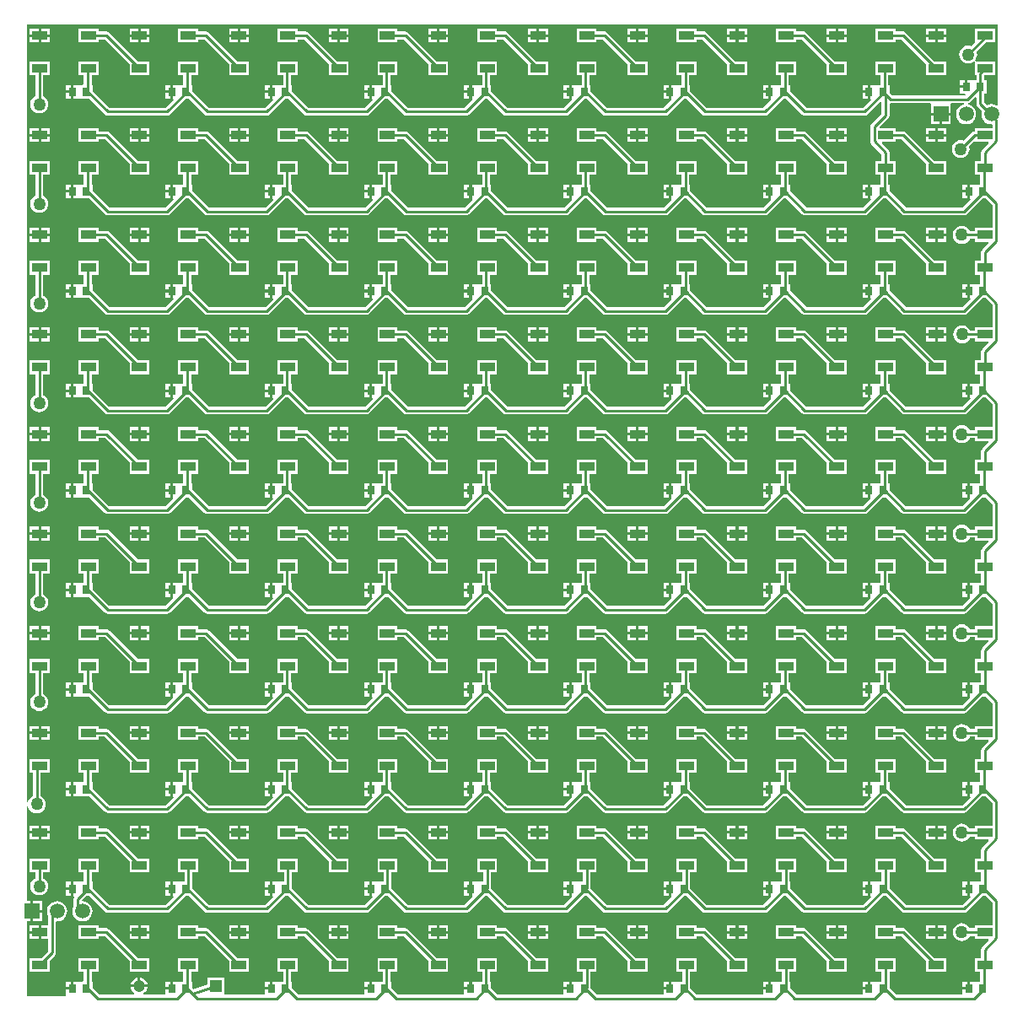
<source format=gtl>
G04*
G04 #@! TF.GenerationSoftware,Altium Limited,CircuitStudio,1.5.2 (30)*
G04*
G04 Layer_Physical_Order=1*
G04 Layer_Color=11767835*
%FSLAX42Y42*%
%MOMM*%
G71*
G01*
G75*
%ADD10R,0.80X0.90*%
%ADD11R,1.50X0.90*%
%ADD12C,0.25*%
%ADD13R,1.50X1.50*%
%ADD14C,1.50*%
%ADD15R,1.20X1.20*%
%ADD16C,1.20*%
%ADD17C,1.27*%
G36*
X12375Y11564D02*
X12364Y11559D01*
X12359Y11563D01*
X12334Y11573D01*
X12308Y11576D01*
X12282Y11573D01*
X12264Y11566D01*
X12234Y11596D01*
Y11680D01*
X12260D01*
Y11820D01*
X12234D01*
Y11865D01*
X12345D01*
Y12005D01*
X12156D01*
X12156D01*
X12155Y12005D01*
X12151Y12005D01*
X12151D01*
X12150D01*
X12149Y12006D01*
X12149Y12007D01*
X12148Y12008D01*
X12144Y12015D01*
X12144Y12015D01*
X12143Y12017D01*
X12153Y12030D01*
X12162Y12052D01*
X12165Y12075D01*
X12162Y12098D01*
X12159Y12104D01*
X12250Y12195D01*
X12345D01*
Y12335D01*
X12145D01*
Y12200D01*
X12104Y12159D01*
X12098Y12162D01*
X12075Y12165D01*
X12052Y12162D01*
X12030Y12153D01*
X12012Y12138D01*
X11997Y12120D01*
X11988Y12098D01*
X11985Y12075D01*
X11988Y12052D01*
X11997Y12030D01*
X12012Y12012D01*
X12030Y11997D01*
X12052Y11988D01*
X12075Y11985D01*
X12098Y11988D01*
X12120Y11997D01*
X12133Y12007D01*
X12135Y12006D01*
X12135Y12006D01*
X12142Y12002D01*
X12143Y12001D01*
X12144Y12001D01*
X12145Y12000D01*
Y11999D01*
Y11999D01*
X12145Y11995D01*
Y11994D01*
Y11994D01*
Y11865D01*
X12156D01*
Y11820D01*
X12133D01*
X12130Y11820D01*
X12130Y11820D01*
X12120D01*
Y11820D01*
X12120Y11820D01*
X12068D01*
Y11750D01*
X12055D01*
Y11737D01*
X11990D01*
Y11680D01*
X12041D01*
X12048Y11667D01*
X12046Y11664D01*
X11311D01*
X11285Y11690D01*
Y11770D01*
X11274D01*
Y11865D01*
X11345D01*
Y12005D01*
X11145D01*
Y11865D01*
X11196D01*
Y11770D01*
X11158D01*
X11155Y11770D01*
X11155Y11770D01*
X11145D01*
Y11770D01*
X11145Y11770D01*
X11093D01*
Y11700D01*
Y11630D01*
X11093D01*
X11098Y11618D01*
X11019Y11539D01*
X10451D01*
X10285Y11705D01*
Y11770D01*
X10274D01*
Y11865D01*
X10345D01*
Y12005D01*
X10145D01*
Y11865D01*
X10196D01*
Y11770D01*
X10158D01*
X10155Y11770D01*
X10155Y11770D01*
X10145D01*
Y11770D01*
X10145Y11770D01*
X10093D01*
Y11700D01*
Y11630D01*
X10093D01*
X10098Y11618D01*
X10019Y11539D01*
X9451D01*
X9285Y11705D01*
Y11770D01*
X9274D01*
Y11865D01*
X9345D01*
Y12005D01*
X9145D01*
Y11865D01*
X9196D01*
Y11770D01*
X9158D01*
X9155Y11770D01*
X9155Y11770D01*
X9145D01*
Y11770D01*
X9145Y11770D01*
X9093D01*
Y11700D01*
Y11630D01*
X9093D01*
X9098Y11618D01*
X9019Y11539D01*
X8451D01*
X8285Y11705D01*
Y11770D01*
X8274D01*
Y11865D01*
X8345D01*
Y12005D01*
X8145D01*
Y11865D01*
X8196D01*
Y11770D01*
X8158D01*
X8155Y11770D01*
X8155Y11770D01*
X8145D01*
Y11770D01*
X8145Y11770D01*
X8093D01*
Y11700D01*
Y11630D01*
X8093D01*
X8098Y11618D01*
X8019Y11539D01*
X7451D01*
X7285Y11705D01*
Y11770D01*
X7274D01*
Y11865D01*
X7345D01*
Y12005D01*
X7145D01*
Y11865D01*
X7196D01*
Y11770D01*
X7158D01*
X7155Y11770D01*
X7155Y11770D01*
X7145D01*
Y11770D01*
X7145Y11770D01*
X7093D01*
Y11700D01*
Y11630D01*
X7093D01*
X7098Y11618D01*
X7019Y11539D01*
X6451D01*
X6285Y11705D01*
Y11770D01*
X6274D01*
Y11865D01*
X6345D01*
Y12005D01*
X6145D01*
Y11865D01*
X6196D01*
Y11770D01*
X6158D01*
X6155Y11770D01*
X6155Y11770D01*
X6145D01*
Y11770D01*
X6145Y11770D01*
X6093D01*
Y11700D01*
Y11630D01*
X6093D01*
X6098Y11618D01*
X6019Y11539D01*
X5451D01*
X5285Y11705D01*
Y11770D01*
X5274D01*
Y11865D01*
X5345D01*
Y12005D01*
X5145D01*
Y11865D01*
X5196D01*
Y11770D01*
X5158D01*
X5155Y11770D01*
X5155Y11770D01*
X5145D01*
Y11770D01*
X5145Y11770D01*
X5093D01*
Y11700D01*
Y11630D01*
X5093D01*
X5098Y11618D01*
X5019Y11539D01*
X4451D01*
X4285Y11705D01*
Y11770D01*
X4274D01*
Y11865D01*
X4345D01*
Y12005D01*
X4145D01*
Y11865D01*
X4196D01*
Y11770D01*
X4158D01*
X4155Y11770D01*
X4155Y11770D01*
X4145D01*
Y11770D01*
X4145Y11770D01*
X4093D01*
Y11700D01*
Y11630D01*
X4093D01*
X4098Y11618D01*
X4019Y11539D01*
X3451D01*
X3285Y11705D01*
Y11770D01*
X3274D01*
Y11865D01*
X3345D01*
Y12005D01*
X3145D01*
Y11865D01*
X3196D01*
Y11779D01*
X3187Y11770D01*
X3158D01*
X3155Y11770D01*
X3150D01*
X3145D01*
X3142Y11770D01*
X3093D01*
Y11700D01*
Y11630D01*
X3142D01*
X3145Y11630D01*
X3150D01*
X3155D01*
X3158Y11630D01*
X3250D01*
X3408Y11473D01*
X3420Y11464D01*
X3423Y11464D01*
X3435Y11461D01*
X4035D01*
X4050Y11464D01*
X4062Y11473D01*
X4220Y11630D01*
X4250D01*
X4408Y11473D01*
X4420Y11464D01*
X4423Y11464D01*
X4435Y11461D01*
X5035D01*
X5050Y11464D01*
X5062Y11473D01*
X5220Y11630D01*
X5250D01*
X5408Y11473D01*
X5420Y11464D01*
X5423Y11464D01*
X5435Y11461D01*
X6035D01*
X6050Y11464D01*
X6062Y11473D01*
X6220Y11630D01*
X6250D01*
X6408Y11473D01*
X6420Y11464D01*
X6423Y11464D01*
X6435Y11461D01*
X7035D01*
X7050Y11464D01*
X7062Y11473D01*
X7220Y11630D01*
X7250D01*
X7408Y11473D01*
X7420Y11464D01*
X7423Y11464D01*
X7435Y11461D01*
X8035D01*
X8050Y11464D01*
X8062Y11473D01*
X8220Y11630D01*
X8250D01*
X8408Y11473D01*
X8420Y11464D01*
X8423Y11464D01*
X8435Y11461D01*
X9035D01*
X9050Y11464D01*
X9062Y11473D01*
X9220Y11630D01*
X9250D01*
X9408Y11473D01*
X9420Y11464D01*
X9423Y11464D01*
X9435Y11461D01*
X10035D01*
X10050Y11464D01*
X10062Y11473D01*
X10220Y11630D01*
X10250D01*
X10408Y11473D01*
X10420Y11464D01*
X10423Y11464D01*
X10435Y11461D01*
X11035D01*
X11050Y11464D01*
X11062Y11473D01*
X11194Y11604D01*
X11206Y11600D01*
Y11477D01*
X11104Y11376D01*
X11096Y11363D01*
X11093Y11348D01*
Y11204D01*
X11096Y11189D01*
X11104Y11177D01*
X11206Y11075D01*
Y11005D01*
X11145D01*
Y10865D01*
X11196D01*
Y10770D01*
X11158D01*
X11155Y10770D01*
X11155Y10770D01*
X11145D01*
Y10770D01*
X11145Y10770D01*
X11093D01*
Y10700D01*
Y10630D01*
X11093D01*
X11098Y10618D01*
X11019Y10539D01*
X10451D01*
X10285Y10705D01*
Y10770D01*
X10274D01*
Y10865D01*
X10345D01*
Y11005D01*
X10145D01*
Y10865D01*
X10196D01*
Y10770D01*
X10158D01*
X10155Y10770D01*
X10155Y10770D01*
X10145D01*
Y10770D01*
X10145Y10770D01*
X10093D01*
Y10700D01*
Y10630D01*
X10093D01*
X10098Y10618D01*
X10019Y10539D01*
X9451D01*
X9285Y10705D01*
Y10770D01*
X9274D01*
Y10865D01*
X9345D01*
Y11005D01*
X9145D01*
Y10865D01*
X9196D01*
Y10770D01*
X9158D01*
X9155Y10770D01*
X9155Y10770D01*
X9145D01*
Y10770D01*
X9145Y10770D01*
X9093D01*
Y10700D01*
Y10630D01*
X9093D01*
X9098Y10618D01*
X9019Y10539D01*
X8451D01*
X8285Y10705D01*
Y10770D01*
X8274D01*
Y10865D01*
X8345D01*
Y11005D01*
X8145D01*
Y10865D01*
X8196D01*
Y10770D01*
X8158D01*
X8155Y10770D01*
X8155Y10770D01*
X8145D01*
Y10770D01*
X8145Y10770D01*
X8093D01*
Y10700D01*
Y10630D01*
X8093D01*
X8098Y10618D01*
X8019Y10539D01*
X7451D01*
X7285Y10705D01*
Y10770D01*
X7274D01*
Y10865D01*
X7345D01*
Y11005D01*
X7145D01*
Y10865D01*
X7196D01*
Y10770D01*
X7158D01*
X7155Y10770D01*
X7155Y10770D01*
X7145D01*
Y10770D01*
X7145Y10770D01*
X7093D01*
Y10700D01*
Y10630D01*
X7093D01*
X7098Y10618D01*
X7019Y10539D01*
X6451D01*
X6285Y10705D01*
Y10770D01*
X6274D01*
Y10865D01*
X6345D01*
Y11005D01*
X6145D01*
Y10865D01*
X6196D01*
Y10770D01*
X6158D01*
X6155Y10770D01*
X6155Y10770D01*
X6145D01*
Y10770D01*
X6145Y10770D01*
X6093D01*
Y10700D01*
Y10630D01*
X6093D01*
X6098Y10618D01*
X6019Y10539D01*
X5451D01*
X5285Y10705D01*
Y10770D01*
X5274D01*
Y10865D01*
X5345D01*
Y11005D01*
X5145D01*
Y10865D01*
X5196D01*
Y10770D01*
X5158D01*
X5155Y10770D01*
X5155Y10770D01*
X5145D01*
Y10770D01*
X5145Y10770D01*
X5093D01*
Y10700D01*
Y10630D01*
X5093D01*
X5098Y10618D01*
X5019Y10539D01*
X4451D01*
X4285Y10705D01*
Y10770D01*
X4274D01*
Y10865D01*
X4345D01*
Y11005D01*
X4145D01*
Y10865D01*
X4196D01*
Y10770D01*
X4158D01*
X4155Y10770D01*
X4155Y10770D01*
X4145D01*
Y10770D01*
X4145Y10770D01*
X4093D01*
Y10700D01*
Y10630D01*
X4093D01*
X4098Y10618D01*
X4019Y10539D01*
X3451D01*
X3285Y10705D01*
Y10770D01*
X3274D01*
Y10865D01*
X3345D01*
Y11005D01*
X3145D01*
Y10865D01*
X3196D01*
Y10779D01*
X3187Y10770D01*
X3158D01*
X3155Y10770D01*
X3150D01*
X3145D01*
X3142Y10770D01*
X3093D01*
Y10700D01*
Y10630D01*
X3142D01*
X3145Y10630D01*
X3150D01*
X3155D01*
X3158Y10630D01*
X3250D01*
X3408Y10473D01*
X3420Y10464D01*
X3435Y10461D01*
X4035D01*
X4050Y10464D01*
X4062Y10473D01*
X4220Y10630D01*
X4250D01*
X4408Y10473D01*
X4420Y10464D01*
X4435Y10461D01*
X5035D01*
X5050Y10464D01*
X5062Y10473D01*
X5220Y10630D01*
X5250D01*
X5408Y10473D01*
X5420Y10464D01*
X5435Y10461D01*
X6035D01*
X6050Y10464D01*
X6062Y10473D01*
X6220Y10630D01*
X6250D01*
X6408Y10473D01*
X6420Y10464D01*
X6435Y10461D01*
X7035D01*
X7050Y10464D01*
X7062Y10473D01*
X7220Y10630D01*
X7250D01*
X7408Y10473D01*
X7420Y10464D01*
X7435Y10461D01*
X8035D01*
X8050Y10464D01*
X8062Y10473D01*
X8220Y10630D01*
X8250D01*
X8408Y10473D01*
X8420Y10464D01*
X8435Y10461D01*
X9035D01*
X9050Y10464D01*
X9062Y10473D01*
X9220Y10630D01*
X9250D01*
X9408Y10473D01*
X9420Y10464D01*
X9435Y10461D01*
X10035D01*
X10050Y10464D01*
X10062Y10473D01*
X10220Y10630D01*
X10250D01*
X10408Y10473D01*
X10420Y10464D01*
X10435Y10461D01*
X11035D01*
X11050Y10464D01*
X11062Y10473D01*
X11220Y10630D01*
X11250D01*
X11408Y10473D01*
X11420Y10464D01*
X11435Y10461D01*
X12035D01*
X12050Y10464D01*
X12062Y10473D01*
X12220Y10630D01*
X12250D01*
X12319Y10561D01*
Y10335D01*
X12145D01*
Y10304D01*
X12090D01*
X12088Y10310D01*
X12073Y10328D01*
X12055Y10343D01*
X12033Y10352D01*
X12010Y10355D01*
X11987Y10352D01*
X11965Y10343D01*
X11947Y10328D01*
X11932Y10310D01*
X11923Y10288D01*
X11920Y10265D01*
X11923Y10242D01*
X11932Y10220D01*
X11947Y10202D01*
X11965Y10187D01*
X11987Y10178D01*
X12010Y10175D01*
X12033Y10178D01*
X12055Y10187D01*
X12073Y10202D01*
X12088Y10220D01*
X12090Y10226D01*
X12145D01*
Y10195D01*
X12277D01*
X12282Y10183D01*
X12218Y10119D01*
X12209Y10106D01*
X12206Y10091D01*
Y10005D01*
X12145D01*
Y9865D01*
X12196D01*
Y9770D01*
X12158D01*
X12155Y9770D01*
X12155Y9770D01*
X12145D01*
Y9770D01*
X12145Y9770D01*
X12093D01*
Y9700D01*
Y9630D01*
X12093D01*
X12098Y9618D01*
X12019Y9539D01*
X11451D01*
X11285Y9705D01*
Y9770D01*
X11274D01*
Y9865D01*
X11345D01*
Y10005D01*
X11145D01*
Y9865D01*
X11196D01*
Y9770D01*
X11158D01*
X11155Y9770D01*
X11155Y9770D01*
X11145D01*
Y9770D01*
X11145Y9770D01*
X11093D01*
Y9700D01*
Y9630D01*
X11093D01*
X11098Y9618D01*
X11019Y9539D01*
X10451D01*
X10285Y9705D01*
Y9770D01*
X10274D01*
Y9865D01*
X10345D01*
Y10005D01*
X10145D01*
Y9865D01*
X10196D01*
Y9770D01*
X10158D01*
X10155Y9770D01*
X10155Y9770D01*
X10145D01*
Y9770D01*
X10145Y9770D01*
X10093D01*
Y9700D01*
Y9630D01*
X10093D01*
X10098Y9618D01*
X10019Y9539D01*
X9451D01*
X9285Y9705D01*
Y9770D01*
X9274D01*
Y9865D01*
X9345D01*
Y10005D01*
X9145D01*
Y9865D01*
X9196D01*
Y9770D01*
X9158D01*
X9155Y9770D01*
X9155Y9770D01*
X9145D01*
Y9770D01*
X9145Y9770D01*
X9093D01*
Y9700D01*
Y9630D01*
X9093D01*
X9098Y9618D01*
X9019Y9539D01*
X8451D01*
X8285Y9705D01*
Y9770D01*
X8274D01*
Y9865D01*
X8345D01*
Y10005D01*
X8145D01*
Y9865D01*
X8196D01*
Y9770D01*
X8158D01*
X8155Y9770D01*
X8155Y9770D01*
X8145D01*
Y9770D01*
X8145Y9770D01*
X8093D01*
Y9700D01*
Y9630D01*
X8093D01*
X8098Y9618D01*
X8019Y9539D01*
X7451D01*
X7285Y9705D01*
Y9770D01*
X7274D01*
Y9865D01*
X7345D01*
Y10005D01*
X7145D01*
Y9865D01*
X7196D01*
Y9770D01*
X7158D01*
X7155Y9770D01*
X7155Y9770D01*
X7145D01*
Y9770D01*
X7145Y9770D01*
X7093D01*
Y9700D01*
Y9630D01*
X7093D01*
X7098Y9618D01*
X7019Y9539D01*
X6451D01*
X6285Y9705D01*
Y9770D01*
X6274D01*
Y9865D01*
X6345D01*
Y10005D01*
X6145D01*
Y9865D01*
X6196D01*
Y9770D01*
X6158D01*
X6155Y9770D01*
X6155Y9770D01*
X6145D01*
Y9770D01*
X6145Y9770D01*
X6093D01*
Y9700D01*
Y9630D01*
X6093D01*
X6098Y9618D01*
X6019Y9539D01*
X5451D01*
X5285Y9705D01*
Y9770D01*
X5274D01*
Y9865D01*
X5345D01*
Y10005D01*
X5145D01*
Y9865D01*
X5196D01*
Y9770D01*
X5158D01*
X5155Y9770D01*
X5155Y9770D01*
X5145D01*
Y9770D01*
X5145Y9770D01*
X5093D01*
Y9700D01*
Y9630D01*
X5093D01*
X5098Y9618D01*
X5019Y9539D01*
X4451D01*
X4285Y9705D01*
Y9770D01*
X4274D01*
Y9865D01*
X4345D01*
Y10005D01*
X4145D01*
Y9865D01*
X4196D01*
Y9770D01*
X4158D01*
X4155Y9770D01*
X4155Y9770D01*
X4145D01*
Y9770D01*
X4145Y9770D01*
X4093D01*
Y9700D01*
Y9630D01*
X4093D01*
X4098Y9618D01*
X4019Y9539D01*
X3451D01*
X3285Y9705D01*
Y9770D01*
X3274D01*
Y9865D01*
X3345D01*
Y10005D01*
X3145D01*
Y9865D01*
X3196D01*
Y9779D01*
X3187Y9770D01*
X3158D01*
X3155Y9770D01*
X3150D01*
X3145D01*
X3142Y9770D01*
X3093D01*
Y9700D01*
Y9630D01*
X3142D01*
X3145Y9630D01*
X3150D01*
X3155D01*
X3158Y9630D01*
X3250D01*
X3408Y9473D01*
X3420Y9464D01*
X3435Y9461D01*
X4035D01*
X4050Y9464D01*
X4062Y9473D01*
X4220Y9630D01*
X4250D01*
X4408Y9473D01*
X4420Y9464D01*
X4435Y9461D01*
X5035D01*
X5050Y9464D01*
X5062Y9473D01*
X5220Y9630D01*
X5250D01*
X5408Y9473D01*
X5420Y9464D01*
X5435Y9461D01*
X6035D01*
X6050Y9464D01*
X6062Y9473D01*
X6220Y9630D01*
X6250D01*
X6408Y9473D01*
X6420Y9464D01*
X6435Y9461D01*
X7035D01*
X7050Y9464D01*
X7062Y9473D01*
X7220Y9630D01*
X7250D01*
X7408Y9473D01*
X7420Y9464D01*
X7435Y9461D01*
X8035D01*
X8050Y9464D01*
X8062Y9473D01*
X8220Y9630D01*
X8250D01*
X8408Y9473D01*
X8420Y9464D01*
X8435Y9461D01*
X9035D01*
X9050Y9464D01*
X9062Y9473D01*
X9220Y9630D01*
X9250D01*
X9408Y9473D01*
X9420Y9464D01*
X9435Y9461D01*
X10035D01*
X10050Y9464D01*
X10062Y9473D01*
X10220Y9630D01*
X10250D01*
X10408Y9473D01*
X10420Y9464D01*
X10435Y9461D01*
X11035D01*
X11050Y9464D01*
X11062Y9473D01*
X11220Y9630D01*
X11250D01*
X11408Y9473D01*
X11420Y9464D01*
X11435Y9461D01*
X12035D01*
X12050Y9464D01*
X12062Y9473D01*
X12220Y9630D01*
X12250D01*
X12319Y9561D01*
Y9335D01*
X12145D01*
Y9304D01*
X12095D01*
X12093Y9310D01*
X12078Y9328D01*
X12060Y9343D01*
X12038Y9352D01*
X12015Y9355D01*
X11992Y9352D01*
X11970Y9343D01*
X11952Y9328D01*
X11937Y9310D01*
X11928Y9288D01*
X11925Y9265D01*
X11928Y9242D01*
X11937Y9220D01*
X11952Y9202D01*
X11970Y9187D01*
X11992Y9178D01*
X12015Y9175D01*
X12038Y9178D01*
X12060Y9187D01*
X12078Y9202D01*
X12093Y9220D01*
X12095Y9226D01*
X12145D01*
Y9195D01*
X12277D01*
X12282Y9183D01*
X12218Y9119D01*
X12209Y9106D01*
X12206Y9091D01*
Y9005D01*
X12145D01*
Y8865D01*
X12196D01*
Y8770D01*
X12158D01*
X12155Y8770D01*
X12155Y8770D01*
X12145D01*
Y8770D01*
X12145Y8770D01*
X12093D01*
Y8700D01*
Y8630D01*
X12093D01*
X12098Y8618D01*
X12019Y8539D01*
X11451D01*
X11285Y8705D01*
Y8770D01*
X11274D01*
Y8865D01*
X11345D01*
Y9005D01*
X11145D01*
Y8865D01*
X11196D01*
Y8770D01*
X11158D01*
X11155Y8770D01*
X11155Y8770D01*
X11145D01*
Y8770D01*
X11145Y8770D01*
X11093D01*
Y8700D01*
Y8630D01*
X11093D01*
X11098Y8618D01*
X11019Y8539D01*
X10451D01*
X10285Y8705D01*
Y8770D01*
X10274D01*
Y8865D01*
X10345D01*
Y9005D01*
X10145D01*
Y8865D01*
X10196D01*
Y8770D01*
X10158D01*
X10155Y8770D01*
X10155Y8770D01*
X10145D01*
Y8770D01*
X10145Y8770D01*
X10093D01*
Y8700D01*
Y8630D01*
X10093D01*
X10098Y8618D01*
X10019Y8539D01*
X9451D01*
X9285Y8705D01*
Y8770D01*
X9274D01*
Y8865D01*
X9345D01*
Y9005D01*
X9145D01*
Y8865D01*
X9196D01*
Y8770D01*
X9158D01*
X9155Y8770D01*
X9155Y8770D01*
X9145D01*
Y8770D01*
X9145Y8770D01*
X9093D01*
Y8700D01*
Y8630D01*
X9093D01*
X9098Y8618D01*
X9019Y8539D01*
X8451D01*
X8285Y8705D01*
Y8770D01*
X8274D01*
Y8865D01*
X8345D01*
Y9005D01*
X8145D01*
Y8865D01*
X8196D01*
Y8770D01*
X8158D01*
X8155Y8770D01*
X8155Y8770D01*
X8145D01*
Y8770D01*
X8145Y8770D01*
X8093D01*
Y8700D01*
Y8630D01*
X8093D01*
X8098Y8618D01*
X8019Y8539D01*
X7451D01*
X7285Y8705D01*
Y8770D01*
X7274D01*
Y8865D01*
X7345D01*
Y9005D01*
X7145D01*
Y8865D01*
X7196D01*
Y8770D01*
X7158D01*
X7155Y8770D01*
X7155Y8770D01*
X7145D01*
Y8770D01*
X7145Y8770D01*
X7093D01*
Y8700D01*
Y8630D01*
X7093D01*
X7098Y8618D01*
X7019Y8539D01*
X6451D01*
X6285Y8705D01*
Y8770D01*
X6274D01*
Y8865D01*
X6345D01*
Y9005D01*
X6145D01*
Y8865D01*
X6196D01*
Y8770D01*
X6158D01*
X6155Y8770D01*
X6155Y8770D01*
X6145D01*
Y8770D01*
X6145Y8770D01*
X6093D01*
Y8700D01*
Y8630D01*
X6093D01*
X6098Y8618D01*
X6019Y8539D01*
X5451D01*
X5285Y8705D01*
Y8770D01*
X5274D01*
Y8865D01*
X5345D01*
Y9005D01*
X5145D01*
Y8865D01*
X5196D01*
Y8770D01*
X5158D01*
X5155Y8770D01*
X5155Y8770D01*
X5145D01*
Y8770D01*
X5145Y8770D01*
X5093D01*
Y8700D01*
Y8630D01*
X5093D01*
X5098Y8618D01*
X5019Y8539D01*
X4451D01*
X4285Y8705D01*
Y8770D01*
X4274D01*
Y8865D01*
X4345D01*
Y9005D01*
X4145D01*
Y8865D01*
X4196D01*
Y8770D01*
X4158D01*
X4155Y8770D01*
X4155Y8770D01*
X4145D01*
Y8770D01*
X4145Y8770D01*
X4093D01*
Y8700D01*
Y8630D01*
X4093D01*
X4098Y8618D01*
X4019Y8539D01*
X3451D01*
X3285Y8705D01*
Y8770D01*
X3274D01*
Y8865D01*
X3345D01*
Y9005D01*
X3145D01*
Y8865D01*
X3196D01*
Y8779D01*
X3187Y8770D01*
X3158D01*
X3155Y8770D01*
X3150D01*
X3145D01*
X3142Y8770D01*
X3093D01*
Y8700D01*
Y8630D01*
X3142D01*
X3145Y8630D01*
X3150D01*
X3155D01*
X3158Y8630D01*
X3250D01*
X3408Y8473D01*
X3420Y8464D01*
X3435Y8461D01*
X4035D01*
X4050Y8464D01*
X4062Y8473D01*
X4220Y8630D01*
X4250D01*
X4408Y8473D01*
X4420Y8464D01*
X4435Y8461D01*
X5035D01*
X5050Y8464D01*
X5062Y8473D01*
X5220Y8630D01*
X5250D01*
X5408Y8473D01*
X5420Y8464D01*
X5435Y8461D01*
X6035D01*
X6050Y8464D01*
X6062Y8473D01*
X6220Y8630D01*
X6250D01*
X6408Y8473D01*
X6420Y8464D01*
X6435Y8461D01*
X7035D01*
X7050Y8464D01*
X7062Y8473D01*
X7220Y8630D01*
X7250D01*
X7408Y8473D01*
X7420Y8464D01*
X7435Y8461D01*
X8035D01*
X8050Y8464D01*
X8062Y8473D01*
X8220Y8630D01*
X8250D01*
X8408Y8473D01*
X8420Y8464D01*
X8435Y8461D01*
X9035D01*
X9050Y8464D01*
X9062Y8473D01*
X9220Y8630D01*
X9250D01*
X9408Y8473D01*
X9420Y8464D01*
X9435Y8461D01*
X10035D01*
X10050Y8464D01*
X10062Y8473D01*
X10220Y8630D01*
X10250D01*
X10408Y8473D01*
X10420Y8464D01*
X10435Y8461D01*
X11035D01*
X11050Y8464D01*
X11062Y8473D01*
X11220Y8630D01*
X11250D01*
X11408Y8473D01*
X11420Y8464D01*
X11435Y8461D01*
X12035D01*
X12050Y8464D01*
X12062Y8473D01*
X12220Y8630D01*
X12250D01*
X12319Y8561D01*
Y8335D01*
X12145D01*
Y8304D01*
X12090D01*
X12088Y8310D01*
X12073Y8328D01*
X12055Y8343D01*
X12033Y8352D01*
X12010Y8355D01*
X11987Y8352D01*
X11965Y8343D01*
X11947Y8328D01*
X11932Y8310D01*
X11923Y8288D01*
X11920Y8265D01*
X11923Y8242D01*
X11932Y8220D01*
X11947Y8202D01*
X11965Y8187D01*
X11987Y8178D01*
X12010Y8175D01*
X12033Y8178D01*
X12055Y8187D01*
X12073Y8202D01*
X12088Y8220D01*
X12090Y8226D01*
X12145D01*
Y8195D01*
X12277D01*
X12282Y8183D01*
X12218Y8119D01*
X12209Y8106D01*
X12206Y8091D01*
Y8005D01*
X12145D01*
Y7865D01*
X12196D01*
Y7770D01*
X12158D01*
X12155Y7770D01*
X12155Y7770D01*
X12145D01*
Y7770D01*
X12145Y7770D01*
X12093D01*
Y7700D01*
Y7630D01*
X12093D01*
X12098Y7618D01*
X12019Y7539D01*
X11451D01*
X11285Y7705D01*
Y7770D01*
X11274D01*
Y7865D01*
X11345D01*
Y8005D01*
X11145D01*
Y7865D01*
X11196D01*
Y7770D01*
X11158D01*
X11155Y7770D01*
X11155Y7770D01*
X11145D01*
Y7770D01*
X11145Y7770D01*
X11093D01*
Y7700D01*
Y7630D01*
X11093D01*
X11098Y7618D01*
X11019Y7539D01*
X10451D01*
X10285Y7705D01*
Y7770D01*
X10274D01*
Y7865D01*
X10345D01*
Y8005D01*
X10145D01*
Y7865D01*
X10196D01*
Y7770D01*
X10158D01*
X10155Y7770D01*
X10155Y7770D01*
X10145D01*
Y7770D01*
X10145Y7770D01*
X10093D01*
Y7700D01*
Y7630D01*
X10093D01*
X10098Y7618D01*
X10019Y7539D01*
X9451D01*
X9285Y7705D01*
Y7770D01*
X9274D01*
Y7865D01*
X9345D01*
Y8005D01*
X9145D01*
Y7865D01*
X9196D01*
Y7770D01*
X9158D01*
X9155Y7770D01*
X9155Y7770D01*
X9145D01*
Y7770D01*
X9145Y7770D01*
X9093D01*
Y7700D01*
Y7630D01*
X9093D01*
X9098Y7618D01*
X9019Y7539D01*
X8451D01*
X8285Y7705D01*
Y7770D01*
X8274D01*
Y7865D01*
X8345D01*
Y8005D01*
X8145D01*
Y7865D01*
X8196D01*
Y7770D01*
X8158D01*
X8155Y7770D01*
X8155Y7770D01*
X8145D01*
Y7770D01*
X8145Y7770D01*
X8093D01*
Y7700D01*
Y7630D01*
X8093D01*
X8098Y7618D01*
X8019Y7539D01*
X7451D01*
X7285Y7705D01*
Y7770D01*
X7274D01*
Y7865D01*
X7345D01*
Y8005D01*
X7145D01*
Y7865D01*
X7196D01*
Y7770D01*
X7158D01*
X7155Y7770D01*
X7155Y7770D01*
X7145D01*
Y7770D01*
X7145Y7770D01*
X7093D01*
Y7700D01*
Y7630D01*
X7093D01*
X7098Y7618D01*
X7019Y7539D01*
X6451D01*
X6285Y7705D01*
Y7770D01*
X6274D01*
Y7865D01*
X6345D01*
Y8005D01*
X6145D01*
Y7865D01*
X6196D01*
Y7770D01*
X6158D01*
X6155Y7770D01*
X6155Y7770D01*
X6145D01*
Y7770D01*
X6145Y7770D01*
X6093D01*
Y7700D01*
Y7630D01*
X6093D01*
X6098Y7618D01*
X6019Y7539D01*
X5451D01*
X5285Y7705D01*
Y7770D01*
X5274D01*
Y7865D01*
X5345D01*
Y8005D01*
X5145D01*
Y7865D01*
X5196D01*
Y7770D01*
X5158D01*
X5155Y7770D01*
X5155Y7770D01*
X5145D01*
Y7770D01*
X5145Y7770D01*
X5093D01*
Y7700D01*
Y7630D01*
X5093D01*
X5098Y7618D01*
X5019Y7539D01*
X4451D01*
X4285Y7705D01*
Y7770D01*
X4274D01*
Y7865D01*
X4345D01*
Y8005D01*
X4145D01*
Y7865D01*
X4196D01*
Y7770D01*
X4158D01*
X4155Y7770D01*
X4155Y7770D01*
X4145D01*
Y7770D01*
X4145Y7770D01*
X4093D01*
Y7700D01*
Y7630D01*
X4093D01*
X4098Y7618D01*
X4019Y7539D01*
X3451D01*
X3285Y7705D01*
Y7770D01*
X3274D01*
Y7865D01*
X3345D01*
Y8005D01*
X3145D01*
Y7865D01*
X3196D01*
Y7779D01*
X3187Y7770D01*
X3158D01*
X3155Y7770D01*
X3150D01*
X3145D01*
X3142Y7770D01*
X3093D01*
Y7700D01*
Y7630D01*
X3142D01*
X3145Y7630D01*
X3150D01*
X3155D01*
X3158Y7630D01*
X3250D01*
X3408Y7473D01*
X3420Y7464D01*
X3435Y7461D01*
X4035D01*
X4050Y7464D01*
X4062Y7473D01*
X4220Y7630D01*
X4250D01*
X4408Y7473D01*
X4420Y7464D01*
X4435Y7461D01*
X5035D01*
X5050Y7464D01*
X5062Y7473D01*
X5220Y7630D01*
X5250D01*
X5408Y7473D01*
X5420Y7464D01*
X5435Y7461D01*
X6035D01*
X6050Y7464D01*
X6062Y7473D01*
X6220Y7630D01*
X6250D01*
X6408Y7473D01*
X6420Y7464D01*
X6435Y7461D01*
X7035D01*
X7050Y7464D01*
X7062Y7473D01*
X7220Y7630D01*
X7250D01*
X7408Y7473D01*
X7420Y7464D01*
X7435Y7461D01*
X8035D01*
X8050Y7464D01*
X8062Y7473D01*
X8220Y7630D01*
X8250D01*
X8408Y7473D01*
X8420Y7464D01*
X8435Y7461D01*
X9035D01*
X9050Y7464D01*
X9062Y7473D01*
X9220Y7630D01*
X9250D01*
X9408Y7473D01*
X9420Y7464D01*
X9435Y7461D01*
X10035D01*
X10050Y7464D01*
X10062Y7473D01*
X10220Y7630D01*
X10250D01*
X10408Y7473D01*
X10420Y7464D01*
X10435Y7461D01*
X11035D01*
X11050Y7464D01*
X11062Y7473D01*
X11220Y7630D01*
X11250D01*
X11408Y7473D01*
X11420Y7464D01*
X11435Y7461D01*
X12035D01*
X12050Y7464D01*
X12062Y7473D01*
X12220Y7630D01*
X12250D01*
X12319Y7561D01*
Y7335D01*
X12145D01*
Y7304D01*
X12090D01*
X12088Y7310D01*
X12073Y7328D01*
X12055Y7343D01*
X12033Y7352D01*
X12010Y7355D01*
X11987Y7352D01*
X11965Y7343D01*
X11947Y7328D01*
X11932Y7310D01*
X11923Y7288D01*
X11920Y7265D01*
X11923Y7242D01*
X11932Y7220D01*
X11947Y7202D01*
X11965Y7187D01*
X11987Y7178D01*
X12010Y7175D01*
X12033Y7178D01*
X12055Y7187D01*
X12073Y7202D01*
X12088Y7220D01*
X12090Y7226D01*
X12145D01*
Y7195D01*
X12277D01*
X12282Y7183D01*
X12218Y7119D01*
X12209Y7106D01*
X12206Y7091D01*
Y7005D01*
X12145D01*
Y6865D01*
X12206D01*
Y6770D01*
X12158D01*
X12155Y6770D01*
X12155Y6770D01*
X12145D01*
Y6770D01*
X12145Y6770D01*
X12093D01*
Y6700D01*
Y6630D01*
X12093D01*
X12098Y6618D01*
X12019Y6539D01*
X11451D01*
X11285Y6705D01*
Y6770D01*
X11274D01*
Y6865D01*
X11345D01*
Y7005D01*
X11145D01*
Y6865D01*
X11196D01*
Y6770D01*
X11158D01*
X11155Y6770D01*
X11155Y6770D01*
X11145D01*
Y6770D01*
X11145Y6770D01*
X11093D01*
Y6700D01*
Y6630D01*
X11093D01*
X11098Y6618D01*
X11019Y6539D01*
X10451D01*
X10285Y6705D01*
Y6770D01*
X10274D01*
Y6865D01*
X10345D01*
Y7005D01*
X10145D01*
Y6865D01*
X10196D01*
Y6770D01*
X10158D01*
X10155Y6770D01*
X10155Y6770D01*
X10145D01*
Y6770D01*
X10145Y6770D01*
X10093D01*
Y6700D01*
Y6630D01*
X10093D01*
X10098Y6618D01*
X10019Y6539D01*
X9451D01*
X9285Y6705D01*
Y6770D01*
X9274D01*
Y6865D01*
X9345D01*
Y7005D01*
X9145D01*
Y6865D01*
X9196D01*
Y6770D01*
X9158D01*
X9155Y6770D01*
X9155Y6770D01*
X9145D01*
Y6770D01*
X9145Y6770D01*
X9093D01*
Y6700D01*
Y6630D01*
X9093D01*
X9098Y6618D01*
X9019Y6539D01*
X8451D01*
X8285Y6705D01*
Y6770D01*
X8274D01*
Y6865D01*
X8345D01*
Y7005D01*
X8145D01*
Y6865D01*
X8196D01*
Y6770D01*
X8158D01*
X8155Y6770D01*
X8155Y6770D01*
X8145D01*
Y6770D01*
X8145Y6770D01*
X8093D01*
Y6700D01*
Y6630D01*
X8093D01*
X8098Y6618D01*
X8019Y6539D01*
X7451D01*
X7285Y6705D01*
Y6770D01*
X7274D01*
Y6865D01*
X7345D01*
Y7005D01*
X7145D01*
Y6865D01*
X7196D01*
Y6770D01*
X7158D01*
X7155Y6770D01*
X7155Y6770D01*
X7145D01*
Y6770D01*
X7145Y6770D01*
X7093D01*
Y6700D01*
Y6630D01*
X7093D01*
X7098Y6618D01*
X7019Y6539D01*
X6451D01*
X6285Y6705D01*
Y6770D01*
X6274D01*
Y6865D01*
X6345D01*
Y7005D01*
X6145D01*
Y6865D01*
X6196D01*
Y6770D01*
X6158D01*
X6155Y6770D01*
X6155Y6770D01*
X6145D01*
Y6770D01*
X6145Y6770D01*
X6093D01*
Y6700D01*
Y6630D01*
X6093D01*
X6098Y6618D01*
X6019Y6539D01*
X5451D01*
X5285Y6705D01*
Y6770D01*
X5274D01*
Y6865D01*
X5345D01*
Y7005D01*
X5145D01*
Y6865D01*
X5196D01*
Y6770D01*
X5158D01*
X5155Y6770D01*
X5155Y6770D01*
X5145D01*
Y6770D01*
X5145Y6770D01*
X5093D01*
Y6700D01*
Y6630D01*
X5093D01*
X5098Y6618D01*
X5019Y6539D01*
X4451D01*
X4285Y6705D01*
Y6770D01*
X4274D01*
Y6865D01*
X4345D01*
Y7005D01*
X4145D01*
Y6865D01*
X4196D01*
Y6770D01*
X4158D01*
X4155Y6770D01*
X4155Y6770D01*
X4145D01*
Y6770D01*
X4145Y6770D01*
X4093D01*
Y6700D01*
Y6630D01*
X4093D01*
X4098Y6618D01*
X4019Y6539D01*
X3451D01*
X3285Y6705D01*
Y6770D01*
X3274D01*
Y6865D01*
X3345D01*
Y7005D01*
X3145D01*
Y6865D01*
X3196D01*
Y6779D01*
X3187Y6770D01*
X3158D01*
X3155Y6770D01*
X3150D01*
X3145D01*
X3142Y6770D01*
X3093D01*
Y6700D01*
Y6630D01*
X3142D01*
X3145Y6630D01*
X3150D01*
X3155D01*
X3158Y6630D01*
X3250D01*
X3408Y6473D01*
X3420Y6464D01*
X3435Y6461D01*
X4035D01*
X4050Y6464D01*
X4062Y6473D01*
X4220Y6630D01*
X4250D01*
X4408Y6473D01*
X4420Y6464D01*
X4435Y6461D01*
X5035D01*
X5050Y6464D01*
X5062Y6473D01*
X5220Y6630D01*
X5250D01*
X5408Y6473D01*
X5420Y6464D01*
X5435Y6461D01*
X6035D01*
X6050Y6464D01*
X6062Y6473D01*
X6220Y6630D01*
X6250D01*
X6408Y6473D01*
X6420Y6464D01*
X6435Y6461D01*
X7035D01*
X7050Y6464D01*
X7062Y6473D01*
X7220Y6630D01*
X7250D01*
X7408Y6473D01*
X7420Y6464D01*
X7435Y6461D01*
X8035D01*
X8050Y6464D01*
X8062Y6473D01*
X8220Y6630D01*
X8250D01*
X8408Y6473D01*
X8420Y6464D01*
X8435Y6461D01*
X9035D01*
X9050Y6464D01*
X9062Y6473D01*
X9220Y6630D01*
X9250D01*
X9408Y6473D01*
X9420Y6464D01*
X9435Y6461D01*
X10035D01*
X10050Y6464D01*
X10062Y6473D01*
X10220Y6630D01*
X10250D01*
X10408Y6473D01*
X10420Y6464D01*
X10435Y6461D01*
X11035D01*
X11050Y6464D01*
X11062Y6473D01*
X11220Y6630D01*
X11250D01*
X11408Y6473D01*
X11420Y6464D01*
X11435Y6461D01*
X12035D01*
X12050Y6464D01*
X12062Y6473D01*
X12220Y6630D01*
X12250D01*
X12319Y6561D01*
Y6335D01*
X12145D01*
Y6304D01*
X12090D01*
X12088Y6310D01*
X12073Y6328D01*
X12055Y6343D01*
X12033Y6352D01*
X12010Y6355D01*
X11987Y6352D01*
X11965Y6343D01*
X11947Y6328D01*
X11932Y6310D01*
X11923Y6288D01*
X11920Y6265D01*
X11923Y6242D01*
X11932Y6220D01*
X11947Y6202D01*
X11965Y6187D01*
X11987Y6178D01*
X12010Y6175D01*
X12033Y6178D01*
X12055Y6187D01*
X12073Y6202D01*
X12088Y6220D01*
X12090Y6226D01*
X12145D01*
Y6195D01*
X12277D01*
X12282Y6183D01*
X12218Y6119D01*
X12209Y6106D01*
X12206Y6091D01*
Y6005D01*
X12145D01*
Y5865D01*
X12206D01*
Y5770D01*
X12158D01*
X12155Y5770D01*
X12155Y5770D01*
X12145D01*
Y5770D01*
X12145Y5770D01*
X12093D01*
Y5700D01*
Y5630D01*
X12093D01*
X12098Y5618D01*
X12019Y5539D01*
X11451D01*
X11285Y5705D01*
Y5770D01*
X11274D01*
Y5865D01*
X11345D01*
Y6005D01*
X11145D01*
Y5865D01*
X11196D01*
Y5770D01*
X11158D01*
X11155Y5770D01*
X11155Y5770D01*
X11145D01*
Y5770D01*
X11145Y5770D01*
X11093D01*
Y5700D01*
Y5630D01*
X11093D01*
X11098Y5618D01*
X11019Y5539D01*
X10451D01*
X10285Y5705D01*
Y5770D01*
X10274D01*
Y5865D01*
X10345D01*
Y6005D01*
X10145D01*
Y5865D01*
X10196D01*
Y5770D01*
X10158D01*
X10155Y5770D01*
X10155Y5770D01*
X10145D01*
Y5770D01*
X10145Y5770D01*
X10093D01*
Y5700D01*
Y5630D01*
X10093D01*
X10098Y5618D01*
X10019Y5539D01*
X9451D01*
X9285Y5705D01*
Y5770D01*
X9274D01*
Y5865D01*
X9345D01*
Y6005D01*
X9145D01*
Y5865D01*
X9196D01*
Y5770D01*
X9158D01*
X9155Y5770D01*
X9155Y5770D01*
X9145D01*
Y5770D01*
X9145Y5770D01*
X9093D01*
Y5700D01*
Y5630D01*
X9093D01*
X9098Y5618D01*
X9019Y5539D01*
X8451D01*
X8285Y5705D01*
Y5770D01*
X8274D01*
Y5865D01*
X8345D01*
Y6005D01*
X8145D01*
Y5865D01*
X8196D01*
Y5770D01*
X8158D01*
X8155Y5770D01*
X8155Y5770D01*
X8145D01*
Y5770D01*
X8145Y5770D01*
X8093D01*
Y5700D01*
Y5630D01*
X8093D01*
X8098Y5618D01*
X8019Y5539D01*
X7451D01*
X7285Y5705D01*
Y5770D01*
X7274D01*
Y5865D01*
X7345D01*
Y6005D01*
X7145D01*
Y5865D01*
X7196D01*
Y5770D01*
X7158D01*
X7155Y5770D01*
X7155Y5770D01*
X7145D01*
Y5770D01*
X7145Y5770D01*
X7093D01*
Y5700D01*
Y5630D01*
X7093D01*
X7098Y5618D01*
X7019Y5539D01*
X6451D01*
X6285Y5705D01*
Y5770D01*
X6274D01*
Y5865D01*
X6345D01*
Y6005D01*
X6145D01*
Y5865D01*
X6196D01*
Y5770D01*
X6158D01*
X6155Y5770D01*
X6155Y5770D01*
X6145D01*
Y5770D01*
X6145Y5770D01*
X6093D01*
Y5700D01*
Y5630D01*
X6093D01*
X6098Y5618D01*
X6019Y5539D01*
X5451D01*
X5285Y5705D01*
Y5770D01*
X5274D01*
Y5865D01*
X5345D01*
Y6005D01*
X5145D01*
Y5865D01*
X5196D01*
Y5770D01*
X5158D01*
X5155Y5770D01*
X5155Y5770D01*
X5145D01*
Y5770D01*
X5145Y5770D01*
X5093D01*
Y5700D01*
Y5630D01*
X5093D01*
X5098Y5618D01*
X5019Y5539D01*
X4451D01*
X4285Y5705D01*
Y5770D01*
X4274D01*
Y5865D01*
X4345D01*
Y6005D01*
X4145D01*
Y5865D01*
X4196D01*
Y5770D01*
X4158D01*
X4155Y5770D01*
X4155Y5770D01*
X4145D01*
Y5770D01*
X4145Y5770D01*
X4093D01*
Y5700D01*
Y5630D01*
X4093D01*
X4098Y5618D01*
X4019Y5539D01*
X3451D01*
X3285Y5705D01*
Y5770D01*
X3274D01*
Y5865D01*
X3345D01*
Y6005D01*
X3145D01*
Y5865D01*
X3196D01*
Y5779D01*
X3187Y5770D01*
X3158D01*
X3155Y5770D01*
X3150D01*
X3145D01*
X3142Y5770D01*
X3093D01*
Y5700D01*
Y5630D01*
X3142D01*
X3145Y5630D01*
X3150D01*
X3155D01*
X3158Y5630D01*
X3250D01*
X3408Y5473D01*
X3420Y5464D01*
X3435Y5461D01*
X4035D01*
X4050Y5464D01*
X4062Y5473D01*
X4220Y5630D01*
X4250D01*
X4408Y5473D01*
X4420Y5464D01*
X4435Y5461D01*
X5035D01*
X5050Y5464D01*
X5062Y5473D01*
X5220Y5630D01*
X5250D01*
X5408Y5473D01*
X5420Y5464D01*
X5435Y5461D01*
X6035D01*
X6050Y5464D01*
X6062Y5473D01*
X6220Y5630D01*
X6250D01*
X6408Y5473D01*
X6420Y5464D01*
X6435Y5461D01*
X7035D01*
X7050Y5464D01*
X7062Y5473D01*
X7220Y5630D01*
X7250D01*
X7408Y5473D01*
X7420Y5464D01*
X7435Y5461D01*
X8035D01*
X8050Y5464D01*
X8062Y5473D01*
X8220Y5630D01*
X8250D01*
X8408Y5473D01*
X8420Y5464D01*
X8435Y5461D01*
X9035D01*
X9050Y5464D01*
X9062Y5473D01*
X9220Y5630D01*
X9250D01*
X9408Y5473D01*
X9420Y5464D01*
X9435Y5461D01*
X10035D01*
X10050Y5464D01*
X10062Y5473D01*
X10220Y5630D01*
X10250D01*
X10408Y5473D01*
X10420Y5464D01*
X10435Y5461D01*
X11035D01*
X11050Y5464D01*
X11062Y5473D01*
X11220Y5630D01*
X11250D01*
X11408Y5473D01*
X11420Y5464D01*
X11435Y5461D01*
X12035D01*
X12050Y5464D01*
X12062Y5473D01*
X12220Y5630D01*
X12250D01*
X12319Y5561D01*
Y5335D01*
X12145D01*
Y5304D01*
X12090D01*
X12088Y5310D01*
X12073Y5328D01*
X12055Y5343D01*
X12033Y5352D01*
X12010Y5355D01*
X11987Y5352D01*
X11965Y5343D01*
X11947Y5328D01*
X11932Y5310D01*
X11923Y5288D01*
X11920Y5265D01*
X11923Y5242D01*
X11932Y5220D01*
X11947Y5202D01*
X11965Y5187D01*
X11987Y5178D01*
X12010Y5175D01*
X12033Y5178D01*
X12055Y5187D01*
X12073Y5202D01*
X12088Y5220D01*
X12090Y5226D01*
X12145D01*
Y5195D01*
X12277D01*
X12282Y5183D01*
X12218Y5119D01*
X12209Y5106D01*
X12206Y5091D01*
Y5005D01*
X12145D01*
Y4865D01*
X12196D01*
Y4770D01*
X12158D01*
X12155Y4770D01*
X12155Y4770D01*
X12145D01*
Y4770D01*
X12145Y4770D01*
X12093D01*
Y4700D01*
Y4630D01*
X12093D01*
X12098Y4618D01*
X12019Y4539D01*
X11451D01*
X11285Y4705D01*
Y4770D01*
X11274D01*
Y4865D01*
X11345D01*
Y5005D01*
X11145D01*
Y4865D01*
X11196D01*
Y4770D01*
X11158D01*
X11155Y4770D01*
X11155Y4770D01*
X11145D01*
Y4770D01*
X11145Y4770D01*
X11093D01*
Y4700D01*
Y4630D01*
X11093D01*
X11098Y4618D01*
X11019Y4539D01*
X10451D01*
X10285Y4705D01*
Y4770D01*
X10274D01*
Y4865D01*
X10345D01*
Y5005D01*
X10145D01*
Y4865D01*
X10196D01*
Y4770D01*
X10158D01*
X10155Y4770D01*
X10155Y4770D01*
X10145D01*
Y4770D01*
X10145Y4770D01*
X10093D01*
Y4700D01*
Y4630D01*
X10093D01*
X10098Y4618D01*
X10019Y4539D01*
X9451D01*
X9285Y4705D01*
Y4770D01*
X9274D01*
Y4865D01*
X9345D01*
Y5005D01*
X9145D01*
Y4865D01*
X9196D01*
Y4770D01*
X9158D01*
X9155Y4770D01*
X9155Y4770D01*
X9145D01*
Y4770D01*
X9145Y4770D01*
X9093D01*
Y4700D01*
Y4630D01*
X9093D01*
X9098Y4618D01*
X9019Y4539D01*
X8451D01*
X8285Y4705D01*
Y4770D01*
X8274D01*
Y4865D01*
X8345D01*
Y5005D01*
X8145D01*
Y4865D01*
X8196D01*
Y4770D01*
X8158D01*
X8155Y4770D01*
X8155Y4770D01*
X8145D01*
Y4770D01*
X8145Y4770D01*
X8093D01*
Y4700D01*
Y4630D01*
X8093D01*
X8098Y4618D01*
X8019Y4539D01*
X7451D01*
X7285Y4705D01*
Y4770D01*
X7274D01*
Y4865D01*
X7345D01*
Y5005D01*
X7145D01*
Y4865D01*
X7196D01*
Y4770D01*
X7158D01*
X7155Y4770D01*
X7155Y4770D01*
X7145D01*
Y4770D01*
X7145Y4770D01*
X7093D01*
Y4700D01*
Y4630D01*
X7093D01*
X7098Y4618D01*
X7019Y4539D01*
X6451D01*
X6285Y4705D01*
Y4770D01*
X6274D01*
Y4865D01*
X6345D01*
Y5005D01*
X6145D01*
Y4865D01*
X6196D01*
Y4770D01*
X6158D01*
X6155Y4770D01*
X6155Y4770D01*
X6145D01*
Y4770D01*
X6145Y4770D01*
X6093D01*
Y4700D01*
Y4630D01*
X6093D01*
X6098Y4618D01*
X6019Y4539D01*
X5451D01*
X5285Y4705D01*
Y4770D01*
X5274D01*
Y4865D01*
X5345D01*
Y5005D01*
X5145D01*
Y4865D01*
X5196D01*
Y4770D01*
X5158D01*
X5155Y4770D01*
X5155Y4770D01*
X5145D01*
Y4770D01*
X5145Y4770D01*
X5093D01*
Y4700D01*
Y4630D01*
X5093D01*
X5098Y4618D01*
X5019Y4539D01*
X4451D01*
X4285Y4705D01*
Y4770D01*
X4274D01*
Y4865D01*
X4345D01*
Y5005D01*
X4145D01*
Y4865D01*
X4196D01*
Y4770D01*
X4158D01*
X4155Y4770D01*
X4155Y4770D01*
X4145D01*
Y4770D01*
X4145Y4770D01*
X4093D01*
Y4700D01*
Y4630D01*
X4093D01*
X4098Y4618D01*
X4019Y4539D01*
X3451D01*
X3285Y4705D01*
Y4770D01*
X3274D01*
Y4865D01*
X3345D01*
Y5005D01*
X3145D01*
Y4865D01*
X3196D01*
Y4779D01*
X3187Y4770D01*
X3158D01*
X3155Y4770D01*
X3150D01*
X3145D01*
X3142Y4770D01*
X3093D01*
Y4700D01*
Y4630D01*
X3142D01*
X3145Y4630D01*
X3150D01*
X3155D01*
X3158Y4630D01*
X3250D01*
X3408Y4473D01*
X3420Y4464D01*
X3423Y4464D01*
X3435Y4461D01*
X4035D01*
X4050Y4464D01*
X4062Y4473D01*
X4220Y4630D01*
X4250D01*
X4408Y4473D01*
X4420Y4464D01*
X4423Y4464D01*
X4435Y4461D01*
X5035D01*
X5050Y4464D01*
X5062Y4473D01*
X5220Y4630D01*
X5250D01*
X5408Y4473D01*
X5420Y4464D01*
X5423Y4464D01*
X5435Y4461D01*
X6035D01*
X6050Y4464D01*
X6062Y4473D01*
X6220Y4630D01*
X6250D01*
X6408Y4473D01*
X6420Y4464D01*
X6423Y4464D01*
X6435Y4461D01*
X7035D01*
X7050Y4464D01*
X7062Y4473D01*
X7220Y4630D01*
X7250D01*
X7408Y4473D01*
X7420Y4464D01*
X7423Y4464D01*
X7435Y4461D01*
X8035D01*
X8050Y4464D01*
X8062Y4473D01*
X8220Y4630D01*
X8250D01*
X8408Y4473D01*
X8420Y4464D01*
X8423Y4464D01*
X8435Y4461D01*
X9035D01*
X9050Y4464D01*
X9062Y4473D01*
X9220Y4630D01*
X9250D01*
X9408Y4473D01*
X9420Y4464D01*
X9423Y4464D01*
X9435Y4461D01*
X10035D01*
X10050Y4464D01*
X10062Y4473D01*
X10220Y4630D01*
X10250D01*
X10408Y4473D01*
X10420Y4464D01*
X10423Y4464D01*
X10435Y4461D01*
X11035D01*
X11050Y4464D01*
X11062Y4473D01*
X11220Y4630D01*
X11250D01*
X11408Y4473D01*
X11420Y4464D01*
X11423Y4464D01*
X11435Y4461D01*
X12035D01*
X12050Y4464D01*
X12062Y4473D01*
X12220Y4630D01*
X12250D01*
X12319Y4561D01*
Y4335D01*
X12145D01*
Y4304D01*
X12090D01*
X12088Y4310D01*
X12073Y4328D01*
X12055Y4343D01*
X12033Y4352D01*
X12010Y4355D01*
X11987Y4352D01*
X11965Y4343D01*
X11947Y4328D01*
X11932Y4310D01*
X11923Y4288D01*
X11920Y4265D01*
X11923Y4242D01*
X11932Y4220D01*
X11947Y4202D01*
X11965Y4187D01*
X11987Y4178D01*
X12010Y4175D01*
X12033Y4178D01*
X12055Y4187D01*
X12073Y4202D01*
X12088Y4220D01*
X12090Y4226D01*
X12145D01*
Y4195D01*
X12277D01*
X12282Y4183D01*
X12218Y4119D01*
X12209Y4106D01*
X12206Y4091D01*
Y4005D01*
X12145D01*
Y3865D01*
X12206D01*
Y3770D01*
X12158D01*
X12155Y3770D01*
X12155Y3770D01*
X12145D01*
Y3770D01*
X12145Y3770D01*
X12093D01*
Y3700D01*
Y3630D01*
X12093D01*
X12098Y3618D01*
X12019Y3539D01*
X11451D01*
X11285Y3705D01*
Y3770D01*
X11284D01*
Y3865D01*
X11345D01*
Y4005D01*
X11145D01*
Y3865D01*
X11206D01*
Y3770D01*
X11158D01*
X11155Y3770D01*
X11155Y3770D01*
X11145D01*
Y3770D01*
X11145Y3770D01*
X11093D01*
Y3700D01*
Y3630D01*
X11093D01*
X11098Y3618D01*
X11019Y3539D01*
X10451D01*
X10285Y3705D01*
Y3770D01*
X10284D01*
Y3865D01*
X10345D01*
Y4005D01*
X10145D01*
Y3865D01*
X10206D01*
Y3770D01*
X10158D01*
X10155Y3770D01*
X10155Y3770D01*
X10145D01*
Y3770D01*
X10145Y3770D01*
X10093D01*
Y3700D01*
Y3630D01*
X10093D01*
X10098Y3618D01*
X10019Y3539D01*
X9451D01*
X9285Y3705D01*
Y3770D01*
X9284D01*
Y3865D01*
X9345D01*
Y4005D01*
X9145D01*
Y3865D01*
X9206D01*
Y3770D01*
X9158D01*
X9155Y3770D01*
X9155Y3770D01*
X9145D01*
Y3770D01*
X9145Y3770D01*
X9093D01*
Y3700D01*
Y3630D01*
X9093D01*
X9098Y3618D01*
X9019Y3539D01*
X8451D01*
X8285Y3705D01*
Y3770D01*
X8284D01*
Y3865D01*
X8345D01*
Y4005D01*
X8145D01*
Y3865D01*
X8206D01*
Y3770D01*
X8158D01*
X8155Y3770D01*
X8155Y3770D01*
X8145D01*
Y3770D01*
X8145Y3770D01*
X8093D01*
Y3700D01*
Y3630D01*
X8093D01*
X8098Y3618D01*
X8019Y3539D01*
X7451D01*
X7285Y3705D01*
Y3770D01*
X7284D01*
Y3865D01*
X7345D01*
Y4005D01*
X7145D01*
Y3865D01*
X7206D01*
Y3770D01*
X7158D01*
X7155Y3770D01*
X7155Y3770D01*
X7145D01*
Y3770D01*
X7145Y3770D01*
X7093D01*
Y3700D01*
Y3630D01*
X7093D01*
X7098Y3618D01*
X7019Y3539D01*
X6451D01*
X6285Y3705D01*
Y3770D01*
X6284D01*
Y3865D01*
X6345D01*
Y4005D01*
X6145D01*
Y3865D01*
X6206D01*
Y3770D01*
X6158D01*
X6155Y3770D01*
X6155Y3770D01*
X6145D01*
Y3770D01*
X6145Y3770D01*
X6093D01*
Y3700D01*
Y3630D01*
X6093D01*
X6098Y3618D01*
X6019Y3539D01*
X5451D01*
X5285Y3705D01*
Y3770D01*
X5284D01*
Y3865D01*
X5345D01*
Y4005D01*
X5145D01*
Y3865D01*
X5206D01*
Y3770D01*
X5158D01*
X5155Y3770D01*
X5155Y3770D01*
X5145D01*
Y3770D01*
X5145Y3770D01*
X5093D01*
Y3700D01*
Y3630D01*
X5093D01*
X5098Y3618D01*
X5019Y3539D01*
X4451D01*
X4285Y3705D01*
Y3770D01*
X4284D01*
Y3865D01*
X4345D01*
Y4005D01*
X4145D01*
Y3865D01*
X4206D01*
Y3770D01*
X4158D01*
X4155Y3770D01*
X4155Y3770D01*
X4145D01*
Y3770D01*
X4145Y3770D01*
X4093D01*
Y3700D01*
Y3630D01*
X4093D01*
X4098Y3618D01*
X4019Y3539D01*
X3451D01*
X3285Y3705D01*
Y3770D01*
X3274D01*
Y3865D01*
X3345D01*
Y4005D01*
X3145D01*
Y3865D01*
X3196D01*
Y3770D01*
X3158D01*
X3155Y3770D01*
X3155Y3770D01*
X3145D01*
Y3770D01*
X3145Y3770D01*
X3093D01*
Y3700D01*
Y3630D01*
X3093D01*
X3100Y3617D01*
X3097Y3613D01*
X3094Y3598D01*
Y3523D01*
X3085Y3501D01*
X3082Y3475D01*
X3085Y3449D01*
X3095Y3424D01*
X3111Y3403D01*
X3132Y3387D01*
X3157Y3377D01*
X3183Y3374D01*
X3209Y3377D01*
X3234Y3387D01*
X3255Y3403D01*
X3271Y3424D01*
X3281Y3449D01*
X3284Y3475D01*
X3281Y3501D01*
X3271Y3526D01*
X3255Y3547D01*
X3234Y3563D01*
X3209Y3573D01*
X3184Y3576D01*
X3182Y3579D01*
X3178Y3588D01*
X3220Y3630D01*
X3250D01*
X3408Y3473D01*
X3420Y3464D01*
X3423Y3464D01*
X3435Y3461D01*
X4035D01*
X4050Y3464D01*
X4062Y3473D01*
X4220Y3630D01*
X4250D01*
X4408Y3473D01*
X4420Y3464D01*
X4423Y3464D01*
X4435Y3461D01*
X5035D01*
X5050Y3464D01*
X5062Y3473D01*
X5220Y3630D01*
X5250D01*
X5408Y3473D01*
X5420Y3464D01*
X5423Y3464D01*
X5435Y3461D01*
X6035D01*
X6050Y3464D01*
X6062Y3473D01*
X6220Y3630D01*
X6250D01*
X6408Y3473D01*
X6420Y3464D01*
X6423Y3464D01*
X6435Y3461D01*
X7035D01*
X7050Y3464D01*
X7062Y3473D01*
X7220Y3630D01*
X7250D01*
X7408Y3473D01*
X7420Y3464D01*
X7423Y3464D01*
X7435Y3461D01*
X8035D01*
X8050Y3464D01*
X8062Y3473D01*
X8220Y3630D01*
X8250D01*
X8408Y3473D01*
X8420Y3464D01*
X8423Y3464D01*
X8435Y3461D01*
X9035D01*
X9050Y3464D01*
X9062Y3473D01*
X9220Y3630D01*
X9250D01*
X9408Y3473D01*
X9420Y3464D01*
X9423Y3464D01*
X9435Y3461D01*
X10035D01*
X10050Y3464D01*
X10062Y3473D01*
X10220Y3630D01*
X10250D01*
X10408Y3473D01*
X10420Y3464D01*
X10423Y3464D01*
X10435Y3461D01*
X11035D01*
X11050Y3464D01*
X11062Y3473D01*
X11220Y3630D01*
X11250D01*
X11408Y3473D01*
X11420Y3464D01*
X11423Y3464D01*
X11435Y3461D01*
X12035D01*
X12050Y3464D01*
X12062Y3473D01*
X12220Y3630D01*
X12250D01*
X12319Y3561D01*
Y3335D01*
X12145D01*
Y3304D01*
X12090D01*
X12088Y3310D01*
X12073Y3328D01*
X12055Y3343D01*
X12033Y3352D01*
X12010Y3355D01*
X11987Y3352D01*
X11965Y3343D01*
X11947Y3328D01*
X11932Y3310D01*
X11923Y3288D01*
X11920Y3265D01*
X11923Y3242D01*
X11932Y3220D01*
X11947Y3202D01*
X11965Y3187D01*
X11987Y3178D01*
X12010Y3175D01*
X12033Y3178D01*
X12055Y3187D01*
X12073Y3202D01*
X12088Y3220D01*
X12090Y3226D01*
X12145D01*
Y3195D01*
X12277D01*
X12282Y3183D01*
X12218Y3119D01*
X12209Y3106D01*
X12206Y3091D01*
Y3005D01*
X12145D01*
Y2865D01*
X12196D01*
Y2770D01*
X12158D01*
X12155Y2770D01*
X12155Y2770D01*
X12145D01*
Y2770D01*
X12145Y2770D01*
X12093D01*
Y2700D01*
X12080D01*
Y2687D01*
X12015D01*
Y2639D01*
X11351D01*
X11285Y2705D01*
Y2770D01*
X11284D01*
Y2865D01*
X11345D01*
Y3005D01*
X11145D01*
Y2865D01*
X11206D01*
Y2770D01*
X11158D01*
X11155Y2770D01*
X11155Y2770D01*
X11145D01*
Y2770D01*
X11145Y2770D01*
X11093D01*
Y2700D01*
X11080D01*
Y2687D01*
X11015D01*
Y2639D01*
X10351D01*
X10285Y2705D01*
Y2770D01*
X10284D01*
Y2865D01*
X10345D01*
Y3005D01*
X10145D01*
Y2865D01*
X10206D01*
Y2770D01*
X10158D01*
X10155Y2770D01*
X10155Y2770D01*
X10145D01*
Y2770D01*
X10145Y2770D01*
X10093D01*
Y2700D01*
X10080D01*
Y2687D01*
X10015D01*
Y2639D01*
X9351D01*
X9285Y2705D01*
Y2770D01*
X9284D01*
Y2865D01*
X9345D01*
Y3005D01*
X9145D01*
Y2865D01*
X9206D01*
Y2770D01*
X9158D01*
X9155Y2770D01*
X9155Y2770D01*
X9145D01*
Y2770D01*
X9145Y2770D01*
X9093D01*
Y2700D01*
X9080D01*
Y2687D01*
X9015D01*
Y2639D01*
X8351D01*
X8285Y2705D01*
Y2770D01*
X8284D01*
Y2865D01*
X8345D01*
Y3005D01*
X8145D01*
Y2865D01*
X8206D01*
Y2770D01*
X8158D01*
X8155Y2770D01*
X8155Y2770D01*
X8145D01*
Y2770D01*
X8145Y2770D01*
X8093D01*
Y2700D01*
X8080D01*
Y2687D01*
X8015D01*
Y2639D01*
X7351D01*
X7285Y2705D01*
Y2770D01*
X7274D01*
Y2865D01*
X7345D01*
Y3005D01*
X7145D01*
Y2865D01*
X7196D01*
Y2770D01*
X7158D01*
X7155Y2770D01*
X7155Y2770D01*
X7145D01*
Y2770D01*
X7145Y2770D01*
X7093D01*
Y2700D01*
X7080D01*
Y2687D01*
X7015D01*
Y2639D01*
X6351D01*
X6285Y2705D01*
Y2770D01*
X6274D01*
Y2865D01*
X6345D01*
Y3005D01*
X6145D01*
Y2865D01*
X6196D01*
Y2770D01*
X6158D01*
X6155Y2770D01*
X6155Y2770D01*
X6145D01*
Y2770D01*
X6145Y2770D01*
X6093D01*
Y2700D01*
X6080D01*
Y2687D01*
X6015D01*
Y2639D01*
X5351D01*
X5285Y2705D01*
Y2770D01*
X5274D01*
Y2865D01*
X5345D01*
Y3005D01*
X5145D01*
Y2865D01*
X5196D01*
Y2770D01*
X5158D01*
X5155Y2770D01*
X5155Y2770D01*
X5145D01*
Y2770D01*
X5145Y2770D01*
X5093D01*
Y2700D01*
X5080D01*
Y2687D01*
X5015D01*
Y2639D01*
X4623D01*
X4610Y2640D01*
Y2810D01*
X4440D01*
Y2739D01*
X4296Y2694D01*
X4285Y2705D01*
Y2770D01*
X4274D01*
Y2865D01*
X4345D01*
Y3005D01*
X4145D01*
Y2865D01*
X4196D01*
Y2770D01*
X4158D01*
X4155Y2770D01*
X4155Y2770D01*
X4145D01*
Y2770D01*
X4145Y2770D01*
X4093D01*
Y2700D01*
X4080D01*
Y2687D01*
X4015D01*
Y2639D01*
X3798D01*
X3795Y2646D01*
X3795Y2652D01*
X3811Y2664D01*
X3825Y2682D01*
X3833Y2703D01*
X3834Y2712D01*
X3666D01*
X3667Y2703D01*
X3675Y2682D01*
X3689Y2664D01*
X3705Y2652D01*
X3705Y2646D01*
X3702Y2639D01*
X3351D01*
X3285Y2705D01*
Y2770D01*
X3274D01*
Y2865D01*
X3345D01*
Y3005D01*
X3145D01*
Y2865D01*
X3196D01*
Y2779D01*
X3187Y2770D01*
X3158D01*
X3155Y2770D01*
X3150D01*
X3145D01*
X3142Y2770D01*
X3093D01*
Y2700D01*
X3080D01*
Y2687D01*
X3015D01*
Y2638D01*
X3015Y2630D01*
X3004Y2625D01*
X3004D01*
X2625D01*
Y3375D01*
X2662D01*
Y3475D01*
Y3575D01*
X2625D01*
Y4531D01*
X2638Y4532D01*
X2638Y4527D01*
X2647Y4505D01*
X2662Y4487D01*
X2680Y4472D01*
X2702Y4463D01*
X2725Y4460D01*
X2748Y4463D01*
X2770Y4472D01*
X2788Y4487D01*
X2803Y4505D01*
X2812Y4527D01*
X2815Y4550D01*
X2812Y4573D01*
X2803Y4595D01*
X2788Y4613D01*
X2770Y4628D01*
X2764Y4630D01*
Y4865D01*
X2855D01*
Y5005D01*
X2655D01*
Y4865D01*
X2686D01*
Y4630D01*
X2680Y4628D01*
X2662Y4613D01*
X2647Y4595D01*
X2638Y4573D01*
X2638Y4568D01*
X2625Y4569D01*
Y12375D01*
X12375D01*
Y11564D01*
D02*
G37*
G36*
X12156Y11640D02*
Y11580D01*
X12159Y11565D01*
X12168Y11553D01*
X12213Y11507D01*
X12210Y11501D01*
X12207Y11475D01*
X12210Y11449D01*
X12220Y11424D01*
X12236Y11403D01*
X12257Y11387D01*
X12282Y11377D01*
X12308Y11374D01*
X12310Y11374D01*
X12319Y11366D01*
Y11335D01*
X12145D01*
Y11304D01*
X12140D01*
X12125Y11301D01*
X12113Y11292D01*
X12029Y11209D01*
X12023Y11212D01*
X12000Y11215D01*
X11977Y11212D01*
X11955Y11203D01*
X11937Y11188D01*
X11922Y11170D01*
X11913Y11148D01*
X11910Y11125D01*
X11913Y11102D01*
X11922Y11080D01*
X11937Y11062D01*
X11955Y11047D01*
X11977Y11038D01*
X12000Y11035D01*
X12023Y11038D01*
X12045Y11047D01*
X12063Y11062D01*
X12078Y11080D01*
X12087Y11102D01*
X12090Y11125D01*
X12087Y11148D01*
X12084Y11154D01*
X12133Y11203D01*
X12145Y11198D01*
Y11195D01*
X12277D01*
X12282Y11183D01*
X12218Y11119D01*
X12209Y11106D01*
X12206Y11091D01*
Y11005D01*
X12145D01*
Y10865D01*
X12196D01*
Y10770D01*
X12158D01*
X12155Y10770D01*
X12155Y10770D01*
X12145D01*
Y10770D01*
X12145Y10770D01*
X12093D01*
Y10700D01*
Y10630D01*
X12093D01*
X12098Y10618D01*
X12019Y10539D01*
X11451D01*
X11285Y10705D01*
Y10770D01*
X11274D01*
Y10865D01*
X11345D01*
Y11005D01*
X11284D01*
Y11091D01*
X11281Y11106D01*
X11272Y11119D01*
X11208Y11183D01*
X11213Y11195D01*
X11345D01*
Y11226D01*
X11409D01*
X11655Y10980D01*
Y10865D01*
X11855D01*
Y11005D01*
X11740D01*
X11452Y11292D01*
X11440Y11301D01*
X11425Y11304D01*
X11345D01*
Y11335D01*
X11191D01*
X11186Y11347D01*
X11272Y11434D01*
X11281Y11446D01*
X11284Y11461D01*
Y11578D01*
X11294Y11586D01*
X11295Y11586D01*
X11695D01*
X11700Y11575D01*
X11700Y11573D01*
Y11488D01*
X11900D01*
Y11573D01*
X11900Y11575D01*
X11905Y11586D01*
X12032D01*
X12033Y11573D01*
X12028Y11573D01*
X12003Y11563D01*
X11982Y11547D01*
X11966Y11526D01*
X11956Y11501D01*
X11953Y11475D01*
X11956Y11449D01*
X11966Y11424D01*
X11982Y11403D01*
X12003Y11387D01*
X12028Y11377D01*
X12054Y11374D01*
X12080Y11377D01*
X12105Y11387D01*
X12126Y11403D01*
X12142Y11424D01*
X12152Y11449D01*
X12155Y11475D01*
X12152Y11501D01*
X12142Y11526D01*
X12126Y11547D01*
X12105Y11563D01*
X12080Y11573D01*
X12073Y11574D01*
X12072Y11587D01*
X12085Y11589D01*
X12097Y11598D01*
X12144Y11644D01*
X12156Y11640D01*
D02*
G37*
%LPC*%
G36*
X2855Y6252D02*
X2768D01*
Y6195D01*
X2855D01*
Y6252D01*
D02*
G37*
G36*
X10345Y6335D02*
X10145D01*
Y6195D01*
X10345D01*
Y6226D01*
X10409D01*
X10655Y5980D01*
Y5865D01*
X10855D01*
Y6005D01*
X10740D01*
X10452Y6292D01*
X10440Y6301D01*
X10425Y6304D01*
X10345D01*
Y6335D01*
D02*
G37*
G36*
X11345D02*
X11145D01*
Y6195D01*
X11345D01*
Y6226D01*
X11409D01*
X11655Y5980D01*
Y5865D01*
X11855D01*
Y6005D01*
X11740D01*
X11452Y6292D01*
X11440Y6301D01*
X11425Y6304D01*
X11345D01*
Y6335D01*
D02*
G37*
G36*
X2742Y6252D02*
X2655D01*
Y6195D01*
X2742D01*
Y6252D01*
D02*
G37*
G36*
X4855D02*
X4768D01*
Y6195D01*
X4855D01*
Y6252D01*
D02*
G37*
G36*
X5742D02*
X5655D01*
Y6195D01*
X5742D01*
Y6252D01*
D02*
G37*
G36*
X4742D02*
X4655D01*
Y6195D01*
X4742D01*
Y6252D01*
D02*
G37*
G36*
X3742D02*
X3655D01*
Y6195D01*
X3742D01*
Y6252D01*
D02*
G37*
G36*
X3855D02*
X3768D01*
Y6195D01*
X3855D01*
Y6252D01*
D02*
G37*
G36*
X9345Y6335D02*
X9145D01*
Y6195D01*
X9345D01*
Y6226D01*
X9409D01*
X9655Y5980D01*
Y5865D01*
X9855D01*
Y6005D01*
X9740D01*
X9452Y6292D01*
X9440Y6301D01*
X9425Y6304D01*
X9345D01*
Y6335D01*
D02*
G37*
G36*
X11067Y5770D02*
X11015D01*
Y5713D01*
X11067D01*
Y5770D01*
D02*
G37*
G36*
X12067D02*
X12015D01*
Y5713D01*
X12067D01*
Y5770D01*
D02*
G37*
G36*
X10067D02*
X10015D01*
Y5713D01*
X10067D01*
Y5770D01*
D02*
G37*
G36*
X8067D02*
X8015D01*
Y5713D01*
X8067D01*
Y5770D01*
D02*
G37*
G36*
X9067D02*
X9015D01*
Y5713D01*
X9067D01*
Y5770D01*
D02*
G37*
G36*
X3345Y6335D02*
X3145D01*
Y6195D01*
X3345D01*
Y6226D01*
X3409D01*
X3655Y5980D01*
Y5865D01*
X3855D01*
Y6005D01*
X3740D01*
X3452Y6292D01*
X3440Y6301D01*
X3425Y6304D01*
X3345D01*
Y6335D01*
D02*
G37*
G36*
X7345D02*
X7145D01*
Y6195D01*
X7345D01*
Y6226D01*
X7409D01*
X7655Y5980D01*
Y5865D01*
X7855D01*
Y6005D01*
X7740D01*
X7452Y6292D01*
X7440Y6301D01*
X7425Y6304D01*
X7345D01*
Y6335D01*
D02*
G37*
G36*
X8345D02*
X8145D01*
Y6195D01*
X8345D01*
Y6226D01*
X8409D01*
X8655Y5980D01*
Y5865D01*
X8855D01*
Y6005D01*
X8740D01*
X8452Y6292D01*
X8440Y6301D01*
X8425Y6304D01*
X8345D01*
Y6335D01*
D02*
G37*
G36*
X6345D02*
X6145D01*
Y6195D01*
X6345D01*
Y6226D01*
X6409D01*
X6655Y5980D01*
Y5865D01*
X6855D01*
Y6005D01*
X6740D01*
X6452Y6292D01*
X6440Y6301D01*
X6425Y6304D01*
X6345D01*
Y6335D01*
D02*
G37*
G36*
X4345D02*
X4145D01*
Y6195D01*
X4345D01*
Y6226D01*
X4409D01*
X4655Y5980D01*
Y5865D01*
X4855D01*
Y6005D01*
X4740D01*
X4452Y6292D01*
X4440Y6301D01*
X4425Y6304D01*
X4345D01*
Y6335D01*
D02*
G37*
G36*
X5345D02*
X5145D01*
Y6195D01*
X5345D01*
Y6226D01*
X5409D01*
X5655Y5980D01*
Y5865D01*
X5855D01*
Y6005D01*
X5740D01*
X5452Y6292D01*
X5440Y6301D01*
X5425Y6304D01*
X5345D01*
Y6335D01*
D02*
G37*
G36*
X4742D02*
X4655D01*
Y6278D01*
X4742D01*
Y6335D01*
D02*
G37*
G36*
X5742D02*
X5655D01*
Y6278D01*
X5742D01*
Y6335D01*
D02*
G37*
G36*
X2742D02*
X2655D01*
Y6278D01*
X2742D01*
Y6335D01*
D02*
G37*
G36*
X11742Y6252D02*
X11655D01*
Y6195D01*
X11742D01*
Y6252D01*
D02*
G37*
G36*
X11855D02*
X11768D01*
Y6195D01*
X11855D01*
Y6252D01*
D02*
G37*
G36*
X10742Y6335D02*
X10655D01*
Y6278D01*
X10742D01*
Y6335D01*
D02*
G37*
G36*
X6742D02*
X6655D01*
Y6278D01*
X6742D01*
Y6335D01*
D02*
G37*
G36*
X8742D02*
X8655D01*
Y6278D01*
X8742D01*
Y6335D01*
D02*
G37*
G36*
X3742D02*
X3655D01*
Y6278D01*
X3742D01*
Y6335D01*
D02*
G37*
G36*
X7742D02*
X7655D01*
Y6278D01*
X7742D01*
Y6335D01*
D02*
G37*
G36*
X10855Y6252D02*
X10768D01*
Y6195D01*
X10855D01*
Y6252D01*
D02*
G37*
G36*
X7742D02*
X7655D01*
Y6195D01*
X7742D01*
Y6252D01*
D02*
G37*
G36*
X7855D02*
X7768D01*
Y6195D01*
X7855D01*
Y6252D01*
D02*
G37*
G36*
X6855D02*
X6768D01*
Y6195D01*
X6855D01*
Y6252D01*
D02*
G37*
G36*
X5855D02*
X5768D01*
Y6195D01*
X5855D01*
Y6252D01*
D02*
G37*
G36*
X6742D02*
X6655D01*
Y6195D01*
X6742D01*
Y6252D01*
D02*
G37*
G36*
X9855D02*
X9768D01*
Y6195D01*
X9855D01*
Y6252D01*
D02*
G37*
G36*
X10742D02*
X10655D01*
Y6195D01*
X10742D01*
Y6252D01*
D02*
G37*
G36*
X9742D02*
X9655D01*
Y6195D01*
X9742D01*
Y6252D01*
D02*
G37*
G36*
X8742D02*
X8655D01*
Y6195D01*
X8742D01*
Y6252D01*
D02*
G37*
G36*
X8855D02*
X8768D01*
Y6195D01*
X8855D01*
Y6252D01*
D02*
G37*
G36*
X10742Y5335D02*
X10655D01*
Y5278D01*
X10742D01*
Y5335D01*
D02*
G37*
G36*
X2742D02*
X2655D01*
Y5278D01*
X2742D01*
Y5335D01*
D02*
G37*
G36*
X8742D02*
X8655D01*
Y5278D01*
X8742D01*
Y5335D01*
D02*
G37*
G36*
X7742D02*
X7655D01*
Y5278D01*
X7742D01*
Y5335D01*
D02*
G37*
G36*
X3742D02*
X3655D01*
Y5278D01*
X3742D01*
Y5335D01*
D02*
G37*
G36*
X9742D02*
X9655D01*
Y5278D01*
X9742D01*
Y5335D01*
D02*
G37*
G36*
X7855D02*
X7768D01*
Y5278D01*
X7855D01*
Y5335D01*
D02*
G37*
G36*
X3855D02*
X3768D01*
Y5278D01*
X3855D01*
Y5335D01*
D02*
G37*
G36*
X5855D02*
X5768D01*
Y5278D01*
X5855D01*
Y5335D01*
D02*
G37*
G36*
X11742D02*
X11655D01*
Y5278D01*
X11742D01*
Y5335D01*
D02*
G37*
G36*
X4855D02*
X4768D01*
Y5278D01*
X4855D01*
Y5335D01*
D02*
G37*
G36*
X9855Y5252D02*
X9768D01*
Y5195D01*
X9855D01*
Y5252D01*
D02*
G37*
G36*
X10742D02*
X10655D01*
Y5195D01*
X10742D01*
Y5252D01*
D02*
G37*
G36*
X9742D02*
X9655D01*
Y5195D01*
X9742D01*
Y5252D01*
D02*
G37*
G36*
X8742D02*
X8655D01*
Y5195D01*
X8742D01*
Y5252D01*
D02*
G37*
G36*
X8855D02*
X8768D01*
Y5195D01*
X8855D01*
Y5252D01*
D02*
G37*
G36*
X10855D02*
X10768D01*
Y5195D01*
X10855D01*
Y5252D01*
D02*
G37*
G36*
X5742Y5335D02*
X5655D01*
Y5278D01*
X5742D01*
Y5335D01*
D02*
G37*
G36*
X6742D02*
X6655D01*
Y5278D01*
X6742D01*
Y5335D01*
D02*
G37*
G36*
X4742D02*
X4655D01*
Y5278D01*
X4742D01*
Y5335D01*
D02*
G37*
G36*
X11742Y5252D02*
X11655D01*
Y5195D01*
X11742D01*
Y5252D01*
D02*
G37*
G36*
X11855D02*
X11768D01*
Y5195D01*
X11855D01*
Y5252D01*
D02*
G37*
G36*
X10067Y5687D02*
X10015D01*
Y5630D01*
X10067D01*
Y5687D01*
D02*
G37*
G36*
X11067D02*
X11015D01*
Y5630D01*
X11067D01*
Y5687D01*
D02*
G37*
G36*
X9067D02*
X9015D01*
Y5630D01*
X9067D01*
Y5687D01*
D02*
G37*
G36*
X7067Y5687D02*
X7015D01*
Y5630D01*
X7067D01*
Y5687D01*
D02*
G37*
G36*
X8067Y5687D02*
X8015D01*
Y5630D01*
X8067D01*
Y5687D01*
D02*
G37*
G36*
X12067D02*
X12015D01*
Y5630D01*
X12067D01*
Y5687D01*
D02*
G37*
G36*
X6067Y5770D02*
X6015D01*
Y5713D01*
X6067D01*
Y5770D01*
D02*
G37*
G36*
X7067D02*
X7015D01*
Y5713D01*
X7067D01*
Y5770D01*
D02*
G37*
G36*
X5067D02*
X5015D01*
Y5713D01*
X5067D01*
Y5770D01*
D02*
G37*
G36*
X3067D02*
X3015D01*
Y5713D01*
X3067D01*
Y5770D01*
D02*
G37*
G36*
X4067D02*
X4015D01*
Y5713D01*
X4067D01*
Y5770D01*
D02*
G37*
G36*
X9855Y5335D02*
X9768D01*
Y5278D01*
X9855D01*
Y5335D01*
D02*
G37*
G36*
X10855D02*
X10768D01*
Y5278D01*
X10855D01*
Y5335D01*
D02*
G37*
G36*
X2855D02*
X2768D01*
Y5278D01*
X2855D01*
Y5335D01*
D02*
G37*
G36*
X6855D02*
X6768D01*
Y5278D01*
X6855D01*
Y5335D01*
D02*
G37*
G36*
X8855D02*
X8768D01*
Y5278D01*
X8855D01*
Y5335D01*
D02*
G37*
G36*
X11855D02*
X11768D01*
Y5278D01*
X11855D01*
Y5335D01*
D02*
G37*
G36*
X5067Y5687D02*
X5015D01*
Y5630D01*
X5067D01*
Y5687D01*
D02*
G37*
G36*
X6067D02*
X6015D01*
Y5630D01*
X6067D01*
Y5687D01*
D02*
G37*
G36*
X4067D02*
X4015D01*
Y5630D01*
X4067D01*
Y5687D01*
D02*
G37*
G36*
X2855Y6005D02*
X2655D01*
Y5865D01*
X2711D01*
Y5655D01*
X2705Y5653D01*
X2687Y5638D01*
X2672Y5620D01*
X2663Y5598D01*
X2660Y5575D01*
X2663Y5552D01*
X2672Y5530D01*
X2687Y5512D01*
X2705Y5497D01*
X2727Y5488D01*
X2750Y5485D01*
X2773Y5488D01*
X2795Y5497D01*
X2813Y5512D01*
X2828Y5530D01*
X2837Y5552D01*
X2840Y5575D01*
X2837Y5598D01*
X2828Y5620D01*
X2813Y5638D01*
X2795Y5653D01*
X2789Y5655D01*
Y5865D01*
X2855D01*
Y6005D01*
D02*
G37*
G36*
X3067Y5687D02*
X3015D01*
Y5630D01*
X3067D01*
Y5687D01*
D02*
G37*
G36*
X9855Y7252D02*
X9768D01*
Y7195D01*
X9855D01*
Y7252D01*
D02*
G37*
G36*
X10742D02*
X10655D01*
Y7195D01*
X10742D01*
Y7252D01*
D02*
G37*
G36*
X9742D02*
X9655D01*
Y7195D01*
X9742D01*
Y7252D01*
D02*
G37*
G36*
X8742D02*
X8655D01*
Y7195D01*
X8742D01*
Y7252D01*
D02*
G37*
G36*
X8855D02*
X8768D01*
Y7195D01*
X8855D01*
Y7252D01*
D02*
G37*
G36*
X2742Y7335D02*
X2655D01*
Y7278D01*
X2742D01*
Y7335D01*
D02*
G37*
G36*
X4742D02*
X4655D01*
Y7278D01*
X4742D01*
Y7335D01*
D02*
G37*
G36*
X11855Y7252D02*
X11768D01*
Y7195D01*
X11855D01*
Y7252D01*
D02*
G37*
G36*
X10855D02*
X10768D01*
Y7195D01*
X10855D01*
Y7252D01*
D02*
G37*
G36*
X11742D02*
X11655D01*
Y7195D01*
X11742D01*
Y7252D01*
D02*
G37*
G36*
X7855D02*
X7768D01*
Y7195D01*
X7855D01*
Y7252D01*
D02*
G37*
G36*
X4742D02*
X4655D01*
Y7195D01*
X4742D01*
Y7252D01*
D02*
G37*
G36*
X4855D02*
X4768D01*
Y7195D01*
X4855D01*
Y7252D01*
D02*
G37*
G36*
X3855D02*
X3768D01*
Y7195D01*
X3855D01*
Y7252D01*
D02*
G37*
G36*
X2855D02*
X2768D01*
Y7195D01*
X2855D01*
Y7252D01*
D02*
G37*
G36*
X3742D02*
X3655D01*
Y7195D01*
X3742D01*
Y7252D01*
D02*
G37*
G36*
X6855D02*
X6768D01*
Y7195D01*
X6855D01*
Y7252D01*
D02*
G37*
G36*
X7742D02*
X7655D01*
Y7195D01*
X7742D01*
Y7252D01*
D02*
G37*
G36*
X6742D02*
X6655D01*
Y7195D01*
X6742D01*
Y7252D01*
D02*
G37*
G36*
X5742D02*
X5655D01*
Y7195D01*
X5742D01*
Y7252D01*
D02*
G37*
G36*
X5855D02*
X5768D01*
Y7195D01*
X5855D01*
Y7252D01*
D02*
G37*
G36*
X11742Y7335D02*
X11655D01*
Y7278D01*
X11742D01*
Y7335D01*
D02*
G37*
G36*
X6855D02*
X6768D01*
Y7278D01*
X6855D01*
Y7335D01*
D02*
G37*
G36*
X9855D02*
X9768D01*
Y7278D01*
X9855D01*
Y7335D01*
D02*
G37*
G36*
X8855D02*
X8768D01*
Y7278D01*
X8855D01*
Y7335D01*
D02*
G37*
G36*
X5855D02*
X5768D01*
Y7278D01*
X5855D01*
Y7335D01*
D02*
G37*
G36*
X7855D02*
X7768D01*
Y7278D01*
X7855D01*
Y7335D01*
D02*
G37*
G36*
X4067Y7687D02*
X4015D01*
Y7630D01*
X4067D01*
Y7687D01*
D02*
G37*
G36*
X5067D02*
X5015D01*
Y7630D01*
X5067D01*
Y7687D01*
D02*
G37*
G36*
X3067D02*
X3015D01*
Y7630D01*
X3067D01*
Y7687D01*
D02*
G37*
G36*
X10855Y7335D02*
X10768D01*
Y7278D01*
X10855D01*
Y7335D01*
D02*
G37*
G36*
X2855Y8005D02*
X2655D01*
Y7865D01*
X2711D01*
Y7655D01*
X2705Y7653D01*
X2687Y7638D01*
X2672Y7620D01*
X2663Y7598D01*
X2660Y7575D01*
X2663Y7552D01*
X2672Y7530D01*
X2687Y7512D01*
X2705Y7497D01*
X2727Y7488D01*
X2750Y7485D01*
X2773Y7488D01*
X2795Y7497D01*
X2813Y7512D01*
X2828Y7530D01*
X2837Y7552D01*
X2840Y7575D01*
X2837Y7598D01*
X2828Y7620D01*
X2813Y7638D01*
X2795Y7653D01*
X2789Y7655D01*
Y7865D01*
X2855D01*
Y8005D01*
D02*
G37*
G36*
X3855Y7335D02*
X3768D01*
Y7278D01*
X3855D01*
Y7335D01*
D02*
G37*
G36*
X8742D02*
X8655D01*
Y7278D01*
X8742D01*
Y7335D01*
D02*
G37*
G36*
X10742D02*
X10655D01*
Y7278D01*
X10742D01*
Y7335D01*
D02*
G37*
G36*
X7742D02*
X7655D01*
Y7278D01*
X7742D01*
Y7335D01*
D02*
G37*
G36*
X3742D02*
X3655D01*
Y7278D01*
X3742D01*
Y7335D01*
D02*
G37*
G36*
X5742D02*
X5655D01*
Y7278D01*
X5742D01*
Y7335D01*
D02*
G37*
G36*
X4855D02*
X4768D01*
Y7278D01*
X4855D01*
Y7335D01*
D02*
G37*
G36*
X11855D02*
X11768D01*
Y7278D01*
X11855D01*
Y7335D01*
D02*
G37*
G36*
X2855D02*
X2768D01*
Y7278D01*
X2855D01*
Y7335D01*
D02*
G37*
G36*
X6742D02*
X6655D01*
Y7278D01*
X6742D01*
Y7335D01*
D02*
G37*
G36*
X9742D02*
X9655D01*
Y7278D01*
X9742D01*
Y7335D01*
D02*
G37*
G36*
X4067Y6687D02*
X4015D01*
Y6630D01*
X4067D01*
Y6687D01*
D02*
G37*
G36*
X5067D02*
X5015D01*
Y6630D01*
X5067D01*
Y6687D01*
D02*
G37*
G36*
X3067D02*
X3015D01*
Y6630D01*
X3067D01*
Y6687D01*
D02*
G37*
G36*
X11855Y6335D02*
X11768D01*
Y6278D01*
X11855D01*
Y6335D01*
D02*
G37*
G36*
X2855Y7005D02*
X2655D01*
Y6865D01*
X2711D01*
Y6655D01*
X2705Y6653D01*
X2687Y6638D01*
X2672Y6620D01*
X2663Y6598D01*
X2660Y6575D01*
X2663Y6552D01*
X2672Y6530D01*
X2687Y6512D01*
X2705Y6497D01*
X2727Y6488D01*
X2750Y6485D01*
X2773Y6488D01*
X2795Y6497D01*
X2813Y6512D01*
X2828Y6530D01*
X2837Y6552D01*
X2840Y6575D01*
X2837Y6598D01*
X2828Y6620D01*
X2813Y6638D01*
X2795Y6653D01*
X2789Y6655D01*
Y6865D01*
X2855D01*
Y7005D01*
D02*
G37*
G36*
X9067Y6687D02*
X9015D01*
Y6630D01*
X9067D01*
Y6687D01*
D02*
G37*
G36*
X10067D02*
X10015D01*
Y6630D01*
X10067D01*
Y6687D01*
D02*
G37*
G36*
X8067D02*
X8015D01*
Y6630D01*
X8067D01*
Y6687D01*
D02*
G37*
G36*
X6067Y6687D02*
X6015D01*
Y6630D01*
X6067D01*
Y6687D01*
D02*
G37*
G36*
X7067D02*
X7015D01*
Y6630D01*
X7067D01*
Y6687D01*
D02*
G37*
G36*
X10855Y6335D02*
X10768D01*
Y6278D01*
X10855D01*
Y6335D01*
D02*
G37*
G36*
X4855D02*
X4768D01*
Y6278D01*
X4855D01*
Y6335D01*
D02*
G37*
G36*
X5855D02*
X5768D01*
Y6278D01*
X5855D01*
Y6335D01*
D02*
G37*
G36*
X2855D02*
X2768D01*
Y6278D01*
X2855D01*
Y6335D01*
D02*
G37*
G36*
X9742D02*
X9655D01*
Y6278D01*
X9742D01*
Y6335D01*
D02*
G37*
G36*
X11742D02*
X11655D01*
Y6278D01*
X11742D01*
Y6335D01*
D02*
G37*
G36*
X6855D02*
X6768D01*
Y6278D01*
X6855D01*
Y6335D01*
D02*
G37*
G36*
X9855D02*
X9768D01*
Y6278D01*
X9855D01*
Y6335D01*
D02*
G37*
G36*
X8855D02*
X8768D01*
Y6278D01*
X8855D01*
Y6335D01*
D02*
G37*
G36*
X3855D02*
X3768D01*
Y6278D01*
X3855D01*
Y6335D01*
D02*
G37*
G36*
X7855D02*
X7768D01*
Y6278D01*
X7855D01*
Y6335D01*
D02*
G37*
G36*
X11067Y6687D02*
X11015D01*
Y6630D01*
X11067D01*
Y6687D01*
D02*
G37*
G36*
X6345Y7335D02*
X6145D01*
Y7195D01*
X6345D01*
Y7226D01*
X6409D01*
X6655Y6980D01*
Y6865D01*
X6855D01*
Y7005D01*
X6740D01*
X6452Y7292D01*
X6440Y7301D01*
X6425Y7304D01*
X6345D01*
Y7335D01*
D02*
G37*
G36*
X7345D02*
X7145D01*
Y7195D01*
X7345D01*
Y7226D01*
X7409D01*
X7655Y6980D01*
Y6865D01*
X7855D01*
Y7005D01*
X7740D01*
X7452Y7292D01*
X7440Y7301D01*
X7425Y7304D01*
X7345D01*
Y7335D01*
D02*
G37*
G36*
X5345D02*
X5145D01*
Y7195D01*
X5345D01*
Y7226D01*
X5409D01*
X5655Y6980D01*
Y6865D01*
X5855D01*
Y7005D01*
X5740D01*
X5452Y7292D01*
X5440Y7301D01*
X5425Y7304D01*
X5345D01*
Y7335D01*
D02*
G37*
G36*
X3345D02*
X3145D01*
Y7195D01*
X3345D01*
Y7226D01*
X3409D01*
X3655Y6980D01*
Y6865D01*
X3855D01*
Y7005D01*
X3740D01*
X3452Y7292D01*
X3440Y7301D01*
X3425Y7304D01*
X3345D01*
Y7335D01*
D02*
G37*
G36*
X4345D02*
X4145D01*
Y7195D01*
X4345D01*
Y7226D01*
X4409D01*
X4655Y6980D01*
Y6865D01*
X4855D01*
Y7005D01*
X4740D01*
X4452Y7292D01*
X4440Y7301D01*
X4425Y7304D01*
X4345D01*
Y7335D01*
D02*
G37*
G36*
X11345D02*
X11145D01*
Y7195D01*
X11345D01*
Y7226D01*
X11409D01*
X11655Y6980D01*
Y6865D01*
X11855D01*
Y7005D01*
X11740D01*
X11452Y7292D01*
X11440Y7301D01*
X11425Y7304D01*
X11345D01*
Y7335D01*
D02*
G37*
G36*
X2742Y7252D02*
X2655D01*
Y7195D01*
X2742D01*
Y7252D01*
D02*
G37*
G36*
X10345Y7335D02*
X10145D01*
Y7195D01*
X10345D01*
Y7226D01*
X10409D01*
X10655Y6980D01*
Y6865D01*
X10855D01*
Y7005D01*
X10740D01*
X10452Y7292D01*
X10440Y7301D01*
X10425Y7304D01*
X10345D01*
Y7335D01*
D02*
G37*
G36*
X8345D02*
X8145D01*
Y7195D01*
X8345D01*
Y7226D01*
X8409D01*
X8655Y6980D01*
Y6865D01*
X8855D01*
Y7005D01*
X8740D01*
X8452Y7292D01*
X8440Y7301D01*
X8425Y7304D01*
X8345D01*
Y7335D01*
D02*
G37*
G36*
X9345D02*
X9145D01*
Y7195D01*
X9345D01*
Y7226D01*
X9409D01*
X9655Y6980D01*
Y6865D01*
X9855D01*
Y7005D01*
X9740D01*
X9452Y7292D01*
X9440Y7301D01*
X9425Y7304D01*
X9345D01*
Y7335D01*
D02*
G37*
G36*
X12067Y6770D02*
X12015D01*
Y6713D01*
X12067D01*
Y6770D01*
D02*
G37*
G36*
X5067D02*
X5015D01*
Y6713D01*
X5067D01*
Y6770D01*
D02*
G37*
G36*
X6067D02*
X6015D01*
Y6713D01*
X6067D01*
Y6770D01*
D02*
G37*
G36*
X4067D02*
X4015D01*
Y6713D01*
X4067D01*
Y6770D01*
D02*
G37*
G36*
X12067Y6687D02*
X12015D01*
Y6630D01*
X12067D01*
Y6687D01*
D02*
G37*
G36*
X3067Y6770D02*
X3015D01*
Y6713D01*
X3067D01*
Y6770D01*
D02*
G37*
G36*
X10067D02*
X10015D01*
Y6713D01*
X10067D01*
Y6770D01*
D02*
G37*
G36*
X11067D02*
X11015D01*
Y6713D01*
X11067D01*
Y6770D01*
D02*
G37*
G36*
X9067D02*
X9015D01*
Y6713D01*
X9067D01*
Y6770D01*
D02*
G37*
G36*
X7067D02*
X7015D01*
Y6713D01*
X7067D01*
Y6770D01*
D02*
G37*
G36*
X8067D02*
X8015D01*
Y6713D01*
X8067D01*
Y6770D01*
D02*
G37*
G36*
X7855Y5252D02*
X7768D01*
Y5195D01*
X7855D01*
Y5252D01*
D02*
G37*
G36*
X5855Y3335D02*
X5768D01*
Y3278D01*
X5855D01*
Y3335D01*
D02*
G37*
G36*
X10855D02*
X10768D01*
Y3278D01*
X10855D01*
Y3335D01*
D02*
G37*
G36*
X11855D02*
X11768D01*
Y3278D01*
X11855D01*
Y3335D01*
D02*
G37*
G36*
X8855D02*
X8768D01*
Y3278D01*
X8855D01*
Y3335D01*
D02*
G37*
G36*
X9855D02*
X9768D01*
Y3278D01*
X9855D01*
Y3335D01*
D02*
G37*
G36*
X3067Y3687D02*
X3015D01*
Y3630D01*
X3067D01*
Y3687D01*
D02*
G37*
G36*
X4067D02*
X4015D01*
Y3630D01*
X4067D01*
Y3687D01*
D02*
G37*
G36*
X2775Y3575D02*
X2688D01*
Y3488D01*
X2775D01*
Y3575D01*
D02*
G37*
G36*
X2929Y3576D02*
X2903Y3573D01*
X2878Y3563D01*
X2857Y3547D01*
X2841Y3526D01*
X2831Y3501D01*
X2828Y3475D01*
X2831Y3449D01*
X2840Y3427D01*
Y3335D01*
X2768D01*
Y3265D01*
Y3195D01*
X2840D01*
Y3075D01*
X2770Y3005D01*
X2655D01*
Y2865D01*
X2855D01*
Y2980D01*
X2906Y3032D01*
X2915Y3044D01*
X2915Y3047D01*
X2918Y3059D01*
Y3366D01*
X2927Y3374D01*
X2929Y3374D01*
X2955Y3377D01*
X2980Y3387D01*
X3001Y3403D01*
X3017Y3424D01*
X3027Y3449D01*
X3030Y3475D01*
X3027Y3501D01*
X3017Y3526D01*
X3001Y3547D01*
X2980Y3563D01*
X2955Y3573D01*
X2929Y3576D01*
D02*
G37*
G36*
X2775Y3462D02*
X2688D01*
Y3375D01*
X2775D01*
Y3462D01*
D02*
G37*
G36*
X7855Y3335D02*
X7768D01*
Y3278D01*
X7855D01*
Y3335D01*
D02*
G37*
G36*
X8742D02*
X8655D01*
Y3278D01*
X8742D01*
Y3335D01*
D02*
G37*
G36*
X9742D02*
X9655D01*
Y3278D01*
X9742D01*
Y3335D01*
D02*
G37*
G36*
X7742D02*
X7655D01*
Y3278D01*
X7742D01*
Y3335D01*
D02*
G37*
G36*
X3742D02*
X3655D01*
Y3278D01*
X3742D01*
Y3335D01*
D02*
G37*
G36*
X4742D02*
X4655D01*
Y3278D01*
X4742D01*
Y3335D01*
D02*
G37*
G36*
X3855D02*
X3768D01*
Y3278D01*
X3855D01*
Y3335D01*
D02*
G37*
G36*
X4855D02*
X4768D01*
Y3278D01*
X4855D01*
Y3335D01*
D02*
G37*
G36*
X6855D02*
X6768D01*
Y3278D01*
X6855D01*
Y3335D01*
D02*
G37*
G36*
X5742D02*
X5655D01*
Y3278D01*
X5742D01*
Y3335D01*
D02*
G37*
G36*
X10742D02*
X10655D01*
Y3278D01*
X10742D01*
Y3335D01*
D02*
G37*
G36*
X5067Y3687D02*
X5015D01*
Y3630D01*
X5067D01*
Y3687D01*
D02*
G37*
G36*
X9067Y3770D02*
X9015D01*
Y3713D01*
X9067D01*
Y3770D01*
D02*
G37*
G36*
X10067D02*
X10015D01*
Y3713D01*
X10067D01*
Y3770D01*
D02*
G37*
G36*
X8067D02*
X8015D01*
Y3713D01*
X8067D01*
Y3770D01*
D02*
G37*
G36*
X6067D02*
X6015D01*
Y3713D01*
X6067D01*
Y3770D01*
D02*
G37*
G36*
X7067D02*
X7015D01*
Y3713D01*
X7067D01*
Y3770D01*
D02*
G37*
G36*
X4345Y4335D02*
X4145D01*
Y4195D01*
X4345D01*
Y4226D01*
X4409D01*
X4655Y3980D01*
Y3865D01*
X4855D01*
Y4005D01*
X4740D01*
X4452Y4292D01*
X4440Y4301D01*
X4425Y4304D01*
X4345D01*
Y4335D01*
D02*
G37*
G36*
X5345D02*
X5145D01*
Y4195D01*
X5345D01*
Y4226D01*
X5409D01*
X5655Y3980D01*
Y3865D01*
X5855D01*
Y4005D01*
X5740D01*
X5452Y4292D01*
X5440Y4301D01*
X5425Y4304D01*
X5345D01*
Y4335D01*
D02*
G37*
G36*
X3345D02*
X3145D01*
Y4195D01*
X3345D01*
Y4226D01*
X3409D01*
X3655Y3980D01*
Y3865D01*
X3855D01*
Y4005D01*
X3740D01*
X3452Y4292D01*
X3440Y4301D01*
X3425Y4304D01*
X3345D01*
Y4335D01*
D02*
G37*
G36*
X11067Y3770D02*
X11015D01*
Y3713D01*
X11067D01*
Y3770D01*
D02*
G37*
G36*
X12067D02*
X12015D01*
Y3713D01*
X12067D01*
Y3770D01*
D02*
G37*
G36*
X5067D02*
X5015D01*
Y3713D01*
X5067D01*
Y3770D01*
D02*
G37*
G36*
X9067Y3687D02*
X9015D01*
Y3630D01*
X9067D01*
Y3687D01*
D02*
G37*
G36*
X10067D02*
X10015D01*
Y3630D01*
X10067D01*
Y3687D01*
D02*
G37*
G36*
X8067D02*
X8015D01*
Y3630D01*
X8067D01*
Y3687D01*
D02*
G37*
G36*
X6067Y3687D02*
X6015D01*
Y3630D01*
X6067D01*
Y3687D01*
D02*
G37*
G36*
X7067D02*
X7015D01*
Y3630D01*
X7067D01*
Y3687D01*
D02*
G37*
G36*
X3067Y3770D02*
X3015D01*
Y3713D01*
X3067D01*
Y3770D01*
D02*
G37*
G36*
X4067D02*
X4015D01*
Y3713D01*
X4067D01*
Y3770D01*
D02*
G37*
G36*
X2855Y4005D02*
X2655D01*
Y3865D01*
X2711D01*
Y3805D01*
X2705Y3803D01*
X2687Y3788D01*
X2672Y3770D01*
X2663Y3748D01*
X2660Y3725D01*
X2663Y3702D01*
X2672Y3680D01*
X2687Y3662D01*
X2705Y3647D01*
X2727Y3638D01*
X2750Y3635D01*
X2773Y3638D01*
X2795Y3647D01*
X2813Y3662D01*
X2828Y3680D01*
X2837Y3702D01*
X2840Y3725D01*
X2837Y3748D01*
X2828Y3770D01*
X2813Y3788D01*
X2795Y3803D01*
X2789Y3805D01*
Y3865D01*
X2855D01*
Y4005D01*
D02*
G37*
G36*
X11067Y3687D02*
X11015D01*
Y3630D01*
X11067D01*
Y3687D01*
D02*
G37*
G36*
X12067D02*
X12015D01*
Y3630D01*
X12067D01*
Y3687D01*
D02*
G37*
G36*
X5345Y3335D02*
X5145D01*
Y3195D01*
X5345D01*
Y3226D01*
X5409D01*
X5655Y2980D01*
Y2865D01*
X5855D01*
Y3005D01*
X5740D01*
X5452Y3292D01*
X5448Y3295D01*
X5440Y3301D01*
X5425Y3304D01*
X5345D01*
Y3335D01*
D02*
G37*
G36*
X6345D02*
X6145D01*
Y3195D01*
X6345D01*
Y3226D01*
X6409D01*
X6655Y2980D01*
Y2865D01*
X6855D01*
Y3005D01*
X6740D01*
X6452Y3292D01*
X6440Y3301D01*
X6425Y3304D01*
X6345D01*
Y3335D01*
D02*
G37*
G36*
X4345D02*
X4145D01*
Y3195D01*
X4345D01*
Y3226D01*
X4409D01*
X4655Y2980D01*
Y2865D01*
X4855D01*
Y3005D01*
X4740D01*
X4452Y3292D01*
X4440Y3301D01*
X4425Y3304D01*
X4345D01*
Y3335D01*
D02*
G37*
G36*
X3763Y2809D02*
Y2738D01*
X3834D01*
X3833Y2747D01*
X3825Y2768D01*
X3811Y2786D01*
X3793Y2800D01*
X3772Y2808D01*
X3763Y2809D01*
D02*
G37*
G36*
X3345Y3335D02*
X3145D01*
Y3195D01*
X3345D01*
Y3226D01*
X3409D01*
X3655Y2980D01*
Y2865D01*
X3855D01*
Y3005D01*
X3740D01*
X3452Y3292D01*
X3448Y3295D01*
X3440Y3301D01*
X3425Y3304D01*
X3345D01*
Y3335D01*
D02*
G37*
G36*
X10345D02*
X10145D01*
Y3195D01*
X10345D01*
Y3226D01*
X10409D01*
X10655Y2980D01*
Y2865D01*
X10855D01*
Y3005D01*
X10740D01*
X10452Y3292D01*
X10440Y3301D01*
X10425Y3304D01*
X10345D01*
Y3335D01*
D02*
G37*
G36*
X11345D02*
X11145D01*
Y3195D01*
X11345D01*
Y3226D01*
X11409D01*
X11655Y2980D01*
Y2865D01*
X11855D01*
Y3005D01*
X11740D01*
X11452Y3292D01*
X11440Y3301D01*
X11425Y3304D01*
X11345D01*
Y3335D01*
D02*
G37*
G36*
X9345D02*
X9145D01*
Y3195D01*
X9345D01*
Y3226D01*
X9409D01*
X9655Y2980D01*
Y2865D01*
X9855D01*
Y3005D01*
X9740D01*
X9452Y3292D01*
X9440Y3301D01*
X9425Y3304D01*
X9345D01*
Y3335D01*
D02*
G37*
G36*
X7345D02*
X7145D01*
Y3195D01*
X7345D01*
Y3226D01*
X7409D01*
X7655Y2980D01*
Y2865D01*
X7855D01*
Y3005D01*
X7740D01*
X7452Y3292D01*
X7448Y3295D01*
X7440Y3301D01*
X7425Y3304D01*
X7345D01*
Y3335D01*
D02*
G37*
G36*
X8345D02*
X8145D01*
Y3195D01*
X8345D01*
Y3226D01*
X8409D01*
X8655Y2980D01*
Y2865D01*
X8855D01*
Y3005D01*
X8740D01*
X8452Y3292D01*
X8440Y3301D01*
X8425Y3304D01*
X8345D01*
Y3335D01*
D02*
G37*
G36*
X3737Y2809D02*
X3728Y2808D01*
X3707Y2800D01*
X3689Y2786D01*
X3675Y2768D01*
X3667Y2747D01*
X3666Y2738D01*
X3737D01*
Y2809D01*
D02*
G37*
G36*
X4067Y2770D02*
X4015D01*
Y2713D01*
X4067D01*
Y2770D01*
D02*
G37*
G36*
X5067D02*
X5015D01*
Y2713D01*
X5067D01*
Y2770D01*
D02*
G37*
G36*
X3067D02*
X3015D01*
Y2713D01*
X3067D01*
Y2770D01*
D02*
G37*
G36*
X6067D02*
X6015D01*
Y2713D01*
X6067D01*
Y2770D01*
D02*
G37*
G36*
X7067D02*
X7015D01*
Y2713D01*
X7067D01*
Y2770D01*
D02*
G37*
G36*
X11067D02*
X11015D01*
Y2713D01*
X11067D01*
Y2770D01*
D02*
G37*
G36*
X12067D02*
X12015D01*
Y2713D01*
X12067D01*
Y2770D01*
D02*
G37*
G36*
X10067D02*
X10015D01*
Y2713D01*
X10067D01*
Y2770D01*
D02*
G37*
G36*
X8067D02*
X8015D01*
Y2713D01*
X8067D01*
Y2770D01*
D02*
G37*
G36*
X9067D02*
X9015D01*
Y2713D01*
X9067D01*
Y2770D01*
D02*
G37*
G36*
X2742Y3252D02*
X2655D01*
Y3195D01*
X2742D01*
Y3252D01*
D02*
G37*
G36*
X10742D02*
X10655D01*
Y3195D01*
X10742D01*
Y3252D01*
D02*
G37*
G36*
X10855D02*
X10768D01*
Y3195D01*
X10855D01*
Y3252D01*
D02*
G37*
G36*
X9855D02*
X9768D01*
Y3195D01*
X9855D01*
Y3252D01*
D02*
G37*
G36*
X8855D02*
X8768D01*
Y3195D01*
X8855D01*
Y3252D01*
D02*
G37*
G36*
X9742D02*
X9655D01*
Y3195D01*
X9742D01*
Y3252D01*
D02*
G37*
G36*
X11742Y3335D02*
X11655D01*
Y3278D01*
X11742D01*
Y3335D01*
D02*
G37*
G36*
X2742D02*
X2655D01*
Y3278D01*
X2742D01*
Y3335D01*
D02*
G37*
G36*
X6742D02*
X6655D01*
Y3278D01*
X6742D01*
Y3335D01*
D02*
G37*
G36*
X11742Y3252D02*
X11655D01*
Y3195D01*
X11742D01*
Y3252D01*
D02*
G37*
G36*
X11855D02*
X11768D01*
Y3195D01*
X11855D01*
Y3252D01*
D02*
G37*
G36*
X8742D02*
X8655D01*
Y3195D01*
X8742D01*
Y3252D01*
D02*
G37*
G36*
X4855D02*
X4768D01*
Y3195D01*
X4855D01*
Y3252D01*
D02*
G37*
G36*
X5742D02*
X5655D01*
Y3195D01*
X5742D01*
Y3252D01*
D02*
G37*
G36*
X4742D02*
X4655D01*
Y3195D01*
X4742D01*
Y3252D01*
D02*
G37*
G36*
X3742D02*
X3655D01*
Y3195D01*
X3742D01*
Y3252D01*
D02*
G37*
G36*
X3855D02*
X3768D01*
Y3195D01*
X3855D01*
Y3252D01*
D02*
G37*
G36*
X7742D02*
X7655D01*
Y3195D01*
X7742D01*
Y3252D01*
D02*
G37*
G36*
X7855D02*
X7768D01*
Y3195D01*
X7855D01*
Y3252D01*
D02*
G37*
G36*
X6855D02*
X6768D01*
Y3195D01*
X6855D01*
Y3252D01*
D02*
G37*
G36*
X5855D02*
X5768D01*
Y3195D01*
X5855D01*
Y3252D01*
D02*
G37*
G36*
X6742D02*
X6655D01*
Y3195D01*
X6742D01*
Y3252D01*
D02*
G37*
G36*
X4067Y4770D02*
X4015D01*
Y4713D01*
X4067D01*
Y4770D01*
D02*
G37*
G36*
X5067D02*
X5015D01*
Y4713D01*
X5067D01*
Y4770D01*
D02*
G37*
G36*
X3067D02*
X3015D01*
Y4713D01*
X3067D01*
Y4770D01*
D02*
G37*
G36*
X11067Y4687D02*
X11015D01*
Y4630D01*
X11067D01*
Y4687D01*
D02*
G37*
G36*
X12067D02*
X12015D01*
Y4630D01*
X12067D01*
Y4687D01*
D02*
G37*
G36*
X9067Y4770D02*
X9015D01*
Y4713D01*
X9067D01*
Y4770D01*
D02*
G37*
G36*
X10067D02*
X10015D01*
Y4713D01*
X10067D01*
Y4770D01*
D02*
G37*
G36*
X8067D02*
X8015D01*
Y4713D01*
X8067D01*
Y4770D01*
D02*
G37*
G36*
X6067D02*
X6015D01*
Y4713D01*
X6067D01*
Y4770D01*
D02*
G37*
G36*
X7067D02*
X7015D01*
Y4713D01*
X7067D01*
Y4770D01*
D02*
G37*
G36*
X10067Y4687D02*
X10015D01*
Y4630D01*
X10067D01*
Y4687D01*
D02*
G37*
G36*
X3067Y4687D02*
X3015D01*
Y4630D01*
X3067D01*
Y4687D01*
D02*
G37*
G36*
X4067D02*
X4015D01*
Y4630D01*
X4067D01*
Y4687D01*
D02*
G37*
G36*
X10855Y4335D02*
X10768D01*
Y4278D01*
X10855D01*
Y4335D01*
D02*
G37*
G36*
X2855D02*
X2768D01*
Y4278D01*
X2855D01*
Y4335D01*
D02*
G37*
G36*
X9855D02*
X9768D01*
Y4278D01*
X9855D01*
Y4335D01*
D02*
G37*
G36*
X8067Y4687D02*
X8015D01*
Y4630D01*
X8067D01*
Y4687D01*
D02*
G37*
G36*
X9067D02*
X9015D01*
Y4630D01*
X9067D01*
Y4687D01*
D02*
G37*
G36*
X7067Y4687D02*
X7015D01*
Y4630D01*
X7067D01*
Y4687D01*
D02*
G37*
G36*
X5067D02*
X5015D01*
Y4630D01*
X5067D01*
Y4687D01*
D02*
G37*
G36*
X6067D02*
X6015D01*
Y4630D01*
X6067D01*
Y4687D01*
D02*
G37*
G36*
X11067Y4770D02*
X11015D01*
Y4713D01*
X11067D01*
Y4770D01*
D02*
G37*
G36*
X4742Y5252D02*
X4655D01*
Y5195D01*
X4742D01*
Y5252D01*
D02*
G37*
G36*
X4855D02*
X4768D01*
Y5195D01*
X4855D01*
Y5252D01*
D02*
G37*
G36*
X3855D02*
X3768D01*
Y5195D01*
X3855D01*
Y5252D01*
D02*
G37*
G36*
X2855D02*
X2768D01*
Y5195D01*
X2855D01*
Y5252D01*
D02*
G37*
G36*
X3742D02*
X3655D01*
Y5195D01*
X3742D01*
Y5252D01*
D02*
G37*
G36*
X6855D02*
X6768D01*
Y5195D01*
X6855D01*
Y5252D01*
D02*
G37*
G36*
X7742D02*
X7655D01*
Y5195D01*
X7742D01*
Y5252D01*
D02*
G37*
G36*
X6742D02*
X6655D01*
Y5195D01*
X6742D01*
Y5252D01*
D02*
G37*
G36*
X5742D02*
X5655D01*
Y5195D01*
X5742D01*
Y5252D01*
D02*
G37*
G36*
X5855D02*
X5768D01*
Y5195D01*
X5855D01*
Y5252D01*
D02*
G37*
G36*
X2742D02*
X2655D01*
Y5195D01*
X2742D01*
Y5252D01*
D02*
G37*
G36*
X5345Y5335D02*
X5145D01*
Y5195D01*
X5345D01*
Y5226D01*
X5409D01*
X5655Y4980D01*
Y4865D01*
X5855D01*
Y5005D01*
X5740D01*
X5452Y5292D01*
X5440Y5301D01*
X5425Y5304D01*
X5345D01*
Y5335D01*
D02*
G37*
G36*
X6345D02*
X6145D01*
Y5195D01*
X6345D01*
Y5226D01*
X6409D01*
X6655Y4980D01*
Y4865D01*
X6855D01*
Y5005D01*
X6740D01*
X6452Y5292D01*
X6440Y5301D01*
X6425Y5304D01*
X6345D01*
Y5335D01*
D02*
G37*
G36*
X4345D02*
X4145D01*
Y5195D01*
X4345D01*
Y5226D01*
X4409D01*
X4655Y4980D01*
Y4865D01*
X4855D01*
Y5005D01*
X4740D01*
X4452Y5292D01*
X4440Y5301D01*
X4425Y5304D01*
X4345D01*
Y5335D01*
D02*
G37*
G36*
X12067Y4770D02*
X12015D01*
Y4713D01*
X12067D01*
Y4770D01*
D02*
G37*
G36*
X3345Y5335D02*
X3145D01*
Y5195D01*
X3345D01*
Y5226D01*
X3409D01*
X3655Y4980D01*
Y4865D01*
X3855D01*
Y5005D01*
X3740D01*
X3452Y5292D01*
X3440Y5301D01*
X3425Y5304D01*
X3345D01*
Y5335D01*
D02*
G37*
G36*
X10345D02*
X10145D01*
Y5195D01*
X10345D01*
Y5226D01*
X10409D01*
X10655Y4980D01*
Y4865D01*
X10855D01*
Y5005D01*
X10740D01*
X10452Y5292D01*
X10440Y5301D01*
X10425Y5304D01*
X10345D01*
Y5335D01*
D02*
G37*
G36*
X11345D02*
X11145D01*
Y5195D01*
X11345D01*
Y5226D01*
X11409D01*
X11655Y4980D01*
Y4865D01*
X11855D01*
Y5005D01*
X11740D01*
X11452Y5292D01*
X11440Y5301D01*
X11425Y5304D01*
X11345D01*
Y5335D01*
D02*
G37*
G36*
X9345D02*
X9145D01*
Y5195D01*
X9345D01*
Y5226D01*
X9409D01*
X9655Y4980D01*
Y4865D01*
X9855D01*
Y5005D01*
X9740D01*
X9452Y5292D01*
X9440Y5301D01*
X9425Y5304D01*
X9345D01*
Y5335D01*
D02*
G37*
G36*
X7345D02*
X7145D01*
Y5195D01*
X7345D01*
Y5226D01*
X7409D01*
X7655Y4980D01*
Y4865D01*
X7855D01*
Y5005D01*
X7740D01*
X7452Y5292D01*
X7440Y5301D01*
X7425Y5304D01*
X7345D01*
Y5335D01*
D02*
G37*
G36*
X8345D02*
X8145D01*
Y5195D01*
X8345D01*
Y5226D01*
X8409D01*
X8655Y4980D01*
Y4865D01*
X8855D01*
Y5005D01*
X8740D01*
X8452Y5292D01*
X8440Y5301D01*
X8425Y5304D01*
X8345D01*
Y5335D01*
D02*
G37*
G36*
X6742Y4252D02*
X6655D01*
Y4195D01*
X6742D01*
Y4252D01*
D02*
G37*
G36*
X6855D02*
X6768D01*
Y4195D01*
X6855D01*
Y4252D01*
D02*
G37*
G36*
X5855D02*
X5768D01*
Y4195D01*
X5855D01*
Y4252D01*
D02*
G37*
G36*
X4855D02*
X4768D01*
Y4195D01*
X4855D01*
Y4252D01*
D02*
G37*
G36*
X5742D02*
X5655D01*
Y4195D01*
X5742D01*
Y4252D01*
D02*
G37*
G36*
X8855D02*
X8768D01*
Y4195D01*
X8855D01*
Y4252D01*
D02*
G37*
G36*
X9742D02*
X9655D01*
Y4195D01*
X9742D01*
Y4252D01*
D02*
G37*
G36*
X8742D02*
X8655D01*
Y4195D01*
X8742D01*
Y4252D01*
D02*
G37*
G36*
X7742D02*
X7655D01*
Y4195D01*
X7742D01*
Y4252D01*
D02*
G37*
G36*
X7855D02*
X7768D01*
Y4195D01*
X7855D01*
Y4252D01*
D02*
G37*
G36*
X4742D02*
X4655D01*
Y4195D01*
X4742D01*
Y4252D01*
D02*
G37*
G36*
X9345Y4335D02*
X9145D01*
Y4195D01*
X9345D01*
Y4226D01*
X9409D01*
X9655Y3980D01*
Y3865D01*
X9855D01*
Y4005D01*
X9740D01*
X9452Y4292D01*
X9440Y4301D01*
X9425Y4304D01*
X9345D01*
Y4335D01*
D02*
G37*
G36*
X10345D02*
X10145D01*
Y4195D01*
X10345D01*
Y4226D01*
X10409D01*
X10655Y3980D01*
Y3865D01*
X10855D01*
Y4005D01*
X10740D01*
X10452Y4292D01*
X10440Y4301D01*
X10425Y4304D01*
X10345D01*
Y4335D01*
D02*
G37*
G36*
X8345D02*
X8145D01*
Y4195D01*
X8345D01*
Y4226D01*
X8409D01*
X8655Y3980D01*
Y3865D01*
X8855D01*
Y4005D01*
X8740D01*
X8452Y4292D01*
X8440Y4301D01*
X8425Y4304D01*
X8345D01*
Y4335D01*
D02*
G37*
G36*
X6345D02*
X6145D01*
Y4195D01*
X6345D01*
Y4226D01*
X6409D01*
X6655Y3980D01*
Y3865D01*
X6855D01*
Y4005D01*
X6740D01*
X6452Y4292D01*
X6440Y4301D01*
X6425Y4304D01*
X6345D01*
Y4335D01*
D02*
G37*
G36*
X7345D02*
X7145D01*
Y4195D01*
X7345D01*
Y4226D01*
X7409D01*
X7655Y3980D01*
Y3865D01*
X7855D01*
Y4005D01*
X7740D01*
X7452Y4292D01*
X7440Y4301D01*
X7425Y4304D01*
X7345D01*
Y4335D01*
D02*
G37*
G36*
X3742Y4252D02*
X3655D01*
Y4195D01*
X3742D01*
Y4252D01*
D02*
G37*
G36*
X3855D02*
X3768D01*
Y4195D01*
X3855D01*
Y4252D01*
D02*
G37*
G36*
X2855D02*
X2768D01*
Y4195D01*
X2855D01*
Y4252D01*
D02*
G37*
G36*
X11345Y4335D02*
X11145D01*
Y4195D01*
X11345D01*
Y4226D01*
X11409D01*
X11655Y3980D01*
Y3865D01*
X11855D01*
Y4005D01*
X11740D01*
X11452Y4292D01*
X11440Y4301D01*
X11425Y4304D01*
X11345D01*
Y4335D01*
D02*
G37*
G36*
X2742Y4252D02*
X2655D01*
Y4195D01*
X2742D01*
Y4252D01*
D02*
G37*
G36*
X9855D02*
X9768D01*
Y4195D01*
X9855D01*
Y4252D01*
D02*
G37*
G36*
X4855Y4335D02*
X4768D01*
Y4278D01*
X4855D01*
Y4335D01*
D02*
G37*
G36*
X5855D02*
X5768D01*
Y4278D01*
X5855D01*
Y4335D01*
D02*
G37*
G36*
X9742D02*
X9655D01*
Y4278D01*
X9742D01*
Y4335D01*
D02*
G37*
G36*
X10742D02*
X10655D01*
Y4278D01*
X10742D01*
Y4335D01*
D02*
G37*
G36*
X2742D02*
X2655D01*
Y4278D01*
X2742D01*
Y4335D01*
D02*
G37*
G36*
X6855D02*
X6768D01*
Y4278D01*
X6855D01*
Y4335D01*
D02*
G37*
G36*
X8855D02*
X8768D01*
Y4278D01*
X8855D01*
Y4335D01*
D02*
G37*
G36*
X3855D02*
X3768D01*
Y4278D01*
X3855D01*
Y4335D01*
D02*
G37*
G36*
X7855D02*
X7768D01*
Y4278D01*
X7855D01*
Y4335D01*
D02*
G37*
G36*
X11855D02*
X11768D01*
Y4278D01*
X11855D01*
Y4335D01*
D02*
G37*
G36*
X8742D02*
X8655D01*
Y4278D01*
X8742D01*
Y4335D01*
D02*
G37*
G36*
X11855Y4252D02*
X11768D01*
Y4195D01*
X11855D01*
Y4252D01*
D02*
G37*
G36*
X4742Y4335D02*
X4655D01*
Y4278D01*
X4742D01*
Y4335D01*
D02*
G37*
G36*
X11742Y4252D02*
X11655D01*
Y4195D01*
X11742D01*
Y4252D01*
D02*
G37*
G36*
X10742D02*
X10655D01*
Y4195D01*
X10742D01*
Y4252D01*
D02*
G37*
G36*
X10855D02*
X10768D01*
Y4195D01*
X10855D01*
Y4252D01*
D02*
G37*
G36*
X11742Y4335D02*
X11655D01*
Y4278D01*
X11742D01*
Y4335D01*
D02*
G37*
G36*
X3742D02*
X3655D01*
Y4278D01*
X3742D01*
Y4335D01*
D02*
G37*
G36*
X7742D02*
X7655D01*
Y4278D01*
X7742D01*
Y4335D01*
D02*
G37*
G36*
X5742D02*
X5655D01*
Y4278D01*
X5742D01*
Y4335D01*
D02*
G37*
G36*
X6742D02*
X6655D01*
Y4278D01*
X6742D01*
Y4335D01*
D02*
G37*
G36*
X6067Y7687D02*
X6015D01*
Y7630D01*
X6067D01*
Y7687D01*
D02*
G37*
G36*
X7345Y11335D02*
X7145D01*
Y11195D01*
X7345D01*
Y11226D01*
X7409D01*
X7655Y10980D01*
Y10865D01*
X7855D01*
Y11005D01*
X7740D01*
X7452Y11292D01*
X7440Y11301D01*
X7425Y11304D01*
X7345D01*
Y11335D01*
D02*
G37*
G36*
X8345D02*
X8145D01*
Y11195D01*
X8345D01*
Y11226D01*
X8409D01*
X8655Y10980D01*
Y10865D01*
X8855D01*
Y11005D01*
X8740D01*
X8452Y11292D01*
X8440Y11301D01*
X8425Y11304D01*
X8345D01*
Y11335D01*
D02*
G37*
G36*
X6345D02*
X6145D01*
Y11195D01*
X6345D01*
Y11226D01*
X6409D01*
X6655Y10980D01*
Y10865D01*
X6855D01*
Y11005D01*
X6740D01*
X6452Y11292D01*
X6440Y11301D01*
X6425Y11304D01*
X6345D01*
Y11335D01*
D02*
G37*
G36*
X4345D02*
X4145D01*
Y11195D01*
X4345D01*
Y11226D01*
X4409D01*
X4655Y10980D01*
Y10865D01*
X4855D01*
Y11005D01*
X4740D01*
X4452Y11292D01*
X4440Y11301D01*
X4425Y11304D01*
X4345D01*
Y11335D01*
D02*
G37*
G36*
X5345D02*
X5145D01*
Y11195D01*
X5345D01*
Y11226D01*
X5409D01*
X5655Y10980D01*
Y10865D01*
X5855D01*
Y11005D01*
X5740D01*
X5452Y11292D01*
X5440Y11301D01*
X5425Y11304D01*
X5345D01*
Y11335D01*
D02*
G37*
G36*
X2855Y11252D02*
X2768D01*
Y11195D01*
X2855D01*
Y11252D01*
D02*
G37*
G36*
X3742D02*
X3655D01*
Y11195D01*
X3742D01*
Y11252D01*
D02*
G37*
G36*
X2742D02*
X2655D01*
Y11195D01*
X2742D01*
Y11252D01*
D02*
G37*
G36*
X9345Y11335D02*
X9145D01*
Y11195D01*
X9345D01*
Y11226D01*
X9409D01*
X9655Y10980D01*
Y10865D01*
X9855D01*
Y11005D01*
X9740D01*
X9452Y11292D01*
X9440Y11301D01*
X9425Y11304D01*
X9345D01*
Y11335D01*
D02*
G37*
G36*
X10345D02*
X10145D01*
Y11195D01*
X10345D01*
Y11226D01*
X10409D01*
X10655Y10980D01*
Y10865D01*
X10855D01*
Y11005D01*
X10740D01*
X10452Y11292D01*
X10440Y11301D01*
X10425Y11304D01*
X10345D01*
Y11335D01*
D02*
G37*
G36*
X3345D02*
X3145D01*
Y11195D01*
X3345D01*
Y11226D01*
X3409D01*
X3655Y10980D01*
Y10865D01*
X3855D01*
Y11005D01*
X3740D01*
X3452Y11292D01*
X3440Y11301D01*
X3425Y11304D01*
X3345D01*
Y11335D01*
D02*
G37*
G36*
X6067Y10770D02*
X6015D01*
Y10713D01*
X6067D01*
Y10770D01*
D02*
G37*
G36*
X7067D02*
X7015D01*
Y10713D01*
X7067D01*
Y10770D01*
D02*
G37*
G36*
X5067D02*
X5015D01*
Y10713D01*
X5067D01*
Y10770D01*
D02*
G37*
G36*
X3067D02*
X3015D01*
Y10713D01*
X3067D01*
Y10770D01*
D02*
G37*
G36*
X4067D02*
X4015D01*
Y10713D01*
X4067D01*
Y10770D01*
D02*
G37*
G36*
X11067D02*
X11015D01*
Y10713D01*
X11067D01*
Y10770D01*
D02*
G37*
G36*
X12067D02*
X12015D01*
Y10713D01*
X12067D01*
Y10770D01*
D02*
G37*
G36*
X10067D02*
X10015D01*
Y10713D01*
X10067D01*
Y10770D01*
D02*
G37*
G36*
X8067D02*
X8015D01*
Y10713D01*
X8067D01*
Y10770D01*
D02*
G37*
G36*
X9067D02*
X9015D01*
Y10713D01*
X9067D01*
Y10770D01*
D02*
G37*
G36*
X3855Y11252D02*
X3768D01*
Y11195D01*
X3855D01*
Y11252D01*
D02*
G37*
G36*
X11742D02*
X11655D01*
Y11195D01*
X11742D01*
Y11252D01*
D02*
G37*
G36*
X11855D02*
X11768D01*
Y11195D01*
X11855D01*
Y11252D01*
D02*
G37*
G36*
X10855D02*
X10768D01*
Y11195D01*
X10855D01*
Y11252D01*
D02*
G37*
G36*
X9855D02*
X9768D01*
Y11195D01*
X9855D01*
Y11252D01*
D02*
G37*
G36*
X10742D02*
X10655D01*
Y11195D01*
X10742D01*
Y11252D01*
D02*
G37*
G36*
X4742Y11335D02*
X4655D01*
Y11278D01*
X4742D01*
Y11335D01*
D02*
G37*
G36*
X5742D02*
X5655D01*
Y11278D01*
X5742D01*
Y11335D01*
D02*
G37*
G36*
X3742D02*
X3655D01*
Y11278D01*
X3742D01*
Y11335D01*
D02*
G37*
G36*
X10742D02*
X10655D01*
Y11278D01*
X10742D01*
Y11335D01*
D02*
G37*
G36*
X2742D02*
X2655D01*
Y11278D01*
X2742D01*
Y11335D01*
D02*
G37*
G36*
X9742Y11252D02*
X9655D01*
Y11195D01*
X9742D01*
Y11252D01*
D02*
G37*
G36*
X5855D02*
X5768D01*
Y11195D01*
X5855D01*
Y11252D01*
D02*
G37*
G36*
X6742D02*
X6655D01*
Y11195D01*
X6742D01*
Y11252D01*
D02*
G37*
G36*
X5742D02*
X5655D01*
Y11195D01*
X5742D01*
Y11252D01*
D02*
G37*
G36*
X4742D02*
X4655D01*
Y11195D01*
X4742D01*
Y11252D01*
D02*
G37*
G36*
X4855D02*
X4768D01*
Y11195D01*
X4855D01*
Y11252D01*
D02*
G37*
G36*
X8742D02*
X8655D01*
Y11195D01*
X8742D01*
Y11252D01*
D02*
G37*
G36*
X8855D02*
X8768D01*
Y11195D01*
X8855D01*
Y11252D01*
D02*
G37*
G36*
X7855D02*
X7768D01*
Y11195D01*
X7855D01*
Y11252D01*
D02*
G37*
G36*
X6855D02*
X6768D01*
Y11195D01*
X6855D01*
Y11252D01*
D02*
G37*
G36*
X7742D02*
X7655D01*
Y11195D01*
X7742D01*
Y11252D01*
D02*
G37*
G36*
X3742Y10335D02*
X3655D01*
Y10278D01*
X3742D01*
Y10335D01*
D02*
G37*
G36*
X4742D02*
X4655D01*
Y10278D01*
X4742D01*
Y10335D01*
D02*
G37*
G36*
X2742D02*
X2655D01*
Y10278D01*
X2742D01*
Y10335D01*
D02*
G37*
G36*
X11855Y10252D02*
X11768D01*
Y10195D01*
X11855D01*
Y10252D01*
D02*
G37*
G36*
X10742Y10335D02*
X10655D01*
Y10278D01*
X10742D01*
Y10335D01*
D02*
G37*
G36*
X7742D02*
X7655D01*
Y10278D01*
X7742D01*
Y10335D01*
D02*
G37*
G36*
X8742D02*
X8655D01*
Y10278D01*
X8742D01*
Y10335D01*
D02*
G37*
G36*
X11742D02*
X11655D01*
Y10278D01*
X11742D01*
Y10335D01*
D02*
G37*
G36*
X5742D02*
X5655D01*
Y10278D01*
X5742D01*
Y10335D01*
D02*
G37*
G36*
X6742D02*
X6655D01*
Y10278D01*
X6742D01*
Y10335D01*
D02*
G37*
G36*
X11742Y10252D02*
X11655D01*
Y10195D01*
X11742D01*
Y10252D01*
D02*
G37*
G36*
X7855D02*
X7768D01*
Y10195D01*
X7855D01*
Y10252D01*
D02*
G37*
G36*
X8742D02*
X8655D01*
Y10195D01*
X8742D01*
Y10252D01*
D02*
G37*
G36*
X7742D02*
X7655D01*
Y10195D01*
X7742D01*
Y10252D01*
D02*
G37*
G36*
X6742D02*
X6655D01*
Y10195D01*
X6742D01*
Y10252D01*
D02*
G37*
G36*
X6855D02*
X6768D01*
Y10195D01*
X6855D01*
Y10252D01*
D02*
G37*
G36*
X10742D02*
X10655D01*
Y10195D01*
X10742D01*
Y10252D01*
D02*
G37*
G36*
X10855D02*
X10768D01*
Y10195D01*
X10855D01*
Y10252D01*
D02*
G37*
G36*
X9855D02*
X9768D01*
Y10195D01*
X9855D01*
Y10252D01*
D02*
G37*
G36*
X8855D02*
X8768D01*
Y10195D01*
X8855D01*
Y10252D01*
D02*
G37*
G36*
X9742D02*
X9655D01*
Y10195D01*
X9742D01*
Y10252D01*
D02*
G37*
G36*
Y10335D02*
X9655D01*
Y10278D01*
X9742D01*
Y10335D01*
D02*
G37*
G36*
X6067Y10687D02*
X6015D01*
Y10630D01*
X6067D01*
Y10687D01*
D02*
G37*
G36*
X7067D02*
X7015D01*
Y10630D01*
X7067D01*
Y10687D01*
D02*
G37*
G36*
X5067D02*
X5015D01*
Y10630D01*
X5067D01*
Y10687D01*
D02*
G37*
G36*
X3067D02*
X3015D01*
Y10630D01*
X3067D01*
Y10687D01*
D02*
G37*
G36*
X4067D02*
X4015D01*
Y10630D01*
X4067D01*
Y10687D01*
D02*
G37*
G36*
X11067Y10687D02*
X11015D01*
Y10630D01*
X11067D01*
Y10687D01*
D02*
G37*
G36*
X12067D02*
X12015D01*
Y10630D01*
X12067D01*
Y10687D01*
D02*
G37*
G36*
X10067D02*
X10015D01*
Y10630D01*
X10067D01*
Y10687D01*
D02*
G37*
G36*
X8067D02*
X8015D01*
Y10630D01*
X8067D01*
Y10687D01*
D02*
G37*
G36*
X9067D02*
X9015D01*
Y10630D01*
X9067D01*
Y10687D01*
D02*
G37*
G36*
X2855Y11005D02*
X2655D01*
Y10865D01*
X2711D01*
Y10655D01*
X2705Y10653D01*
X2687Y10638D01*
X2672Y10620D01*
X2663Y10598D01*
X2660Y10575D01*
X2663Y10552D01*
X2672Y10530D01*
X2687Y10512D01*
X2705Y10497D01*
X2727Y10488D01*
X2750Y10485D01*
X2773Y10488D01*
X2795Y10497D01*
X2813Y10512D01*
X2828Y10530D01*
X2837Y10552D01*
X2840Y10575D01*
X2837Y10598D01*
X2828Y10620D01*
X2813Y10638D01*
X2795Y10653D01*
X2789Y10655D01*
Y10865D01*
X2855D01*
Y11005D01*
D02*
G37*
G36*
X3855Y10335D02*
X3768D01*
Y10278D01*
X3855D01*
Y10335D01*
D02*
G37*
G36*
X4855D02*
X4768D01*
Y10278D01*
X4855D01*
Y10335D01*
D02*
G37*
G36*
X11855D02*
X11768D01*
Y10278D01*
X11855D01*
Y10335D01*
D02*
G37*
G36*
X2855D02*
X2768D01*
Y10278D01*
X2855D01*
Y10335D01*
D02*
G37*
G36*
X10855D02*
X10768D01*
Y10278D01*
X10855D01*
Y10335D01*
D02*
G37*
G36*
X9855D02*
X9768D01*
Y10278D01*
X9855D01*
Y10335D01*
D02*
G37*
G36*
X8855D02*
X8768D01*
Y10278D01*
X8855D01*
Y10335D01*
D02*
G37*
G36*
X7855D02*
X7768D01*
Y10278D01*
X7855D01*
Y10335D01*
D02*
G37*
G36*
X5855D02*
X5768D01*
Y10278D01*
X5855D01*
Y10335D01*
D02*
G37*
G36*
X6855D02*
X6768D01*
Y10278D01*
X6855D01*
Y10335D01*
D02*
G37*
G36*
X7855Y12252D02*
X7768D01*
Y12195D01*
X7855D01*
Y12252D01*
D02*
G37*
G36*
X8742D02*
X8655D01*
Y12195D01*
X8742D01*
Y12252D01*
D02*
G37*
G36*
X7742D02*
X7655D01*
Y12195D01*
X7742D01*
Y12252D01*
D02*
G37*
G36*
X6742D02*
X6655D01*
Y12195D01*
X6742D01*
Y12252D01*
D02*
G37*
G36*
X6855D02*
X6768D01*
Y12195D01*
X6855D01*
Y12252D01*
D02*
G37*
G36*
X10742D02*
X10655D01*
Y12195D01*
X10742D01*
Y12252D01*
D02*
G37*
G36*
X10855D02*
X10768D01*
Y12195D01*
X10855D01*
Y12252D01*
D02*
G37*
G36*
X9855D02*
X9768D01*
Y12195D01*
X9855D01*
Y12252D01*
D02*
G37*
G36*
X8855D02*
X8768D01*
Y12195D01*
X8855D01*
Y12252D01*
D02*
G37*
G36*
X9742D02*
X9655D01*
Y12195D01*
X9742D01*
Y12252D01*
D02*
G37*
G36*
X5855D02*
X5768D01*
Y12195D01*
X5855D01*
Y12252D01*
D02*
G37*
G36*
X2742D02*
X2655D01*
Y12195D01*
X2742D01*
Y12252D01*
D02*
G37*
G36*
X2855D02*
X2768D01*
Y12195D01*
X2855D01*
Y12252D01*
D02*
G37*
G36*
X11345Y12335D02*
X11145D01*
Y12195D01*
X11345D01*
Y12226D01*
X11409D01*
X11655Y11980D01*
Y11865D01*
X11855D01*
Y12005D01*
X11740D01*
X11452Y12292D01*
X11440Y12301D01*
X11425Y12304D01*
X11345D01*
Y12335D01*
D02*
G37*
G36*
X9345D02*
X9145D01*
Y12195D01*
X9345D01*
Y12226D01*
X9409D01*
X9655Y11980D01*
Y11865D01*
X9855D01*
Y12005D01*
X9740D01*
X9452Y12292D01*
X9440Y12301D01*
X9425Y12304D01*
X9345D01*
Y12335D01*
D02*
G37*
G36*
X10345D02*
X10145D01*
Y12195D01*
X10345D01*
Y12226D01*
X10409D01*
X10655Y11980D01*
Y11865D01*
X10855D01*
Y12005D01*
X10740D01*
X10452Y12292D01*
X10440Y12301D01*
X10425Y12304D01*
X10345D01*
Y12335D01*
D02*
G37*
G36*
X4855Y12252D02*
X4768D01*
Y12195D01*
X4855D01*
Y12252D01*
D02*
G37*
G36*
X5742D02*
X5655D01*
Y12195D01*
X5742D01*
Y12252D01*
D02*
G37*
G36*
X4742D02*
X4655D01*
Y12195D01*
X4742D01*
Y12252D01*
D02*
G37*
G36*
X3742D02*
X3655D01*
Y12195D01*
X3742D01*
Y12252D01*
D02*
G37*
G36*
X3855D02*
X3768D01*
Y12195D01*
X3855D01*
Y12252D01*
D02*
G37*
G36*
X11742D02*
X11655D01*
Y12195D01*
X11742D01*
Y12252D01*
D02*
G37*
G36*
X3855Y12335D02*
X3768D01*
Y12278D01*
X3855D01*
Y12335D01*
D02*
G37*
G36*
X4855D02*
X4768D01*
Y12278D01*
X4855D01*
Y12335D01*
D02*
G37*
G36*
X11855D02*
X11768D01*
Y12278D01*
X11855D01*
Y12335D01*
D02*
G37*
G36*
X2855D02*
X2768D01*
Y12278D01*
X2855D01*
Y12335D01*
D02*
G37*
G36*
X10855D02*
X10768D01*
Y12278D01*
X10855D01*
Y12335D01*
D02*
G37*
G36*
X9855D02*
X9768D01*
Y12278D01*
X9855D01*
Y12335D01*
D02*
G37*
G36*
X8855D02*
X8768D01*
Y12278D01*
X8855D01*
Y12335D01*
D02*
G37*
G36*
X7855D02*
X7768D01*
Y12278D01*
X7855D01*
Y12335D01*
D02*
G37*
G36*
X5855D02*
X5768D01*
Y12278D01*
X5855D01*
Y12335D01*
D02*
G37*
G36*
X6855D02*
X6768D01*
Y12278D01*
X6855D01*
Y12335D01*
D02*
G37*
G36*
X9742D02*
X9655D01*
Y12278D01*
X9742D01*
Y12335D01*
D02*
G37*
G36*
X3742D02*
X3655D01*
Y12278D01*
X3742D01*
Y12335D01*
D02*
G37*
G36*
X4742D02*
X4655D01*
Y12278D01*
X4742D01*
Y12335D01*
D02*
G37*
G36*
X2742D02*
X2655D01*
Y12278D01*
X2742D01*
Y12335D01*
D02*
G37*
G36*
X11855Y12252D02*
X11768D01*
Y12195D01*
X11855D01*
Y12252D01*
D02*
G37*
G36*
X10742Y12335D02*
X10655D01*
Y12278D01*
X10742D01*
Y12335D01*
D02*
G37*
G36*
X7742D02*
X7655D01*
Y12278D01*
X7742D01*
Y12335D01*
D02*
G37*
G36*
X8742D02*
X8655D01*
Y12278D01*
X8742D01*
Y12335D01*
D02*
G37*
G36*
X6742D02*
X6655D01*
Y12278D01*
X6742D01*
Y12335D01*
D02*
G37*
G36*
X5742D02*
X5655D01*
Y12278D01*
X5742D01*
Y12335D01*
D02*
G37*
G36*
X11742D02*
X11655D01*
Y12278D01*
X11742D01*
Y12335D01*
D02*
G37*
G36*
X11855Y11335D02*
X11768D01*
Y11278D01*
X11855D01*
Y11335D01*
D02*
G37*
G36*
X11787Y11462D02*
X11700D01*
Y11375D01*
X11787D01*
Y11462D01*
D02*
G37*
G36*
X8855Y11335D02*
X8768D01*
Y11278D01*
X8855D01*
Y11335D01*
D02*
G37*
G36*
X7855D02*
X7768D01*
Y11278D01*
X7855D01*
Y11335D01*
D02*
G37*
G36*
X9855D02*
X9768D01*
Y11278D01*
X9855D01*
Y11335D01*
D02*
G37*
G36*
X4067Y11687D02*
X4015D01*
Y11630D01*
X4067D01*
Y11687D01*
D02*
G37*
G36*
X5067D02*
X5015D01*
Y11630D01*
X5067D01*
Y11687D01*
D02*
G37*
G36*
X3067D02*
X3015D01*
Y11630D01*
X3067D01*
Y11687D01*
D02*
G37*
G36*
X11900Y11462D02*
X11813D01*
Y11375D01*
X11900D01*
Y11462D01*
D02*
G37*
G36*
X2855Y12005D02*
X2655D01*
Y11865D01*
X2711D01*
Y11655D01*
X2705Y11653D01*
X2687Y11638D01*
X2672Y11620D01*
X2663Y11598D01*
X2660Y11575D01*
X2663Y11552D01*
X2672Y11530D01*
X2687Y11512D01*
X2705Y11497D01*
X2727Y11488D01*
X2750Y11485D01*
X2773Y11488D01*
X2795Y11497D01*
X2813Y11512D01*
X2828Y11530D01*
X2837Y11552D01*
X2840Y11575D01*
X2837Y11598D01*
X2828Y11620D01*
X2813Y11638D01*
X2795Y11653D01*
X2789Y11655D01*
Y11865D01*
X2855D01*
Y12005D01*
D02*
G37*
G36*
X6855Y11335D02*
X6768D01*
Y11278D01*
X6855D01*
Y11335D01*
D02*
G37*
G36*
X9742D02*
X9655D01*
Y11278D01*
X9742D01*
Y11335D01*
D02*
G37*
G36*
X11742D02*
X11655D01*
Y11278D01*
X11742D01*
Y11335D01*
D02*
G37*
G36*
X8742D02*
X8655D01*
Y11278D01*
X8742D01*
Y11335D01*
D02*
G37*
G36*
X6742D02*
X6655D01*
Y11278D01*
X6742D01*
Y11335D01*
D02*
G37*
G36*
X7742D02*
X7655D01*
Y11278D01*
X7742D01*
Y11335D01*
D02*
G37*
G36*
X4855D02*
X4768D01*
Y11278D01*
X4855D01*
Y11335D01*
D02*
G37*
G36*
X5855D02*
X5768D01*
Y11278D01*
X5855D01*
Y11335D01*
D02*
G37*
G36*
X3855D02*
X3768D01*
Y11278D01*
X3855D01*
Y11335D01*
D02*
G37*
G36*
X2855D02*
X2768D01*
Y11278D01*
X2855D01*
Y11335D01*
D02*
G37*
G36*
X10855D02*
X10768D01*
Y11278D01*
X10855D01*
Y11335D01*
D02*
G37*
G36*
X6067Y11687D02*
X6015D01*
Y11630D01*
X6067D01*
Y11687D01*
D02*
G37*
G36*
X12042Y11820D02*
X11990D01*
Y11763D01*
X12042D01*
Y11820D01*
D02*
G37*
G36*
X3345Y12335D02*
X3145D01*
Y12195D01*
X3345D01*
Y12226D01*
X3409D01*
X3655Y11980D01*
Y11865D01*
X3855D01*
Y12005D01*
X3740D01*
X3452Y12292D01*
X3440Y12301D01*
X3425Y12304D01*
X3345D01*
Y12335D01*
D02*
G37*
G36*
X11067Y11770D02*
X11015D01*
Y11713D01*
X11067D01*
Y11770D01*
D02*
G37*
G36*
X9067D02*
X9015D01*
Y11713D01*
X9067D01*
Y11770D01*
D02*
G37*
G36*
X10067D02*
X10015D01*
Y11713D01*
X10067D01*
Y11770D01*
D02*
G37*
G36*
X7345Y12335D02*
X7145D01*
Y12195D01*
X7345D01*
Y12226D01*
X7409D01*
X7655Y11980D01*
Y11865D01*
X7855D01*
Y12005D01*
X7740D01*
X7452Y12292D01*
X7440Y12301D01*
X7425Y12304D01*
X7345D01*
Y12335D01*
D02*
G37*
G36*
X8345D02*
X8145D01*
Y12195D01*
X8345D01*
Y12226D01*
X8409D01*
X8655Y11980D01*
Y11865D01*
X8855D01*
Y12005D01*
X8740D01*
X8452Y12292D01*
X8440Y12301D01*
X8425Y12304D01*
X8345D01*
Y12335D01*
D02*
G37*
G36*
X6345D02*
X6145D01*
Y12195D01*
X6345D01*
Y12226D01*
X6409D01*
X6655Y11980D01*
Y11865D01*
X6855D01*
Y12005D01*
X6740D01*
X6452Y12292D01*
X6440Y12301D01*
X6425Y12304D01*
X6345D01*
Y12335D01*
D02*
G37*
G36*
X4345D02*
X4145D01*
Y12195D01*
X4345D01*
Y12226D01*
X4409D01*
X4655Y11980D01*
Y11865D01*
X4855D01*
Y12005D01*
X4740D01*
X4452Y12292D01*
X4440Y12301D01*
X4425Y12304D01*
X4345D01*
Y12335D01*
D02*
G37*
G36*
X5345D02*
X5145D01*
Y12195D01*
X5345D01*
Y12226D01*
X5409D01*
X5655Y11980D01*
Y11865D01*
X5855D01*
Y12005D01*
X5740D01*
X5452Y12292D01*
X5440Y12301D01*
X5425Y12304D01*
X5345D01*
Y12335D01*
D02*
G37*
G36*
X8067Y11770D02*
X8015D01*
Y11713D01*
X8067D01*
Y11770D01*
D02*
G37*
G36*
X10067Y11687D02*
X10015D01*
Y11630D01*
X10067D01*
Y11687D01*
D02*
G37*
G36*
X11067D02*
X11015D01*
Y11630D01*
X11067D01*
Y11687D01*
D02*
G37*
G36*
X9067D02*
X9015D01*
Y11630D01*
X9067D01*
Y11687D01*
D02*
G37*
G36*
X7067Y11687D02*
X7015D01*
Y11630D01*
X7067D01*
Y11687D01*
D02*
G37*
G36*
X8067Y11687D02*
X8015D01*
Y11630D01*
X8067D01*
Y11687D01*
D02*
G37*
G36*
X6067Y11770D02*
X6015D01*
Y11713D01*
X6067D01*
Y11770D01*
D02*
G37*
G36*
X7067D02*
X7015D01*
Y11713D01*
X7067D01*
Y11770D01*
D02*
G37*
G36*
X5067D02*
X5015D01*
Y11713D01*
X5067D01*
Y11770D01*
D02*
G37*
G36*
X3067D02*
X3015D01*
Y11713D01*
X3067D01*
Y11770D01*
D02*
G37*
G36*
X4067D02*
X4015D01*
Y11713D01*
X4067D01*
Y11770D01*
D02*
G37*
G36*
X5855Y10252D02*
X5768D01*
Y10195D01*
X5855D01*
Y10252D01*
D02*
G37*
G36*
X5855Y8335D02*
X5768D01*
Y8278D01*
X5855D01*
Y8335D01*
D02*
G37*
G36*
X3855D02*
X3768D01*
Y8278D01*
X3855D01*
Y8335D01*
D02*
G37*
G36*
X4855D02*
X4768D01*
Y8278D01*
X4855D01*
Y8335D01*
D02*
G37*
G36*
X11742D02*
X11655D01*
Y8278D01*
X11742D01*
Y8335D01*
D02*
G37*
G36*
X2855D02*
X2768D01*
Y8278D01*
X2855D01*
Y8335D01*
D02*
G37*
G36*
X9855D02*
X9768D01*
Y8278D01*
X9855D01*
Y8335D01*
D02*
G37*
G36*
X10855D02*
X10768D01*
Y8278D01*
X10855D01*
Y8335D01*
D02*
G37*
G36*
X8855D02*
X8768D01*
Y8278D01*
X8855D01*
Y8335D01*
D02*
G37*
G36*
X6855D02*
X6768D01*
Y8278D01*
X6855D01*
Y8335D01*
D02*
G37*
G36*
X7855D02*
X7768D01*
Y8278D01*
X7855D01*
Y8335D01*
D02*
G37*
G36*
X9742D02*
X9655D01*
Y8278D01*
X9742D01*
Y8335D01*
D02*
G37*
G36*
X4742D02*
X4655D01*
Y8278D01*
X4742D01*
Y8335D01*
D02*
G37*
G36*
X5742D02*
X5655D01*
Y8278D01*
X5742D01*
Y8335D01*
D02*
G37*
G36*
X2742D02*
X2655D01*
Y8278D01*
X2742D01*
Y8335D01*
D02*
G37*
G36*
X11742Y8252D02*
X11655D01*
Y8195D01*
X11742D01*
Y8252D01*
D02*
G37*
G36*
X11855D02*
X11768D01*
Y8195D01*
X11855D01*
Y8252D01*
D02*
G37*
G36*
X8742Y8335D02*
X8655D01*
Y8278D01*
X8742D01*
Y8335D01*
D02*
G37*
G36*
X10742D02*
X10655D01*
Y8278D01*
X10742D01*
Y8335D01*
D02*
G37*
G36*
X7742D02*
X7655D01*
Y8278D01*
X7742D01*
Y8335D01*
D02*
G37*
G36*
X6742D02*
X6655D01*
Y8278D01*
X6742D01*
Y8335D01*
D02*
G37*
G36*
X3742D02*
X3655D01*
Y8278D01*
X3742D01*
Y8335D01*
D02*
G37*
G36*
X11855D02*
X11768D01*
Y8278D01*
X11855D01*
Y8335D01*
D02*
G37*
G36*
X6067Y8770D02*
X6015D01*
Y8713D01*
X6067D01*
Y8770D01*
D02*
G37*
G36*
X7067D02*
X7015D01*
Y8713D01*
X7067D01*
Y8770D01*
D02*
G37*
G36*
X5067D02*
X5015D01*
Y8713D01*
X5067D01*
Y8770D01*
D02*
G37*
G36*
X3067D02*
X3015D01*
Y8713D01*
X3067D01*
Y8770D01*
D02*
G37*
G36*
X4067D02*
X4015D01*
Y8713D01*
X4067D01*
Y8770D01*
D02*
G37*
G36*
X11067D02*
X11015D01*
Y8713D01*
X11067D01*
Y8770D01*
D02*
G37*
G36*
X12067D02*
X12015D01*
Y8713D01*
X12067D01*
Y8770D01*
D02*
G37*
G36*
X10067D02*
X10015D01*
Y8713D01*
X10067D01*
Y8770D01*
D02*
G37*
G36*
X8067D02*
X8015D01*
Y8713D01*
X8067D01*
Y8770D01*
D02*
G37*
G36*
X9067D02*
X9015D01*
Y8713D01*
X9067D01*
Y8770D01*
D02*
G37*
G36*
X12067Y8687D02*
X12015D01*
Y8630D01*
X12067D01*
Y8687D01*
D02*
G37*
G36*
X5067Y8687D02*
X5015D01*
Y8630D01*
X5067D01*
Y8687D01*
D02*
G37*
G36*
X6067D02*
X6015D01*
Y8630D01*
X6067D01*
Y8687D01*
D02*
G37*
G36*
X4067D02*
X4015D01*
Y8630D01*
X4067D01*
Y8687D01*
D02*
G37*
G36*
X2855Y9005D02*
X2655D01*
Y8865D01*
X2711D01*
Y8655D01*
X2705Y8653D01*
X2687Y8638D01*
X2672Y8620D01*
X2663Y8598D01*
X2660Y8575D01*
X2663Y8552D01*
X2672Y8530D01*
X2687Y8512D01*
X2705Y8497D01*
X2727Y8488D01*
X2750Y8485D01*
X2773Y8488D01*
X2795Y8497D01*
X2813Y8512D01*
X2828Y8530D01*
X2837Y8552D01*
X2840Y8575D01*
X2837Y8598D01*
X2828Y8620D01*
X2813Y8638D01*
X2795Y8653D01*
X2789Y8655D01*
Y8865D01*
X2855D01*
Y9005D01*
D02*
G37*
G36*
X3067Y8687D02*
X3015D01*
Y8630D01*
X3067D01*
Y8687D01*
D02*
G37*
G36*
X10067Y8687D02*
X10015D01*
Y8630D01*
X10067D01*
Y8687D01*
D02*
G37*
G36*
X11067D02*
X11015D01*
Y8630D01*
X11067D01*
Y8687D01*
D02*
G37*
G36*
X9067D02*
X9015D01*
Y8630D01*
X9067D01*
Y8687D01*
D02*
G37*
G36*
X7067Y8687D02*
X7015D01*
Y8630D01*
X7067D01*
Y8687D01*
D02*
G37*
G36*
X8067Y8687D02*
X8015D01*
Y8630D01*
X8067D01*
Y8687D01*
D02*
G37*
G36*
X9067Y7770D02*
X9015D01*
Y7713D01*
X9067D01*
Y7770D01*
D02*
G37*
G36*
X8067D02*
X8015D01*
Y7713D01*
X8067D01*
Y7770D01*
D02*
G37*
G36*
X12067D02*
X12015D01*
Y7713D01*
X12067D01*
Y7770D01*
D02*
G37*
G36*
X10067D02*
X10015D01*
Y7713D01*
X10067D01*
Y7770D01*
D02*
G37*
G36*
X11067D02*
X11015D01*
Y7713D01*
X11067D01*
Y7770D01*
D02*
G37*
G36*
X6345Y8335D02*
X6145D01*
Y8195D01*
X6345D01*
Y8226D01*
X6409D01*
X6655Y7980D01*
Y7865D01*
X6855D01*
Y8005D01*
X6740D01*
X6452Y8292D01*
X6440Y8301D01*
X6425Y8304D01*
X6345D01*
Y8335D01*
D02*
G37*
G36*
X7345D02*
X7145D01*
Y8195D01*
X7345D01*
Y8226D01*
X7409D01*
X7655Y7980D01*
Y7865D01*
X7855D01*
Y8005D01*
X7740D01*
X7452Y8292D01*
X7440Y8301D01*
X7425Y8304D01*
X7345D01*
Y8335D01*
D02*
G37*
G36*
X5345D02*
X5145D01*
Y8195D01*
X5345D01*
Y8226D01*
X5409D01*
X5655Y7980D01*
Y7865D01*
X5855D01*
Y8005D01*
X5740D01*
X5452Y8292D01*
X5440Y8301D01*
X5425Y8304D01*
X5345D01*
Y8335D01*
D02*
G37*
G36*
X3345D02*
X3145D01*
Y8195D01*
X3345D01*
Y8226D01*
X3409D01*
X3655Y7980D01*
Y7865D01*
X3855D01*
Y8005D01*
X3740D01*
X3452Y8292D01*
X3440Y8301D01*
X3425Y8304D01*
X3345D01*
Y8335D01*
D02*
G37*
G36*
X4345D02*
X4145D01*
Y8195D01*
X4345D01*
Y8226D01*
X4409D01*
X4655Y7980D01*
Y7865D01*
X4855D01*
Y8005D01*
X4740D01*
X4452Y8292D01*
X4440Y8301D01*
X4425Y8304D01*
X4345D01*
Y8335D01*
D02*
G37*
G36*
X7067Y7770D02*
X7015D01*
Y7713D01*
X7067D01*
Y7770D01*
D02*
G37*
G36*
X10067Y7687D02*
X10015D01*
Y7630D01*
X10067D01*
Y7687D01*
D02*
G37*
G36*
X11067D02*
X11015D01*
Y7630D01*
X11067D01*
Y7687D01*
D02*
G37*
G36*
X9067D02*
X9015D01*
Y7630D01*
X9067D01*
Y7687D01*
D02*
G37*
G36*
X7067Y7687D02*
X7015D01*
Y7630D01*
X7067D01*
Y7687D01*
D02*
G37*
G36*
X8067Y7687D02*
X8015D01*
Y7630D01*
X8067D01*
Y7687D01*
D02*
G37*
G36*
X5067Y7770D02*
X5015D01*
Y7713D01*
X5067D01*
Y7770D01*
D02*
G37*
G36*
X6067D02*
X6015D01*
Y7713D01*
X6067D01*
Y7770D01*
D02*
G37*
G36*
X4067D02*
X4015D01*
Y7713D01*
X4067D01*
Y7770D01*
D02*
G37*
G36*
X12067Y7687D02*
X12015D01*
Y7630D01*
X12067D01*
Y7687D01*
D02*
G37*
G36*
X3067Y7770D02*
X3015D01*
Y7713D01*
X3067D01*
Y7770D01*
D02*
G37*
G36*
X8345Y8335D02*
X8145D01*
Y8195D01*
X8345D01*
Y8226D01*
X8409D01*
X8655Y7980D01*
Y7865D01*
X8855D01*
Y8005D01*
X8740D01*
X8452Y8292D01*
X8440Y8301D01*
X8425Y8304D01*
X8345D01*
Y8335D01*
D02*
G37*
G36*
X7855Y8252D02*
X7768D01*
Y8195D01*
X7855D01*
Y8252D01*
D02*
G37*
G36*
X8742D02*
X8655D01*
Y8195D01*
X8742D01*
Y8252D01*
D02*
G37*
G36*
X7742D02*
X7655D01*
Y8195D01*
X7742D01*
Y8252D01*
D02*
G37*
G36*
X6742D02*
X6655D01*
Y8195D01*
X6742D01*
Y8252D01*
D02*
G37*
G36*
X6855D02*
X6768D01*
Y8195D01*
X6855D01*
Y8252D01*
D02*
G37*
G36*
X10742D02*
X10655D01*
Y8195D01*
X10742D01*
Y8252D01*
D02*
G37*
G36*
X10855D02*
X10768D01*
Y8195D01*
X10855D01*
Y8252D01*
D02*
G37*
G36*
X9855D02*
X9768D01*
Y8195D01*
X9855D01*
Y8252D01*
D02*
G37*
G36*
X8855D02*
X8768D01*
Y8195D01*
X8855D01*
Y8252D01*
D02*
G37*
G36*
X9742D02*
X9655D01*
Y8195D01*
X9742D01*
Y8252D01*
D02*
G37*
G36*
X5855D02*
X5768D01*
Y8195D01*
X5855D01*
Y8252D01*
D02*
G37*
G36*
X2742D02*
X2655D01*
Y8195D01*
X2742D01*
Y8252D01*
D02*
G37*
G36*
X2855D02*
X2768D01*
Y8195D01*
X2855D01*
Y8252D01*
D02*
G37*
G36*
X11345Y8335D02*
X11145D01*
Y8195D01*
X11345D01*
Y8226D01*
X11409D01*
X11655Y7980D01*
Y7865D01*
X11855D01*
Y8005D01*
X11740D01*
X11452Y8292D01*
X11440Y8301D01*
X11425Y8304D01*
X11345D01*
Y8335D01*
D02*
G37*
G36*
X9345D02*
X9145D01*
Y8195D01*
X9345D01*
Y8226D01*
X9409D01*
X9655Y7980D01*
Y7865D01*
X9855D01*
Y8005D01*
X9740D01*
X9452Y8292D01*
X9440Y8301D01*
X9425Y8304D01*
X9345D01*
Y8335D01*
D02*
G37*
G36*
X10345D02*
X10145D01*
Y8195D01*
X10345D01*
Y8226D01*
X10409D01*
X10655Y7980D01*
Y7865D01*
X10855D01*
Y8005D01*
X10740D01*
X10452Y8292D01*
X10440Y8301D01*
X10425Y8304D01*
X10345D01*
Y8335D01*
D02*
G37*
G36*
X4855Y8252D02*
X4768D01*
Y8195D01*
X4855D01*
Y8252D01*
D02*
G37*
G36*
X5742D02*
X5655D01*
Y8195D01*
X5742D01*
Y8252D01*
D02*
G37*
G36*
X4742D02*
X4655D01*
Y8195D01*
X4742D01*
Y8252D01*
D02*
G37*
G36*
X3742D02*
X3655D01*
Y8195D01*
X3742D01*
Y8252D01*
D02*
G37*
G36*
X3855D02*
X3768D01*
Y8195D01*
X3855D01*
Y8252D01*
D02*
G37*
G36*
X10067Y9687D02*
X10015D01*
Y9630D01*
X10067D01*
Y9687D01*
D02*
G37*
G36*
X11067D02*
X11015D01*
Y9630D01*
X11067D01*
Y9687D01*
D02*
G37*
G36*
X9067D02*
X9015D01*
Y9630D01*
X9067D01*
Y9687D01*
D02*
G37*
G36*
X7067Y9687D02*
X7015D01*
Y9630D01*
X7067D01*
Y9687D01*
D02*
G37*
G36*
X8067Y9687D02*
X8015D01*
Y9630D01*
X8067D01*
Y9687D01*
D02*
G37*
G36*
X5067Y9770D02*
X5015D01*
Y9713D01*
X5067D01*
Y9770D01*
D02*
G37*
G36*
X6067D02*
X6015D01*
Y9713D01*
X6067D01*
Y9770D01*
D02*
G37*
G36*
X4067D02*
X4015D01*
Y9713D01*
X4067D01*
Y9770D01*
D02*
G37*
G36*
X12067Y9687D02*
X12015D01*
Y9630D01*
X12067D01*
Y9687D01*
D02*
G37*
G36*
X3067Y9770D02*
X3015D01*
Y9713D01*
X3067D01*
Y9770D01*
D02*
G37*
G36*
X6067Y9687D02*
X6015D01*
Y9630D01*
X6067D01*
Y9687D01*
D02*
G37*
G36*
X9855Y9335D02*
X9768D01*
Y9278D01*
X9855D01*
Y9335D01*
D02*
G37*
G36*
X3855D02*
X3768D01*
Y9278D01*
X3855D01*
Y9335D01*
D02*
G37*
G36*
X8855D02*
X8768D01*
Y9278D01*
X8855D01*
Y9335D01*
D02*
G37*
G36*
X6855D02*
X6768D01*
Y9278D01*
X6855D01*
Y9335D01*
D02*
G37*
G36*
X7855D02*
X7768D01*
Y9278D01*
X7855D01*
Y9335D01*
D02*
G37*
G36*
X4067Y9687D02*
X4015D01*
Y9630D01*
X4067D01*
Y9687D01*
D02*
G37*
G36*
X5067D02*
X5015D01*
Y9630D01*
X5067D01*
Y9687D01*
D02*
G37*
G36*
X3067D02*
X3015D01*
Y9630D01*
X3067D01*
Y9687D01*
D02*
G37*
G36*
X11855Y9335D02*
X11768D01*
Y9278D01*
X11855D01*
Y9335D01*
D02*
G37*
G36*
X2855Y10005D02*
X2655D01*
Y9865D01*
X2711D01*
Y9655D01*
X2705Y9653D01*
X2687Y9638D01*
X2672Y9620D01*
X2663Y9598D01*
X2660Y9575D01*
X2663Y9552D01*
X2672Y9530D01*
X2687Y9512D01*
X2705Y9497D01*
X2727Y9488D01*
X2750Y9485D01*
X2773Y9488D01*
X2795Y9497D01*
X2813Y9512D01*
X2828Y9530D01*
X2837Y9552D01*
X2840Y9575D01*
X2837Y9598D01*
X2828Y9620D01*
X2813Y9638D01*
X2795Y9653D01*
X2789Y9655D01*
Y9865D01*
X2855D01*
Y10005D01*
D02*
G37*
G36*
X7067Y9770D02*
X7015D01*
Y9713D01*
X7067D01*
Y9770D01*
D02*
G37*
G36*
X2742Y10252D02*
X2655D01*
Y10195D01*
X2742D01*
Y10252D01*
D02*
G37*
G36*
X2855D02*
X2768D01*
Y10195D01*
X2855D01*
Y10252D01*
D02*
G37*
G36*
X11345Y10335D02*
X11145D01*
Y10195D01*
X11345D01*
Y10226D01*
X11409D01*
X11655Y9980D01*
Y9865D01*
X11855D01*
Y10005D01*
X11740D01*
X11452Y10292D01*
X11440Y10301D01*
X11425Y10304D01*
X11345D01*
Y10335D01*
D02*
G37*
G36*
X9345D02*
X9145D01*
Y10195D01*
X9345D01*
Y10226D01*
X9409D01*
X9655Y9980D01*
Y9865D01*
X9855D01*
Y10005D01*
X9740D01*
X9452Y10292D01*
X9440Y10301D01*
X9425Y10304D01*
X9345D01*
Y10335D01*
D02*
G37*
G36*
X10345D02*
X10145D01*
Y10195D01*
X10345D01*
Y10226D01*
X10409D01*
X10655Y9980D01*
Y9865D01*
X10855D01*
Y10005D01*
X10740D01*
X10452Y10292D01*
X10440Y10301D01*
X10425Y10304D01*
X10345D01*
Y10335D01*
D02*
G37*
G36*
X4855Y10252D02*
X4768D01*
Y10195D01*
X4855D01*
Y10252D01*
D02*
G37*
G36*
X5742D02*
X5655D01*
Y10195D01*
X5742D01*
Y10252D01*
D02*
G37*
G36*
X4742D02*
X4655D01*
Y10195D01*
X4742D01*
Y10252D01*
D02*
G37*
G36*
X3742D02*
X3655D01*
Y10195D01*
X3742D01*
Y10252D01*
D02*
G37*
G36*
X3855D02*
X3768D01*
Y10195D01*
X3855D01*
Y10252D01*
D02*
G37*
G36*
X8345Y10335D02*
X8145D01*
Y10195D01*
X8345D01*
Y10226D01*
X8409D01*
X8655Y9980D01*
Y9865D01*
X8855D01*
Y10005D01*
X8740D01*
X8452Y10292D01*
X8440Y10301D01*
X8425Y10304D01*
X8345D01*
Y10335D01*
D02*
G37*
G36*
X11067Y9770D02*
X11015D01*
Y9713D01*
X11067D01*
Y9770D01*
D02*
G37*
G36*
X12067D02*
X12015D01*
Y9713D01*
X12067D01*
Y9770D01*
D02*
G37*
G36*
X10067D02*
X10015D01*
Y9713D01*
X10067D01*
Y9770D01*
D02*
G37*
G36*
X8067D02*
X8015D01*
Y9713D01*
X8067D01*
Y9770D01*
D02*
G37*
G36*
X9067D02*
X9015D01*
Y9713D01*
X9067D01*
Y9770D01*
D02*
G37*
G36*
X6345Y10335D02*
X6145D01*
Y10195D01*
X6345D01*
Y10226D01*
X6409D01*
X6655Y9980D01*
Y9865D01*
X6855D01*
Y10005D01*
X6740D01*
X6452Y10292D01*
X6440Y10301D01*
X6425Y10304D01*
X6345D01*
Y10335D01*
D02*
G37*
G36*
X7345D02*
X7145D01*
Y10195D01*
X7345D01*
Y10226D01*
X7409D01*
X7655Y9980D01*
Y9865D01*
X7855D01*
Y10005D01*
X7740D01*
X7452Y10292D01*
X7440Y10301D01*
X7425Y10304D01*
X7345D01*
Y10335D01*
D02*
G37*
G36*
X5345D02*
X5145D01*
Y10195D01*
X5345D01*
Y10226D01*
X5409D01*
X5655Y9980D01*
Y9865D01*
X5855D01*
Y10005D01*
X5740D01*
X5452Y10292D01*
X5440Y10301D01*
X5425Y10304D01*
X5345D01*
Y10335D01*
D02*
G37*
G36*
X3345D02*
X3145D01*
Y10195D01*
X3345D01*
Y10226D01*
X3409D01*
X3655Y9980D01*
Y9865D01*
X3855D01*
Y10005D01*
X3740D01*
X3452Y10292D01*
X3440Y10301D01*
X3425Y10304D01*
X3345D01*
Y10335D01*
D02*
G37*
G36*
X4345D02*
X4145D01*
Y10195D01*
X4345D01*
Y10226D01*
X4409D01*
X4655Y9980D01*
Y9865D01*
X4855D01*
Y10005D01*
X4740D01*
X4452Y10292D01*
X4440Y10301D01*
X4425Y10304D01*
X4345D01*
Y10335D01*
D02*
G37*
G36*
X4855Y9252D02*
X4768D01*
Y9195D01*
X4855D01*
Y9252D01*
D02*
G37*
G36*
X5742D02*
X5655D01*
Y9195D01*
X5742D01*
Y9252D01*
D02*
G37*
G36*
X4742D02*
X4655D01*
Y9195D01*
X4742D01*
Y9252D01*
D02*
G37*
G36*
X3742D02*
X3655D01*
Y9195D01*
X3742D01*
Y9252D01*
D02*
G37*
G36*
X3855D02*
X3768D01*
Y9195D01*
X3855D01*
Y9252D01*
D02*
G37*
G36*
X7742D02*
X7655D01*
Y9195D01*
X7742D01*
Y9252D01*
D02*
G37*
G36*
X7855D02*
X7768D01*
Y9195D01*
X7855D01*
Y9252D01*
D02*
G37*
G36*
X6855D02*
X6768D01*
Y9195D01*
X6855D01*
Y9252D01*
D02*
G37*
G36*
X5855D02*
X5768D01*
Y9195D01*
X5855D01*
Y9252D01*
D02*
G37*
G36*
X6742D02*
X6655D01*
Y9195D01*
X6742D01*
Y9252D01*
D02*
G37*
G36*
X2855D02*
X2768D01*
Y9195D01*
X2855D01*
Y9252D01*
D02*
G37*
G36*
X6345Y9335D02*
X6145D01*
Y9195D01*
X6345D01*
Y9226D01*
X6409D01*
X6655Y8980D01*
Y8865D01*
X6855D01*
Y9005D01*
X6740D01*
X6452Y9292D01*
X6440Y9301D01*
X6425Y9304D01*
X6345D01*
Y9335D01*
D02*
G37*
G36*
X7345D02*
X7145D01*
Y9195D01*
X7345D01*
Y9226D01*
X7409D01*
X7655Y8980D01*
Y8865D01*
X7855D01*
Y9005D01*
X7740D01*
X7452Y9292D01*
X7440Y9301D01*
X7425Y9304D01*
X7345D01*
Y9335D01*
D02*
G37*
G36*
X5345D02*
X5145D01*
Y9195D01*
X5345D01*
Y9226D01*
X5409D01*
X5655Y8980D01*
Y8865D01*
X5855D01*
Y9005D01*
X5740D01*
X5452Y9292D01*
X5440Y9301D01*
X5425Y9304D01*
X5345D01*
Y9335D01*
D02*
G37*
G36*
X3345D02*
X3145D01*
Y9195D01*
X3345D01*
Y9226D01*
X3409D01*
X3655Y8980D01*
Y8865D01*
X3855D01*
Y9005D01*
X3740D01*
X3452Y9292D01*
X3440Y9301D01*
X3425Y9304D01*
X3345D01*
Y9335D01*
D02*
G37*
G36*
X4345D02*
X4145D01*
Y9195D01*
X4345D01*
Y9226D01*
X4409D01*
X4655Y8980D01*
Y8865D01*
X4855D01*
Y9005D01*
X4740D01*
X4452Y9292D01*
X4440Y9301D01*
X4425Y9304D01*
X4345D01*
Y9335D01*
D02*
G37*
G36*
X11345D02*
X11145D01*
Y9195D01*
X11345D01*
Y9226D01*
X11409D01*
X11655Y8980D01*
Y8865D01*
X11855D01*
Y9005D01*
X11740D01*
X11452Y9292D01*
X11440Y9301D01*
X11425Y9304D01*
X11345D01*
Y9335D01*
D02*
G37*
G36*
X2742Y9252D02*
X2655D01*
Y9195D01*
X2742D01*
Y9252D01*
D02*
G37*
G36*
X10345Y9335D02*
X10145D01*
Y9195D01*
X10345D01*
Y9226D01*
X10409D01*
X10655Y8980D01*
Y8865D01*
X10855D01*
Y9005D01*
X10740D01*
X10452Y9292D01*
X10440Y9301D01*
X10425Y9304D01*
X10345D01*
Y9335D01*
D02*
G37*
G36*
X8345D02*
X8145D01*
Y9195D01*
X8345D01*
Y9226D01*
X8409D01*
X8655Y8980D01*
Y8865D01*
X8855D01*
Y9005D01*
X8740D01*
X8452Y9292D01*
X8440Y9301D01*
X8425Y9304D01*
X8345D01*
Y9335D01*
D02*
G37*
G36*
X9345D02*
X9145D01*
Y9195D01*
X9345D01*
Y9226D01*
X9409D01*
X9655Y8980D01*
Y8865D01*
X9855D01*
Y9005D01*
X9740D01*
X9452Y9292D01*
X9440Y9301D01*
X9425Y9304D01*
X9345D01*
Y9335D01*
D02*
G37*
G36*
X8742Y9252D02*
X8655D01*
Y9195D01*
X8742D01*
Y9252D01*
D02*
G37*
G36*
X9742Y9335D02*
X9655D01*
Y9278D01*
X9742D01*
Y9335D01*
D02*
G37*
G36*
X11742D02*
X11655D01*
Y9278D01*
X11742D01*
Y9335D01*
D02*
G37*
G36*
X7742D02*
X7655D01*
Y9278D01*
X7742D01*
Y9335D01*
D02*
G37*
G36*
X6742D02*
X6655D01*
Y9278D01*
X6742D01*
Y9335D01*
D02*
G37*
G36*
X8742D02*
X8655D01*
Y9278D01*
X8742D01*
Y9335D01*
D02*
G37*
G36*
X4855D02*
X4768D01*
Y9278D01*
X4855D01*
Y9335D01*
D02*
G37*
G36*
X5855D02*
X5768D01*
Y9278D01*
X5855D01*
Y9335D01*
D02*
G37*
G36*
X10855D02*
X10768D01*
Y9278D01*
X10855D01*
Y9335D01*
D02*
G37*
G36*
X3742D02*
X3655D01*
Y9278D01*
X3742D01*
Y9335D01*
D02*
G37*
G36*
X2855D02*
X2768D01*
Y9278D01*
X2855D01*
Y9335D01*
D02*
G37*
G36*
X5742D02*
X5655D01*
Y9278D01*
X5742D01*
Y9335D01*
D02*
G37*
G36*
X10742Y9252D02*
X10655D01*
Y9195D01*
X10742D01*
Y9252D01*
D02*
G37*
G36*
X10855D02*
X10768D01*
Y9195D01*
X10855D01*
Y9252D01*
D02*
G37*
G36*
X9855D02*
X9768D01*
Y9195D01*
X9855D01*
Y9252D01*
D02*
G37*
G36*
X8855D02*
X8768D01*
Y9195D01*
X8855D01*
Y9252D01*
D02*
G37*
G36*
X9742D02*
X9655D01*
Y9195D01*
X9742D01*
Y9252D01*
D02*
G37*
G36*
X2742Y9335D02*
X2655D01*
Y9278D01*
X2742D01*
Y9335D01*
D02*
G37*
G36*
X4742D02*
X4655D01*
Y9278D01*
X4742D01*
Y9335D01*
D02*
G37*
G36*
X10742D02*
X10655D01*
Y9278D01*
X10742D01*
Y9335D01*
D02*
G37*
G36*
X11742Y9252D02*
X11655D01*
Y9195D01*
X11742D01*
Y9252D01*
D02*
G37*
G36*
X11855D02*
X11768D01*
Y9195D01*
X11855D01*
Y9252D01*
D02*
G37*
%LPD*%
D10*
X12195Y11750D02*
D03*
X12055D02*
D03*
X11220Y11700D02*
D03*
X11080D02*
D03*
X10220D02*
D03*
X10080D02*
D03*
X9220D02*
D03*
X9080D02*
D03*
X8220D02*
D03*
X8080D02*
D03*
X7220D02*
D03*
X7080D02*
D03*
X6220D02*
D03*
X6080D02*
D03*
X5220D02*
D03*
X5080D02*
D03*
X4220D02*
D03*
X4080D02*
D03*
X3220D02*
D03*
X3080D02*
D03*
X12220Y10700D02*
D03*
X12080D02*
D03*
X11220D02*
D03*
X11080D02*
D03*
X10220D02*
D03*
X10080D02*
D03*
X9220D02*
D03*
X9080D02*
D03*
X8220D02*
D03*
X8080D02*
D03*
X6220D02*
D03*
X6080D02*
D03*
X5220D02*
D03*
X5080D02*
D03*
X4220D02*
D03*
X4080D02*
D03*
X3220D02*
D03*
X3080D02*
D03*
X12220Y9700D02*
D03*
X12080D02*
D03*
X11220D02*
D03*
X11080D02*
D03*
X10220D02*
D03*
X10080D02*
D03*
X9220D02*
D03*
X9080D02*
D03*
X8220D02*
D03*
X8080D02*
D03*
X7220D02*
D03*
X7080D02*
D03*
X6220D02*
D03*
X6080D02*
D03*
X5220D02*
D03*
X5080D02*
D03*
X4220D02*
D03*
X4080D02*
D03*
X3220D02*
D03*
X3080D02*
D03*
X12220Y8700D02*
D03*
X12080D02*
D03*
X11220D02*
D03*
X11080D02*
D03*
X10220D02*
D03*
X10080D02*
D03*
X9220D02*
D03*
X9080D02*
D03*
X8220D02*
D03*
X8080D02*
D03*
X7220D02*
D03*
X7080D02*
D03*
X6220D02*
D03*
X6080D02*
D03*
X5220D02*
D03*
X5080D02*
D03*
X4220D02*
D03*
X4080D02*
D03*
X3220D02*
D03*
X3080D02*
D03*
X12220Y7700D02*
D03*
X12080D02*
D03*
X11220D02*
D03*
X11080D02*
D03*
X10220D02*
D03*
X10080D02*
D03*
X9220D02*
D03*
X9080D02*
D03*
X8220D02*
D03*
X8080D02*
D03*
X7220D02*
D03*
X7080D02*
D03*
X6220D02*
D03*
X6080D02*
D03*
X5220D02*
D03*
X5080D02*
D03*
X4220D02*
D03*
X4080D02*
D03*
X3220D02*
D03*
X3080D02*
D03*
X12220Y6700D02*
D03*
X12080D02*
D03*
X11220D02*
D03*
X11080D02*
D03*
X10220D02*
D03*
X10080D02*
D03*
X9220D02*
D03*
X9080D02*
D03*
X8220D02*
D03*
X8080D02*
D03*
X7220D02*
D03*
X7080D02*
D03*
X6220D02*
D03*
X6080D02*
D03*
X5220D02*
D03*
X5080D02*
D03*
X4220D02*
D03*
X4080D02*
D03*
X3220D02*
D03*
X3080D02*
D03*
X12220Y5700D02*
D03*
X12080D02*
D03*
X11220D02*
D03*
X11080D02*
D03*
X10220D02*
D03*
X10080D02*
D03*
X9220D02*
D03*
X9080D02*
D03*
X8220D02*
D03*
X8080D02*
D03*
X7220D02*
D03*
X7080D02*
D03*
X6220D02*
D03*
X6080D02*
D03*
X5220D02*
D03*
X5080D02*
D03*
X4220D02*
D03*
X4080D02*
D03*
X3220D02*
D03*
X3080D02*
D03*
X12220Y4700D02*
D03*
X12080D02*
D03*
X11220D02*
D03*
X11080D02*
D03*
X10220D02*
D03*
X10080D02*
D03*
X9220D02*
D03*
X9080D02*
D03*
X8220D02*
D03*
X8080D02*
D03*
X7220D02*
D03*
X7080D02*
D03*
X6220D02*
D03*
X6080D02*
D03*
X5220D02*
D03*
X5080D02*
D03*
X4220D02*
D03*
X4080D02*
D03*
X3220D02*
D03*
X3080D02*
D03*
X12220Y3700D02*
D03*
X12080D02*
D03*
X11220D02*
D03*
X11080D02*
D03*
X10220D02*
D03*
X10080D02*
D03*
X9220D02*
D03*
X9080D02*
D03*
X8220D02*
D03*
X8080D02*
D03*
X7220D02*
D03*
X7080D02*
D03*
X6220D02*
D03*
X6080D02*
D03*
X5220D02*
D03*
X5080D02*
D03*
X4220D02*
D03*
X4080D02*
D03*
X3220D02*
D03*
X3080D02*
D03*
X12220Y2700D02*
D03*
X12080D02*
D03*
X11220D02*
D03*
X11080D02*
D03*
X10220D02*
D03*
X10080D02*
D03*
X9220D02*
D03*
X9080D02*
D03*
X8220D02*
D03*
X8080D02*
D03*
X7220D02*
D03*
X7080D02*
D03*
X6220D02*
D03*
X6080D02*
D03*
X5220D02*
D03*
X5080D02*
D03*
X4220D02*
D03*
X4080D02*
D03*
X3220D02*
D03*
X3080D02*
D03*
X7220Y10700D02*
D03*
X7080D02*
D03*
D11*
X3755Y3265D02*
D03*
Y2935D02*
D03*
X4245Y3265D02*
D03*
Y2935D02*
D03*
X2755Y12265D02*
D03*
Y11935D02*
D03*
X3245Y12265D02*
D03*
Y11935D02*
D03*
X11755Y12265D02*
D03*
Y11935D02*
D03*
X12245Y12265D02*
D03*
Y11935D02*
D03*
X10755Y12265D02*
D03*
Y11935D02*
D03*
X11245Y12265D02*
D03*
Y11935D02*
D03*
X9755Y12265D02*
D03*
Y11935D02*
D03*
X10245Y12265D02*
D03*
Y11935D02*
D03*
X8755Y12265D02*
D03*
Y11935D02*
D03*
X9245Y12265D02*
D03*
Y11935D02*
D03*
X7755Y12265D02*
D03*
Y11935D02*
D03*
X8245Y12265D02*
D03*
Y11935D02*
D03*
X6755Y12265D02*
D03*
Y11935D02*
D03*
X7245Y12265D02*
D03*
Y11935D02*
D03*
X5755Y12265D02*
D03*
Y11935D02*
D03*
X6245Y12265D02*
D03*
Y11935D02*
D03*
X4755Y12265D02*
D03*
Y11935D02*
D03*
X5245Y12265D02*
D03*
Y11935D02*
D03*
X3755Y12265D02*
D03*
Y11935D02*
D03*
X4245Y12265D02*
D03*
Y11935D02*
D03*
X2755Y11265D02*
D03*
Y10935D02*
D03*
X3245Y11265D02*
D03*
Y10935D02*
D03*
X11755Y11265D02*
D03*
Y10935D02*
D03*
X12245Y11265D02*
D03*
Y10935D02*
D03*
X10755Y11265D02*
D03*
Y10935D02*
D03*
X11245Y11265D02*
D03*
Y10935D02*
D03*
X9755Y11265D02*
D03*
Y10935D02*
D03*
X10245Y11265D02*
D03*
Y10935D02*
D03*
X8755Y11265D02*
D03*
Y10935D02*
D03*
X9245Y11265D02*
D03*
Y10935D02*
D03*
X7755Y11265D02*
D03*
Y10935D02*
D03*
X8245Y11265D02*
D03*
Y10935D02*
D03*
X6755Y11265D02*
D03*
Y10935D02*
D03*
X7245Y11265D02*
D03*
Y10935D02*
D03*
X5755Y11265D02*
D03*
Y10935D02*
D03*
X6245Y11265D02*
D03*
Y10935D02*
D03*
X4755Y11265D02*
D03*
Y10935D02*
D03*
X5245Y11265D02*
D03*
Y10935D02*
D03*
X3755Y11265D02*
D03*
Y10935D02*
D03*
X4245Y11265D02*
D03*
Y10935D02*
D03*
X2755Y10265D02*
D03*
Y9935D02*
D03*
X3245Y10265D02*
D03*
Y9935D02*
D03*
X11755Y10265D02*
D03*
Y9935D02*
D03*
X12245Y10265D02*
D03*
Y9935D02*
D03*
X10755Y10265D02*
D03*
Y9935D02*
D03*
X11245Y10265D02*
D03*
Y9935D02*
D03*
X9755Y10265D02*
D03*
Y9935D02*
D03*
X10245Y10265D02*
D03*
Y9935D02*
D03*
X8755Y10265D02*
D03*
Y9935D02*
D03*
X9245Y10265D02*
D03*
Y9935D02*
D03*
X7755Y10265D02*
D03*
Y9935D02*
D03*
X8245Y10265D02*
D03*
Y9935D02*
D03*
X6755Y10265D02*
D03*
Y9935D02*
D03*
X7245Y10265D02*
D03*
Y9935D02*
D03*
X5755Y10265D02*
D03*
Y9935D02*
D03*
X6245Y10265D02*
D03*
Y9935D02*
D03*
X4755Y10265D02*
D03*
Y9935D02*
D03*
X5245Y10265D02*
D03*
Y9935D02*
D03*
X3755Y10265D02*
D03*
Y9935D02*
D03*
X4245Y10265D02*
D03*
Y9935D02*
D03*
X2755Y9265D02*
D03*
Y8935D02*
D03*
X3245Y9265D02*
D03*
Y8935D02*
D03*
X11755Y9265D02*
D03*
Y8935D02*
D03*
X12245Y9265D02*
D03*
Y8935D02*
D03*
X10755Y9265D02*
D03*
Y8935D02*
D03*
X11245Y9265D02*
D03*
Y8935D02*
D03*
X9755Y9265D02*
D03*
Y8935D02*
D03*
X10245Y9265D02*
D03*
Y8935D02*
D03*
X8755Y9265D02*
D03*
Y8935D02*
D03*
X9245Y9265D02*
D03*
Y8935D02*
D03*
X7755Y9265D02*
D03*
Y8935D02*
D03*
X8245Y9265D02*
D03*
Y8935D02*
D03*
X6755Y9265D02*
D03*
Y8935D02*
D03*
X7245Y9265D02*
D03*
Y8935D02*
D03*
X5755Y9265D02*
D03*
Y8935D02*
D03*
X6245Y9265D02*
D03*
Y8935D02*
D03*
X4755Y9265D02*
D03*
Y8935D02*
D03*
X5245Y9265D02*
D03*
Y8935D02*
D03*
X3755Y9265D02*
D03*
Y8935D02*
D03*
X4245Y9265D02*
D03*
Y8935D02*
D03*
X2755Y8265D02*
D03*
Y7935D02*
D03*
X3245Y8265D02*
D03*
Y7935D02*
D03*
X11755Y8265D02*
D03*
Y7935D02*
D03*
X12245Y8265D02*
D03*
Y7935D02*
D03*
X10755Y8265D02*
D03*
Y7935D02*
D03*
X11245Y8265D02*
D03*
Y7935D02*
D03*
X9755Y8265D02*
D03*
Y7935D02*
D03*
X10245Y8265D02*
D03*
Y7935D02*
D03*
X8755Y8265D02*
D03*
Y7935D02*
D03*
X9245Y8265D02*
D03*
Y7935D02*
D03*
X7755Y8265D02*
D03*
Y7935D02*
D03*
X8245Y8265D02*
D03*
Y7935D02*
D03*
X6755Y8265D02*
D03*
Y7935D02*
D03*
X7245Y8265D02*
D03*
Y7935D02*
D03*
X5755Y8265D02*
D03*
Y7935D02*
D03*
X6245Y8265D02*
D03*
Y7935D02*
D03*
X4755Y8265D02*
D03*
Y7935D02*
D03*
X5245Y8265D02*
D03*
Y7935D02*
D03*
X3755Y8265D02*
D03*
Y7935D02*
D03*
X4245Y8265D02*
D03*
Y7935D02*
D03*
X2755Y7265D02*
D03*
Y6935D02*
D03*
X3245Y7265D02*
D03*
Y6935D02*
D03*
X11755Y7265D02*
D03*
Y6935D02*
D03*
X12245Y7265D02*
D03*
Y6935D02*
D03*
X10755Y7265D02*
D03*
Y6935D02*
D03*
X11245Y7265D02*
D03*
Y6935D02*
D03*
X9755Y7265D02*
D03*
Y6935D02*
D03*
X10245Y7265D02*
D03*
Y6935D02*
D03*
X8755Y7265D02*
D03*
Y6935D02*
D03*
X9245Y7265D02*
D03*
Y6935D02*
D03*
X7755Y7265D02*
D03*
Y6935D02*
D03*
X8245Y7265D02*
D03*
Y6935D02*
D03*
X6755Y7265D02*
D03*
Y6935D02*
D03*
X7245Y7265D02*
D03*
Y6935D02*
D03*
X5755Y7265D02*
D03*
Y6935D02*
D03*
X6245Y7265D02*
D03*
Y6935D02*
D03*
X4755Y7265D02*
D03*
Y6935D02*
D03*
X5245Y7265D02*
D03*
Y6935D02*
D03*
X3755Y7265D02*
D03*
Y6935D02*
D03*
X4245Y7265D02*
D03*
Y6935D02*
D03*
X2755Y6265D02*
D03*
Y5935D02*
D03*
X3245Y6265D02*
D03*
Y5935D02*
D03*
X11755Y6265D02*
D03*
Y5935D02*
D03*
X12245Y6265D02*
D03*
Y5935D02*
D03*
X10755Y6265D02*
D03*
Y5935D02*
D03*
X11245Y6265D02*
D03*
Y5935D02*
D03*
X9755Y6265D02*
D03*
Y5935D02*
D03*
X10245Y6265D02*
D03*
Y5935D02*
D03*
X8755Y6265D02*
D03*
Y5935D02*
D03*
X9245Y6265D02*
D03*
Y5935D02*
D03*
X7755Y6265D02*
D03*
Y5935D02*
D03*
X8245Y6265D02*
D03*
Y5935D02*
D03*
X6755Y6265D02*
D03*
Y5935D02*
D03*
X7245Y6265D02*
D03*
Y5935D02*
D03*
X5755Y6265D02*
D03*
Y5935D02*
D03*
X6245Y6265D02*
D03*
Y5935D02*
D03*
X4755Y6265D02*
D03*
Y5935D02*
D03*
X5245Y6265D02*
D03*
Y5935D02*
D03*
X3755Y6265D02*
D03*
Y5935D02*
D03*
X4245Y6265D02*
D03*
Y5935D02*
D03*
X2755Y5265D02*
D03*
Y4935D02*
D03*
X3245Y5265D02*
D03*
Y4935D02*
D03*
X11755Y5265D02*
D03*
Y4935D02*
D03*
X12245Y5265D02*
D03*
Y4935D02*
D03*
X10755Y5265D02*
D03*
Y4935D02*
D03*
X11245Y5265D02*
D03*
Y4935D02*
D03*
X9755Y5265D02*
D03*
Y4935D02*
D03*
X10245Y5265D02*
D03*
Y4935D02*
D03*
X8755Y5265D02*
D03*
Y4935D02*
D03*
X9245Y5265D02*
D03*
Y4935D02*
D03*
X7755Y5265D02*
D03*
Y4935D02*
D03*
X8245Y5265D02*
D03*
Y4935D02*
D03*
X6755Y5265D02*
D03*
Y4935D02*
D03*
X7245Y5265D02*
D03*
Y4935D02*
D03*
X5755Y5265D02*
D03*
Y4935D02*
D03*
X6245Y5265D02*
D03*
Y4935D02*
D03*
X4755Y5265D02*
D03*
Y4935D02*
D03*
X5245Y5265D02*
D03*
Y4935D02*
D03*
X3755Y5265D02*
D03*
Y4935D02*
D03*
X4245Y5265D02*
D03*
Y4935D02*
D03*
X2755Y4265D02*
D03*
Y3935D02*
D03*
X3245Y4265D02*
D03*
Y3935D02*
D03*
X11755Y4265D02*
D03*
Y3935D02*
D03*
X12245Y4265D02*
D03*
Y3935D02*
D03*
X10755Y4265D02*
D03*
Y3935D02*
D03*
X11245Y4265D02*
D03*
Y3935D02*
D03*
X9755Y4265D02*
D03*
Y3935D02*
D03*
X10245Y4265D02*
D03*
Y3935D02*
D03*
X8755Y4265D02*
D03*
Y3935D02*
D03*
X9245Y4265D02*
D03*
Y3935D02*
D03*
X7755Y4265D02*
D03*
Y3935D02*
D03*
X8245Y4265D02*
D03*
Y3935D02*
D03*
X6755Y4265D02*
D03*
Y3935D02*
D03*
X7245Y4265D02*
D03*
Y3935D02*
D03*
X5755Y4265D02*
D03*
Y3935D02*
D03*
X6245Y4265D02*
D03*
Y3935D02*
D03*
X4755Y4265D02*
D03*
Y3935D02*
D03*
X5245Y4265D02*
D03*
Y3935D02*
D03*
X3755Y4265D02*
D03*
Y3935D02*
D03*
X4245Y4265D02*
D03*
Y3935D02*
D03*
X2755Y3265D02*
D03*
Y2935D02*
D03*
X3245Y3265D02*
D03*
Y2935D02*
D03*
X11755Y3265D02*
D03*
Y2935D02*
D03*
X12245Y3265D02*
D03*
Y2935D02*
D03*
X10755Y3265D02*
D03*
Y2935D02*
D03*
X11245Y3265D02*
D03*
Y2935D02*
D03*
X9755Y3265D02*
D03*
Y2935D02*
D03*
X10245Y3265D02*
D03*
Y2935D02*
D03*
X8755Y3265D02*
D03*
Y2935D02*
D03*
X9245Y3265D02*
D03*
Y2935D02*
D03*
X7755Y3265D02*
D03*
Y2935D02*
D03*
X8245Y3265D02*
D03*
Y2935D02*
D03*
X6755Y3265D02*
D03*
Y2935D02*
D03*
X7245Y3265D02*
D03*
Y2935D02*
D03*
X5755Y3265D02*
D03*
Y2935D02*
D03*
X6245Y3265D02*
D03*
Y2935D02*
D03*
X4755Y3265D02*
D03*
Y2935D02*
D03*
X5245Y3265D02*
D03*
Y2935D02*
D03*
D12*
X11035Y11500D02*
X11235Y11700D01*
X11245Y11461D02*
Y11675D01*
X11295Y11625D01*
X11227Y11693D02*
X11245Y11675D01*
X11220Y11700D02*
X11227Y11693D01*
X12070Y11625D02*
X12195Y11750D01*
X11295Y11625D02*
X12070D01*
X12046Y11475D02*
X12054Y11483D01*
X12075Y12075D02*
X12245Y12245D01*
X12135Y2600D02*
X12235Y2700D01*
X11335Y2600D02*
X12135D01*
X11235Y2700D02*
X11335Y2600D01*
X11135D02*
X11235Y2700D01*
X10335Y2600D02*
X11135D01*
X10235Y2700D02*
X10335Y2600D01*
X10135D02*
X10235Y2700D01*
X9335Y2600D02*
X10135D01*
X9235Y2700D02*
X9335Y2600D01*
X9135D02*
X9235Y2700D01*
X8335Y2600D02*
X9135D01*
X8235Y2700D02*
X8335Y2600D01*
X8135D02*
X8235Y2700D01*
X7335Y2600D02*
X8135D01*
X7235Y2700D02*
X7335Y2600D01*
X7135D02*
X7235Y2700D01*
X6335Y2600D02*
X7135D01*
X6235Y2700D02*
X6335Y2600D01*
X4135D02*
X4235Y2700D01*
X3335Y2600D02*
X4135D01*
X3235Y2700D02*
X3335Y2600D01*
X5135D02*
X5235Y2700D01*
X4335Y2600D02*
X5135D01*
X4235Y2700D02*
X4335Y2600D01*
X6135D02*
X6235Y2700D01*
X5335Y2600D02*
X6135D01*
X5235Y2700D02*
X5335Y2600D01*
X12195Y11580D02*
X12358Y11417D01*
X12195Y11580D02*
Y11750D01*
Y11885D02*
X12245Y11935D01*
X12195Y11750D02*
Y11885D01*
X12358Y11204D02*
Y11417D01*
X12054Y11475D02*
Y11483D01*
X6425Y3265D02*
X6755Y2935D01*
X6245Y3265D02*
X6425D01*
X2879Y3059D02*
Y3500D01*
X2755Y2935D02*
X2879Y3059D01*
X3245Y3265D02*
X3425D01*
X3755Y2935D01*
X4235Y2700D02*
Y2925D01*
X4245Y2935D01*
Y3265D02*
X4425D01*
X4755Y2935D01*
X5235Y2700D02*
Y2925D01*
X5245Y2935D01*
Y3265D02*
X5425D01*
X5755Y2935D01*
X6235Y2700D02*
Y2925D01*
X7235Y2700D02*
Y2925D01*
X7245Y3265D02*
X7425D01*
X7755Y2935D01*
X8245Y2710D02*
Y2935D01*
X9245Y2710D02*
Y2935D01*
X10245Y2710D02*
Y2935D01*
X11245Y2710D02*
Y2935D01*
X4285Y2650D02*
X4525Y2725D01*
X8245Y3265D02*
X8425D01*
X8755Y2935D01*
X9245Y3265D02*
X9425D01*
X9755Y2935D01*
X10245Y3265D02*
X10425D01*
X10755Y2935D01*
X11245Y3265D02*
X11425D01*
X11755Y2935D01*
X12010Y3265D02*
X12245D01*
X2750Y3725D02*
Y3930D01*
X3245Y4265D02*
X3425D01*
X3755Y3935D01*
X4245Y4265D02*
X4425D01*
X4755Y3935D01*
X5245Y4265D02*
X5425D01*
X5755Y3935D01*
X6245Y4265D02*
X6425D01*
X6755Y3935D01*
X4245Y3710D02*
Y3935D01*
X5245Y3710D02*
Y3935D01*
X6245Y3710D02*
Y3935D01*
X7245Y3710D02*
Y3935D01*
X8245Y3710D02*
Y3935D01*
X9245Y3710D02*
Y3935D01*
X10245Y3710D02*
Y3935D01*
X11245Y3710D02*
Y3935D01*
X12245Y2935D02*
Y3091D01*
X12358Y3204D01*
Y3577D01*
X7245Y4265D02*
X7425D01*
X7755Y3935D01*
X8245Y4265D02*
X8425D01*
X8755Y3935D01*
X9245Y4265D02*
X9425D01*
X9755Y3935D01*
X10245Y4265D02*
X10425D01*
X10755Y3935D01*
X11245Y4265D02*
X11425D01*
X11755Y3935D01*
X12235Y2700D02*
Y2925D01*
X3133Y3500D02*
Y3598D01*
X3235Y3700D01*
X12010Y4265D02*
X12245D01*
X2725Y4550D02*
Y4905D01*
X12245Y3935D02*
Y4091D01*
X12358Y4204D01*
Y4577D01*
X12235Y4700D02*
X12358Y4577D01*
X12235Y4700D02*
Y4925D01*
X12245Y4935D02*
Y5091D01*
X12358Y5204D01*
Y5577D01*
X12235Y5700D02*
X12358Y5577D01*
X12235Y5700D02*
X12245Y5710D01*
Y5935D01*
X3245Y5265D02*
X3425D01*
X3755Y4935D01*
X11245Y5265D02*
X11425D01*
X11755Y4935D01*
X10245Y5265D02*
X10425D01*
X10755Y4935D01*
X9245Y5265D02*
X9425D01*
X9755Y4935D01*
X8245Y5265D02*
X8425D01*
X8755Y4935D01*
X7245Y5265D02*
X7425D01*
X7755Y4935D01*
X6245Y5265D02*
X6425D01*
X6755Y4935D01*
X5245Y5265D02*
X5425D01*
X5755Y4935D01*
X4245Y5265D02*
X4425D01*
X4755Y4935D01*
X3235Y4700D02*
Y4925D01*
X11235Y4700D02*
Y4925D01*
X10235Y4700D02*
Y4925D01*
X9235Y4700D02*
Y4925D01*
X8235Y4700D02*
Y4925D01*
X7235Y4700D02*
Y4925D01*
X6235Y4700D02*
Y4925D01*
X5235Y4700D02*
Y4925D01*
X4235Y4700D02*
Y4925D01*
X3245Y6265D02*
X3425D01*
X3755Y5935D01*
X4245Y6265D02*
X4425D01*
X4755Y5935D01*
X5245Y6265D02*
X5425D01*
X5755Y5935D01*
X6245Y6265D02*
X6425D01*
X6755Y5935D01*
X7245Y6265D02*
X7425D01*
X7755Y5935D01*
X8245Y6265D02*
X8425D01*
X8755Y5935D01*
X9245Y6265D02*
X9425D01*
X9755Y5935D01*
X10245Y6265D02*
X10425D01*
X10755Y5935D01*
X11245Y6265D02*
X11425D01*
X11755Y5935D01*
X11235Y5700D02*
Y5925D01*
X10235Y5700D02*
Y5925D01*
X9235Y5700D02*
Y5925D01*
X8235Y5700D02*
Y5925D01*
X7235Y5700D02*
Y5925D01*
X6235Y5700D02*
Y5925D01*
X5235Y5700D02*
Y5925D01*
X4235Y5700D02*
Y5925D01*
X3235Y5700D02*
Y5925D01*
Y5700D02*
X3435Y5500D01*
X4035D01*
X4235Y5700D01*
X4435Y5500D01*
X5035D01*
X5235Y5700D01*
X5435Y5500D01*
X6035D01*
X6235Y5700D01*
X6435Y5500D01*
X7035D01*
X7235Y5700D01*
X7435Y5500D01*
X8035D01*
X8235Y5700D01*
X8435Y5500D01*
X9035D01*
X9235Y5700D01*
X9435Y5500D01*
X10035D01*
X10235Y5700D01*
X10435Y5500D01*
X11035D01*
X11235Y5700D01*
X11435Y5500D01*
X12035D01*
X12235Y5700D01*
X12010Y5265D02*
X12245D01*
X2750Y5575D02*
Y5930D01*
X12010Y6265D02*
X12245D01*
X2750Y6575D02*
Y6930D01*
X3245Y7265D02*
X3425D01*
X3755Y6935D01*
X4245Y7265D02*
X4425D01*
X4755Y6935D01*
X5245Y7265D02*
X5425D01*
X5755Y6935D01*
X6245Y7265D02*
X6425D01*
X6755Y6935D01*
X7245Y7265D02*
X7425D01*
X7755Y6935D01*
X8245Y7265D02*
X8425D01*
X8755Y6935D01*
X9245Y7265D02*
X9425D01*
X9755Y6935D01*
X10245Y7265D02*
X10425D01*
X10755Y6935D01*
X11245Y7265D02*
X11425D01*
X11755Y6935D01*
X12245Y5935D02*
Y6091D01*
X12358Y6204D01*
Y6577D01*
X12235Y6700D02*
X12358Y6577D01*
X12235Y6700D02*
X12245Y6710D01*
Y6935D01*
X11235Y6700D02*
Y6925D01*
X10235Y6700D02*
Y6925D01*
X9235Y6700D02*
Y6925D01*
X8235Y6700D02*
Y6925D01*
X7235Y6700D02*
Y6925D01*
X6235Y6700D02*
Y6925D01*
X5235Y6700D02*
Y6925D01*
X4235Y6700D02*
Y6925D01*
X3235Y6700D02*
Y6925D01*
Y6700D02*
X3435Y6500D01*
X4035D01*
X4235Y6700D01*
X4435Y6500D01*
X5035D01*
X5235Y6700D01*
X5435Y6500D01*
X6035D01*
X6235Y6700D01*
X6435Y6500D01*
X7035D01*
X7235Y6700D01*
X7435Y6500D01*
X8035D01*
X8235Y6700D01*
X8435Y6500D01*
X9035D01*
X9235Y6700D01*
X9435Y6500D01*
X10035D01*
X10235Y6700D01*
X10435Y6500D01*
X11035D01*
X11235Y6700D01*
X11435Y6500D01*
X12035D01*
X12235Y6700D01*
X12010Y7265D02*
X12245D01*
X2750Y7575D02*
Y7930D01*
X3245Y8265D02*
X3425D01*
X3755Y7935D01*
X4245Y8265D02*
X4425D01*
X4755Y7935D01*
X5245Y8265D02*
X5425D01*
X5755Y7935D01*
X6245Y8265D02*
X6425D01*
X6755Y7935D01*
X7245Y8265D02*
X7425D01*
X7755Y7935D01*
X8245Y8265D02*
X8425D01*
X8755Y7935D01*
X9245Y8265D02*
X9425D01*
X9755Y7935D01*
X10245Y8265D02*
X10425D01*
X10755Y7935D01*
X11245Y8265D02*
X11425D01*
X11755Y7935D01*
X12245Y6935D02*
Y7091D01*
X12358Y7204D01*
Y7577D01*
X12235Y7700D02*
X12358Y7577D01*
X12235Y7700D02*
Y7925D01*
X11235Y7700D02*
Y7925D01*
X10235Y7700D02*
Y7925D01*
X9235Y7700D02*
Y7925D01*
X8235Y7700D02*
Y7925D01*
X7235Y7700D02*
Y7925D01*
X6235Y7700D02*
Y7925D01*
X5235Y7700D02*
Y7925D01*
X4235Y7700D02*
Y7925D01*
X3235Y7700D02*
Y7925D01*
Y7700D02*
X3435Y7500D01*
X4035D01*
X4235Y7700D01*
X4435Y7500D01*
X5035D01*
X5235Y7700D01*
X5435Y7500D01*
X6035D01*
X6235Y7700D01*
X6435Y7500D01*
X7035D01*
X7235Y7700D01*
X7435Y7500D01*
X8035D01*
X8235Y7700D01*
X8435Y7500D01*
X9035D01*
X9235Y7700D01*
X9435Y7500D01*
X10035D01*
X10235Y7700D01*
X10435Y7500D01*
X11035D01*
X11235Y7700D01*
X11435Y7500D01*
X12035D01*
X12235Y7700D01*
X12010Y8265D02*
X12245D01*
X2750Y8575D02*
Y8930D01*
X3245Y9265D02*
X3425D01*
X3755Y8935D01*
X4245Y9265D02*
X4425D01*
X4755Y8935D01*
X5245Y9265D02*
X5425D01*
X5755Y8935D01*
X6245Y9265D02*
X6425D01*
X6755Y8935D01*
X7245Y9265D02*
X7425D01*
X7755Y8935D01*
X8245Y9265D02*
X8425D01*
X8755Y8935D01*
X9245Y9265D02*
X9425D01*
X9755Y8935D01*
X10245Y9265D02*
X10425D01*
X10755Y8935D01*
X11245Y9265D02*
X11425D01*
X11755Y8935D01*
X12235Y8700D02*
Y8925D01*
X12245Y7935D02*
Y8091D01*
X12358Y8204D01*
Y8577D01*
X12235Y8700D02*
X12358Y8577D01*
X11235Y8700D02*
Y8925D01*
X10235Y8700D02*
Y8925D01*
X9235Y8700D02*
Y8925D01*
X8235Y8700D02*
Y8925D01*
X7235Y8700D02*
Y8925D01*
X6235Y8700D02*
Y8925D01*
X5235Y8700D02*
Y8925D01*
X4235Y8700D02*
Y8925D01*
X3235Y8700D02*
Y8925D01*
Y8700D02*
X3435Y8500D01*
X4035D01*
X4235Y8700D01*
X4435Y8500D01*
X5035D01*
X5235Y8700D01*
X5435Y8500D01*
X6035D01*
X6235Y8700D01*
X6435Y8500D01*
X7035D01*
X7235Y8700D01*
X7435Y8500D01*
X8035D01*
X8235Y8700D01*
X8435Y8500D01*
X9035D01*
X9235Y8700D01*
X9435Y8500D01*
X10035D01*
X10235Y8700D01*
X10435Y8500D01*
X11035D01*
X11235Y8700D01*
X11435Y8500D01*
X12035D01*
X12235Y8700D01*
X12015Y9265D02*
X12245D01*
X2750Y9575D02*
Y9930D01*
X3245Y10265D02*
X3425D01*
X3755Y9935D01*
X4245Y10265D02*
X4425D01*
X4755Y9935D01*
X5245Y10265D02*
X5425D01*
X5755Y9935D01*
X6245Y10265D02*
X6425D01*
X6755Y9935D01*
X7245Y10265D02*
X7425D01*
X7755Y9935D01*
X8245Y10265D02*
X8425D01*
X8755Y9935D01*
X9245Y10265D02*
X9425D01*
X9755Y9935D01*
X10245Y10265D02*
X10425D01*
X10755Y9935D01*
X11245Y10265D02*
X11425D01*
X11755Y9935D01*
X12245Y8935D02*
Y9091D01*
X12358Y9204D01*
Y9577D01*
X12235Y9700D02*
X12358Y9577D01*
X12235Y9700D02*
Y9925D01*
X11235Y9700D02*
Y9925D01*
X10235Y9700D02*
Y9925D01*
X9235Y9700D02*
Y9925D01*
X8235Y9700D02*
Y9925D01*
X7235Y9700D02*
Y9925D01*
X6235Y9700D02*
Y9925D01*
X5235Y9700D02*
Y9925D01*
X4235Y9700D02*
Y9925D01*
X3235Y9700D02*
Y9925D01*
Y9700D02*
X3435Y9500D01*
X4035D01*
X4235Y9700D01*
X4435Y9500D01*
X5035D01*
X5235Y9700D01*
X5435Y9500D01*
X6035D01*
X6235Y9700D01*
X6435Y9500D01*
X7035D01*
X7235Y9700D01*
X7435Y9500D01*
X8035D01*
X8235Y9700D01*
X8435Y9500D01*
X9035D01*
X9235Y9700D01*
X9435Y9500D01*
X10035D01*
X10235Y9700D01*
X10435Y9500D01*
X11035D01*
X11235Y9700D01*
X11435Y9500D01*
X12035D01*
X12235Y9700D01*
X12010Y10265D02*
X12245D01*
X2750Y10575D02*
Y10930D01*
X3245Y11265D02*
X3425D01*
X3755Y10935D01*
X4245Y11265D02*
X4425D01*
X4755Y10935D01*
X5245Y11265D02*
X5425D01*
X5755Y10935D01*
X6245Y11265D02*
X6425D01*
X6755Y10935D01*
X7245Y11265D02*
X7425D01*
X7755Y10935D01*
X8245Y11265D02*
X8425D01*
X8755Y10935D01*
X9245Y11265D02*
X9425D01*
X9755Y10935D01*
X10245Y11265D02*
X10425D01*
X10755Y10935D01*
X12245Y9935D02*
Y10091D01*
X12358Y10204D01*
Y10577D01*
X12235Y10700D02*
X12358Y10577D01*
X11235Y10700D02*
Y10925D01*
X10235Y10700D02*
Y10925D01*
X9235Y10700D02*
Y10925D01*
X8235Y10700D02*
Y10925D01*
X7235Y10700D02*
Y10925D01*
X6235Y10700D02*
Y10925D01*
X5235Y10700D02*
Y10925D01*
X4235Y10700D02*
Y10925D01*
X3235Y10700D02*
Y10925D01*
Y10700D02*
X3435Y10500D01*
X4035D01*
X4235Y10700D01*
X4435Y10500D01*
X5035D01*
X5235Y10700D01*
X5435Y10500D01*
X6035D01*
X6235Y10700D01*
X6435Y10500D01*
X7035D01*
X7235Y10700D01*
X7435Y10500D01*
X8035D01*
X8235Y10700D01*
X8435Y10500D01*
X9035D01*
X9235Y10700D01*
X9435Y10500D01*
X10035D01*
X10235Y10700D01*
X10435Y10500D01*
X11035D01*
X11235Y10700D01*
X11435Y10500D01*
X12035D01*
X12235Y10700D01*
X3245Y12265D02*
X3425D01*
X3755Y11935D01*
X4245Y12265D02*
X4425D01*
X4755Y11935D01*
X5245Y12265D02*
X5425D01*
X5755Y11935D01*
X6245Y12265D02*
X6425D01*
X6755Y11935D01*
X7245Y12265D02*
X7425D01*
X7755Y11935D01*
X8245Y12265D02*
X8425D01*
X8755Y11935D01*
X9245Y12265D02*
X9425D01*
X9755Y11935D01*
X10245Y12265D02*
X10425D01*
X10755Y11935D01*
X11245Y12265D02*
X11425D01*
X11755Y11935D01*
X11235Y11700D02*
Y11925D01*
X10235Y11700D02*
Y11925D01*
X9235Y11700D02*
Y11925D01*
X8235Y11700D02*
Y11925D01*
X7235Y11700D02*
Y11925D01*
X6235Y11700D02*
Y11925D01*
X5235Y11700D02*
Y11925D01*
X4235Y11700D02*
Y11925D01*
X3235Y11700D02*
Y11925D01*
Y11700D02*
X3435Y11500D01*
X4035D01*
X4235Y11700D01*
X4435Y11500D01*
X5035D01*
X5235Y11700D01*
X5435Y11500D01*
X6035D01*
X6235Y11700D01*
X6435Y11500D01*
X7035D01*
X7235Y11700D01*
X7435Y11500D01*
X8035D01*
X8235Y11700D01*
X8435Y11500D01*
X9035D01*
X9235Y11700D01*
X9435Y11500D01*
X10035D01*
X10235Y11700D01*
X10435Y11500D01*
X11035D01*
X12245Y11091D02*
X12358Y11204D01*
X12245Y10935D02*
Y11091D01*
X12235Y10700D02*
Y10925D01*
X11425Y11265D02*
X11755Y10935D01*
X11245Y11265D02*
X11425D01*
X12140D02*
X12245D01*
X12000Y11125D02*
X12140Y11265D01*
X2750Y11575D02*
Y11930D01*
X11245Y10935D02*
Y11091D01*
X11132Y11204D02*
X11245Y11091D01*
X11132Y11204D02*
Y11348D01*
X11245Y11461D01*
X12245Y3710D02*
Y3935D01*
X12235Y3700D02*
X12358Y3577D01*
X3235Y4700D02*
X3435Y4500D01*
X4035D01*
X4235Y4700D01*
X4435Y4500D01*
X5035D01*
X5235Y4700D01*
X5435Y4500D01*
X6035D01*
X6235Y4700D01*
X6435Y4500D01*
X7035D01*
X7235Y4700D01*
X7435Y4500D01*
X8035D01*
X8235Y4700D01*
X8435Y4500D01*
X9035D01*
X9235Y4700D01*
X9435Y4500D01*
X10035D01*
X10235Y4700D01*
X10435Y4500D01*
X11035D01*
X11235Y4700D01*
X11435Y4500D01*
X12035D01*
X12235Y4700D01*
X3235Y3700D02*
X3435Y3500D01*
X4035D01*
X4235Y3700D01*
X4435Y3500D01*
X5035D01*
X5235Y3700D01*
X5435Y3500D01*
X6035D01*
X6235Y3700D01*
X6435Y3500D01*
X7035D01*
X7235Y3700D01*
X7435Y3500D01*
X8035D01*
X8235Y3700D01*
X8435Y3500D01*
X9035D01*
X9235Y3700D01*
X9435Y3500D01*
X10035D01*
X10235Y3700D01*
X10435Y3500D01*
X11035D01*
X11235Y3700D01*
X11435Y3500D01*
X12035D01*
X12235Y3700D01*
X3235D02*
Y3925D01*
Y2700D02*
Y2925D01*
D13*
X11800Y11475D02*
D03*
X2675Y3475D02*
D03*
D14*
X12054Y11475D02*
D03*
X12308D02*
D03*
X2929Y3475D02*
D03*
X3183D02*
D03*
D15*
X4525Y2725D02*
D03*
D16*
X3750D02*
D03*
D17*
X12075Y12075D02*
D03*
X12010Y3265D02*
D03*
X2750Y3725D02*
D03*
X12010Y4265D02*
D03*
X2725Y4550D02*
D03*
X12010Y5265D02*
D03*
X2750Y5575D02*
D03*
X12010Y6265D02*
D03*
X2750Y6575D02*
D03*
X12010Y7265D02*
D03*
X2750Y7575D02*
D03*
X12010Y8265D02*
D03*
X2750Y8575D02*
D03*
X12015Y9265D02*
D03*
X2750Y9575D02*
D03*
X12010Y10265D02*
D03*
X2750Y10575D02*
D03*
X12000Y11125D02*
D03*
X2750Y11575D02*
D03*
M02*

</source>
